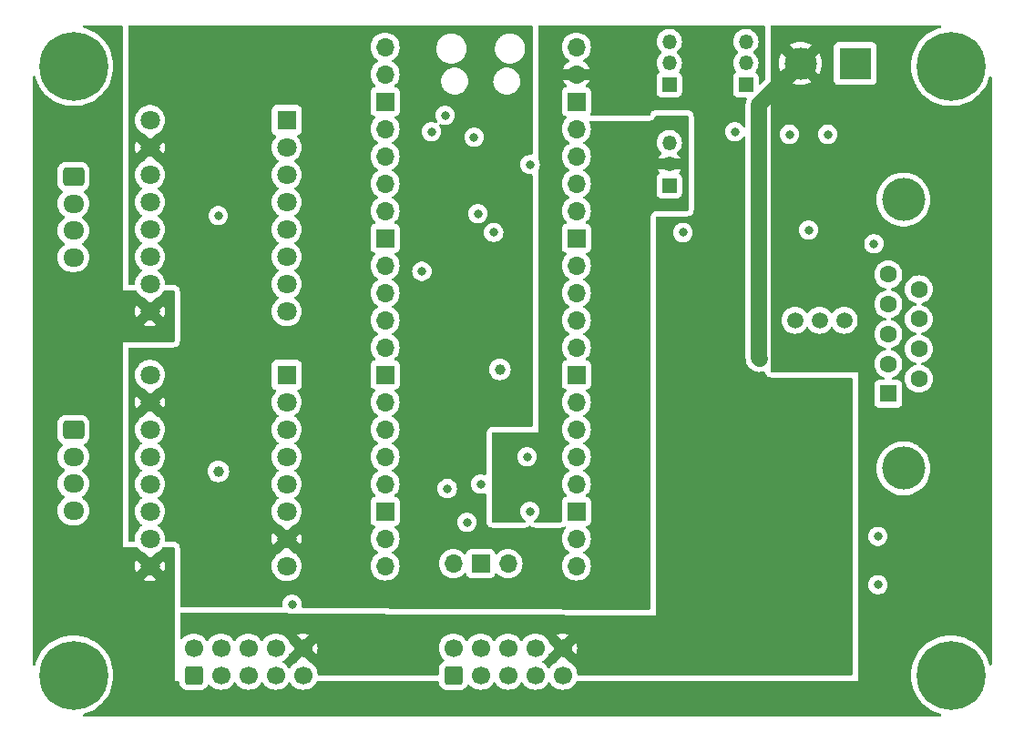
<source format=gbr>
%TF.GenerationSoftware,KiCad,Pcbnew,(7.0.0)*%
%TF.CreationDate,2023-04-01T01:02:28+13:00*%
%TF.ProjectId,pico_expansion_board,7069636f-5f65-4787-9061-6e73696f6e5f,rev?*%
%TF.SameCoordinates,Original*%
%TF.FileFunction,Copper,L3,Inr*%
%TF.FilePolarity,Positive*%
%FSLAX46Y46*%
G04 Gerber Fmt 4.6, Leading zero omitted, Abs format (unit mm)*
G04 Created by KiCad (PCBNEW (7.0.0)) date 2023-04-01 01:02:28*
%MOMM*%
%LPD*%
G01*
G04 APERTURE LIST*
G04 Aperture macros list*
%AMRoundRect*
0 Rectangle with rounded corners*
0 $1 Rounding radius*
0 $2 $3 $4 $5 $6 $7 $8 $9 X,Y pos of 4 corners*
0 Add a 4 corners polygon primitive as box body*
4,1,4,$2,$3,$4,$5,$6,$7,$8,$9,$2,$3,0*
0 Add four circle primitives for the rounded corners*
1,1,$1+$1,$2,$3*
1,1,$1+$1,$4,$5*
1,1,$1+$1,$6,$7*
1,1,$1+$1,$8,$9*
0 Add four rect primitives between the rounded corners*
20,1,$1+$1,$2,$3,$4,$5,0*
20,1,$1+$1,$4,$5,$6,$7,0*
20,1,$1+$1,$6,$7,$8,$9,0*
20,1,$1+$1,$8,$9,$2,$3,0*%
G04 Aperture macros list end*
%TA.AperFunction,ComponentPad*%
%ADD10C,6.400000*%
%TD*%
%TA.AperFunction,ComponentPad*%
%ADD11C,4.000000*%
%TD*%
%TA.AperFunction,ComponentPad*%
%ADD12R,1.600000X1.600000*%
%TD*%
%TA.AperFunction,ComponentPad*%
%ADD13C,1.600000*%
%TD*%
%TA.AperFunction,ComponentPad*%
%ADD14R,1.350000X1.350000*%
%TD*%
%TA.AperFunction,ComponentPad*%
%ADD15O,1.350000X1.350000*%
%TD*%
%TA.AperFunction,ComponentPad*%
%ADD16RoundRect,0.250000X0.600000X-0.600000X0.600000X0.600000X-0.600000X0.600000X-0.600000X-0.600000X0*%
%TD*%
%TA.AperFunction,ComponentPad*%
%ADD17C,1.700000*%
%TD*%
%TA.AperFunction,ComponentPad*%
%ADD18R,3.000000X3.000000*%
%TD*%
%TA.AperFunction,ComponentPad*%
%ADD19C,3.000000*%
%TD*%
%TA.AperFunction,ComponentPad*%
%ADD20RoundRect,0.250000X-0.725000X0.600000X-0.725000X-0.600000X0.725000X-0.600000X0.725000X0.600000X0*%
%TD*%
%TA.AperFunction,ComponentPad*%
%ADD21O,1.950000X1.700000*%
%TD*%
%TA.AperFunction,ComponentPad*%
%ADD22O,1.700000X1.700000*%
%TD*%
%TA.AperFunction,ComponentPad*%
%ADD23R,1.700000X1.700000*%
%TD*%
%TA.AperFunction,ComponentPad*%
%ADD24R,1.800000X1.800000*%
%TD*%
%TA.AperFunction,ComponentPad*%
%ADD25C,1.800000*%
%TD*%
%TA.AperFunction,ViaPad*%
%ADD26C,0.800000*%
%TD*%
%TA.AperFunction,ViaPad*%
%ADD27C,1.500000*%
%TD*%
%TA.AperFunction,ViaPad*%
%ADD28C,1.000000*%
%TD*%
%TA.AperFunction,Conductor*%
%ADD29C,1.500000*%
%TD*%
G04 APERTURE END LIST*
D10*
%TO.N,N/C*%
%TO.C,H4*%
X156718000Y-135890000D03*
%TD*%
D11*
%TO.N,GND*%
%TO.C,J6*%
X152331669Y-116650000D03*
X152331669Y-91650000D03*
D12*
%TO.N,unconnected-(J6-Pad1)*%
X150911668Y-109689999D03*
D13*
%TO.N,RS232_PIN2*%
X150911669Y-106920000D03*
%TO.N,RS232_PIN3*%
X150911669Y-104150000D03*
%TO.N,unconnected-(J6-Pad4)*%
X150911669Y-101380000D03*
%TO.N,unconnected-(J6-Pad5)*%
X150911669Y-98610000D03*
%TO.N,unconnected-(J6-Pad6)*%
X153751669Y-108305000D03*
%TO.N,unconnected-(J6-Pad7)*%
X153751669Y-105535000D03*
%TO.N,unconnected-(J6-Pad8)*%
X153751669Y-102765000D03*
%TO.N,unconnected-(J6-Pad9)*%
X153751669Y-99995000D03*
%TD*%
D10*
%TO.N,N/C*%
%TO.C,H2*%
X75184000Y-79248000D03*
%TD*%
D14*
%TO.N,RS232_PIN2*%
%TO.C,JP5*%
X130555999Y-80961999D03*
D15*
%TO.N,SCALE_TXD*%
X130555999Y-78961999D03*
%TO.N,RS232_PIN3*%
X130555999Y-76961999D03*
%TD*%
D10*
%TO.N,N/C*%
%TO.C,H3*%
X156718000Y-79248000D03*
%TD*%
D16*
%TO.N,unconnected-(J8-Pin_1-Pad1)*%
%TO.C,J8*%
X110490000Y-135890000D03*
D17*
%TO.N,BTN_ENC*%
X110490000Y-133350000D03*
%TO.N,LCD_CS*%
X113030000Y-135890000D03*
%TO.N,LCD_A0*%
X113030000Y-133350000D03*
%TO.N,LCD_RST*%
X115570000Y-135890000D03*
%TO.N,NEOPIXEL_5V*%
X115570000Y-133350000D03*
%TO.N,unconnected-(J8-Pin_7-Pad7)*%
X118110000Y-135890000D03*
%TO.N,unconnected-(J8-Pin_8-Pad8)*%
X118110000Y-133350000D03*
%TO.N,GND*%
X120650000Y-135890000D03*
%TO.N,+5V*%
X120650000Y-133350000D03*
%TD*%
D18*
%TO.N,GND*%
%TO.C,J1*%
X147827999Y-78993999D03*
D19*
%TO.N,VCC*%
X142748000Y-78994000D03*
%TD*%
D10*
%TO.N,N/C*%
%TO.C,H1*%
X75184000Y-135890000D03*
%TD*%
D20*
%TO.N,Net-(J2-B2)*%
%TO.C,J4*%
X75184000Y-89528000D03*
D21*
%TO.N,Net-(J2-B1)*%
X75183999Y-92027999D03*
%TO.N,Net-(J2-A1)*%
X75183999Y-94527999D03*
%TO.N,Net-(J2-A2)*%
X75183999Y-97027999D03*
%TD*%
D14*
%TO.N,RS232_PIN3*%
%TO.C,JP6*%
X137667999Y-80961999D03*
D15*
%TO.N,SCALE_RXD*%
X137667999Y-78961999D03*
%TO.N,RS232_PIN2*%
X137667999Y-76961999D03*
%TD*%
D20*
%TO.N,Net-(J3-B2)*%
%TO.C,J5*%
X75184000Y-113070000D03*
D21*
%TO.N,Net-(J3-B1)*%
X75183999Y-115569999D03*
%TO.N,Net-(J3-A1)*%
X75183999Y-118069999D03*
%TO.N,Net-(J3-A2)*%
X75183999Y-120569999D03*
%TD*%
D22*
%TO.N,SCALE_UART_TX*%
%TO.C,U2*%
X104139999Y-77469999D03*
%TO.N,SCALE_UART_RX*%
X104139999Y-80009999D03*
D23*
%TO.N,GND*%
X104139999Y-82549999D03*
D22*
%TO.N,M1_DIR*%
X104139999Y-85089999D03*
%TO.N,M1_STEP*%
X104139999Y-87629999D03*
%TO.N,UART1_TX*%
X104139999Y-90169999D03*
%TO.N,MOTOR_UART*%
X104139999Y-92709999D03*
D23*
%TO.N,GND*%
X104139999Y-95249999D03*
D22*
%TO.N,M1_EN*%
X104139999Y-97789999D03*
%TO.N,M2_DIR*%
X104139999Y-100329999D03*
%TO.N,M2_STEP*%
X104139999Y-102869999D03*
%TO.N,M2_EN*%
X104139999Y-105409999D03*
D23*
%TO.N,GND*%
X104139999Y-107949999D03*
D22*
%TO.N,EEPROM_SDA*%
X104139999Y-110489999D03*
%TO.N,EEPROM_SCL*%
X104139999Y-113029999D03*
%TO.N,BTN_RST*%
X104139999Y-115569999D03*
%TO.N,NEOPIXEL*%
X104139999Y-118109999D03*
D23*
%TO.N,GND*%
X104139999Y-120649999D03*
D22*
%TO.N,BTN_EN2*%
X104139999Y-123189999D03*
%TO.N,BTN_EN1*%
X104139999Y-125729999D03*
%TO.N,SPI0_MISO*%
X121919999Y-125729999D03*
%TO.N,LCD_CS*%
X121919999Y-123189999D03*
D23*
%TO.N,GND*%
X121919999Y-120649999D03*
D22*
%TO.N,LED_SCK*%
X121919999Y-118109999D03*
%TO.N,LCD_MOSI*%
X121919999Y-115569999D03*
%TO.N,LCD_A0*%
X121919999Y-113029999D03*
%TO.N,LCD_RST*%
X121919999Y-110489999D03*
D23*
%TO.N,GND*%
X121919999Y-107949999D03*
D22*
%TO.N,BTN_ENC*%
X121919999Y-105409999D03*
%TO.N,PICO_RESET_BTN*%
X121919999Y-102869999D03*
%TO.N,unconnected-(U2-GPIO26_ADC0-Pad31)*%
X121919999Y-100329999D03*
%TO.N,unconnected-(U2-GPIO27_ADC1-Pad32)*%
X121919999Y-97789999D03*
D23*
%TO.N,GND*%
X121919999Y-95249999D03*
D22*
%TO.N,unconnected-(U2-GPIO28_ADC2-Pad34)*%
X121919999Y-92709999D03*
%TO.N,unconnected-(U2-ADC_VREF-Pad35)*%
X121919999Y-90169999D03*
%TO.N,3.3V_PICO*%
X121919999Y-87629999D03*
%TO.N,unconnected-(U2-3V3_EN-Pad37)*%
X121919999Y-85089999D03*
D23*
%TO.N,GND*%
X121919999Y-82549999D03*
D22*
%TO.N,+5V*%
X121919999Y-80009999D03*
%TO.N,unconnected-(U2-VBUS-Pad40)*%
X121919999Y-77469999D03*
%TO.N,unconnected-(U2-SWCLK-Pad41)*%
X110489999Y-125499999D03*
D23*
%TO.N,unconnected-(U2-GND-Pad42)*%
X113029999Y-125499999D03*
D22*
%TO.N,unconnected-(U2-SWDIO-Pad43)*%
X115569999Y-125499999D03*
%TD*%
D16*
%TO.N,unconnected-(J9-Pin_1-Pad1)*%
%TO.C,J9*%
X86360000Y-135890000D03*
D17*
%TO.N,LED_SCK*%
X86360000Y-133350000D03*
%TO.N,BTN_EN1*%
X88900000Y-135890000D03*
%TO.N,unconnected-(J9-Pin_4-Pad4)*%
X88900000Y-133350000D03*
%TO.N,BTN_EN2*%
X91440000Y-135890000D03*
%TO.N,LCD_MOSI*%
X91440000Y-133350000D03*
%TO.N,unconnected-(J9-Pin_7-Pad7)*%
X93980000Y-135890000D03*
%TO.N,BTN_RST*%
X93980000Y-133350000D03*
%TO.N,GND*%
X96520000Y-135890000D03*
%TO.N,+5V*%
X96520000Y-133350000D03*
%TD*%
D14*
%TO.N,3.3V_REG*%
%TO.C,JP7*%
X130555999Y-90359999D03*
D15*
%TO.N,+3.3V*%
X130555999Y-88359999D03*
%TO.N,3.3V_PICO*%
X130555999Y-86359999D03*
%TD*%
D24*
%TO.N,M2_DIR*%
%TO.C,J3*%
X94995999Y-107949999D03*
D25*
%TO.N,M2_STEP*%
X94996000Y-110490000D03*
%TO.N,unconnected-(J3-CLK-Pad3)*%
X94996000Y-113030000D03*
%TO.N,unconnected-(J3-PDN-Pad4)*%
X94996000Y-115570000D03*
%TO.N,MOTOR_UART*%
X94996000Y-118110000D03*
%TO.N,GND*%
X94996000Y-120650000D03*
%TO.N,+3.3V*%
X94996000Y-123190000D03*
%TO.N,M2_EN*%
X94996000Y-125730000D03*
%TO.N,VCC*%
X82296000Y-125730000D03*
%TO.N,GND*%
X82296000Y-123190000D03*
%TO.N,Net-(J3-A2)*%
X82296000Y-120650000D03*
%TO.N,Net-(J3-A1)*%
X82296000Y-118110000D03*
%TO.N,Net-(J3-B1)*%
X82296000Y-115570000D03*
%TO.N,Net-(J3-B2)*%
X82296000Y-113030000D03*
%TO.N,+3.3V*%
X82296000Y-110490000D03*
%TO.N,GND*%
X82296000Y-107950000D03*
%TD*%
D24*
%TO.N,M1_DIR*%
%TO.C,J2*%
X94995999Y-84259999D03*
D25*
%TO.N,M1_STEP*%
X94996000Y-86800000D03*
%TO.N,unconnected-(J2-CLK-Pad3)*%
X94996000Y-89340000D03*
%TO.N,unconnected-(J2-PDN-Pad4)*%
X94996000Y-91880000D03*
%TO.N,MOTOR_UART*%
X94996000Y-94420000D03*
%TO.N,GND*%
X94996000Y-96960000D03*
X94996000Y-99500000D03*
%TO.N,M1_EN*%
X94996000Y-102040000D03*
%TO.N,VCC*%
X82296000Y-102040000D03*
%TO.N,GND*%
X82296000Y-99500000D03*
%TO.N,Net-(J2-A2)*%
X82296000Y-96960000D03*
%TO.N,Net-(J2-A1)*%
X82296000Y-94420000D03*
%TO.N,Net-(J2-B1)*%
X82296000Y-91880000D03*
%TO.N,Net-(J2-B2)*%
X82296000Y-89340000D03*
%TO.N,+3.3V*%
X82296000Y-86800000D03*
%TO.N,GND*%
X82296000Y-84260000D03*
%TD*%
D26*
%TO.N,GND*%
X145288000Y-85589000D03*
X117623500Y-88392000D03*
X109922000Y-118522000D03*
D27*
X144526000Y-102870000D03*
D26*
X112413500Y-85852000D03*
X88646000Y-93140000D03*
X143510000Y-94488000D03*
X113030000Y-118110000D03*
D28*
X114808000Y-107442000D03*
D26*
X131826000Y-94714000D03*
D27*
X146812000Y-102870000D03*
D26*
X149949000Y-127472000D03*
X107566000Y-98319500D03*
X111760000Y-121666000D03*
X141732000Y-85589000D03*
D27*
X142240000Y-102870000D03*
D26*
X136652000Y-85344000D03*
D28*
X88646000Y-116934000D03*
D26*
%TO.N,+5V*%
X131818500Y-99314000D03*
X136652000Y-91186000D03*
X115316000Y-118110000D03*
D27*
X133096000Y-102870000D03*
X130810000Y-102870000D03*
X135382000Y-102870000D03*
%TO.N,VCC*%
X138938000Y-106426000D03*
D26*
X145288000Y-92186000D03*
%TO.N,LED_SCK*%
X117602000Y-120650000D03*
%TO.N,LCD_MOSI*%
X95504000Y-129286000D03*
X117348000Y-115570000D03*
%TO.N,SCALE_UART_TX*%
X114231319Y-94706500D03*
X109728000Y-83820000D03*
%TO.N,SCALE_UART_RX*%
X108458000Y-85344000D03*
X112776000Y-92964000D03*
%TO.N,+3.3V*%
X109220000Y-103394000D03*
X112268000Y-110744000D03*
X115548500Y-87376000D03*
X109220000Y-109712000D03*
%TO.N,PICO_RESET_BTN*%
X149949000Y-122972000D03*
%TO.N,RS232_PIN2*%
X149570500Y-95758000D03*
%TD*%
D29*
%TO.N,VCC*%
X138907000Y-106395000D02*
X138938000Y-106426000D01*
X142748000Y-78994000D02*
X138907000Y-82835000D01*
X138907000Y-82835000D02*
X138907000Y-106395000D01*
%TD*%
%TA.AperFunction,Conductor*%
%TO.N,VCC*%
G36*
X79694000Y-75454613D02*
G01*
X79739387Y-75500000D01*
X79756000Y-75562000D01*
X79756000Y-100076000D01*
X80938335Y-100076000D01*
X80984997Y-100085115D01*
X81024800Y-100111119D01*
X81051891Y-100150190D01*
X81058015Y-100164153D01*
X81058020Y-100164164D01*
X81060076Y-100168849D01*
X81062874Y-100173132D01*
X81062877Y-100173137D01*
X81184219Y-100358865D01*
X81184222Y-100358869D01*
X81187021Y-100363153D01*
X81344216Y-100533913D01*
X81527374Y-100676470D01*
X81731497Y-100786936D01*
X81736341Y-100788599D01*
X81741044Y-100790662D01*
X81740379Y-100792177D01*
X81780024Y-100816917D01*
X82284457Y-101321350D01*
X82296000Y-101328014D01*
X82307542Y-101321350D01*
X82811974Y-100816917D01*
X82851623Y-100792181D01*
X82850957Y-100790661D01*
X82855654Y-100788600D01*
X82860503Y-100786936D01*
X83064626Y-100676470D01*
X83247784Y-100533913D01*
X83404979Y-100363153D01*
X83531924Y-100168849D01*
X83540109Y-100150190D01*
X83567200Y-100111119D01*
X83607003Y-100085115D01*
X83653665Y-100076000D01*
X84458000Y-100076000D01*
X84520000Y-100092613D01*
X84565387Y-100138000D01*
X84582000Y-100200000D01*
X84582000Y-104778000D01*
X84565387Y-104840000D01*
X84520000Y-104885387D01*
X84458000Y-104902000D01*
X79756000Y-104902000D01*
X79756000Y-123952000D01*
X81053829Y-123952000D01*
X81112846Y-123966945D01*
X81157636Y-124008176D01*
X81187021Y-124053153D01*
X81344216Y-124223913D01*
X81527374Y-124366470D01*
X81731497Y-124476936D01*
X81736341Y-124478599D01*
X81741044Y-124480662D01*
X81740379Y-124482177D01*
X81780024Y-124506917D01*
X82284457Y-125011350D01*
X82295999Y-125018014D01*
X82307542Y-125011350D01*
X82811974Y-124506917D01*
X82851623Y-124482181D01*
X82850957Y-124480661D01*
X82855654Y-124478600D01*
X82860503Y-124476936D01*
X83064626Y-124366470D01*
X83247784Y-124223913D01*
X83404979Y-124053153D01*
X83434363Y-124008176D01*
X83479154Y-123966945D01*
X83538171Y-123952000D01*
X84458000Y-123952000D01*
X84520000Y-123968613D01*
X84565387Y-124014000D01*
X84582000Y-124076000D01*
X84582000Y-129540000D01*
X84582000Y-136398000D01*
X84598326Y-136398000D01*
X84885501Y-136398000D01*
X84947501Y-136414613D01*
X84992888Y-136460000D01*
X85009500Y-136521999D01*
X85009501Y-136540008D01*
X85009820Y-136543140D01*
X85009821Y-136543141D01*
X85019312Y-136636061D01*
X85019313Y-136636069D01*
X85020001Y-136642797D01*
X85022129Y-136649219D01*
X85022130Y-136649223D01*
X85072164Y-136800215D01*
X85075186Y-136809334D01*
X85078977Y-136815480D01*
X85163497Y-136952511D01*
X85163500Y-136952515D01*
X85167288Y-136958656D01*
X85291344Y-137082712D01*
X85297485Y-137086500D01*
X85297488Y-137086502D01*
X85354558Y-137121702D01*
X85440666Y-137174814D01*
X85607203Y-137229999D01*
X85709991Y-137240500D01*
X87010008Y-137240499D01*
X87112797Y-137229999D01*
X87279334Y-137174814D01*
X87428656Y-137082712D01*
X87552712Y-136958656D01*
X87644814Y-136809334D01*
X87647835Y-136800215D01*
X87648865Y-136798662D01*
X87650138Y-136795933D01*
X87650547Y-136796124D01*
X87683781Y-136745989D01*
X87742232Y-136717425D01*
X87807100Y-136722385D01*
X87859842Y-136759027D01*
X87861505Y-136761401D01*
X88028599Y-136928495D01*
X88222170Y-137064035D01*
X88436337Y-137163903D01*
X88664592Y-137225063D01*
X88900000Y-137245659D01*
X89135408Y-137225063D01*
X89363663Y-137163903D01*
X89577830Y-137064035D01*
X89771401Y-136928495D01*
X89938495Y-136761401D01*
X90021543Y-136642797D01*
X90068425Y-136575842D01*
X90112743Y-136536976D01*
X90170000Y-136522965D01*
X90227257Y-136536976D01*
X90271575Y-136575842D01*
X90398395Y-136756961D01*
X90398401Y-136756968D01*
X90401505Y-136761401D01*
X90568599Y-136928495D01*
X90762170Y-137064035D01*
X90976337Y-137163903D01*
X91204592Y-137225063D01*
X91440000Y-137245659D01*
X91675408Y-137225063D01*
X91903663Y-137163903D01*
X92117830Y-137064035D01*
X92311401Y-136928495D01*
X92478495Y-136761401D01*
X92561543Y-136642797D01*
X92608425Y-136575842D01*
X92652743Y-136536976D01*
X92710000Y-136522965D01*
X92767257Y-136536976D01*
X92811575Y-136575842D01*
X92938395Y-136756961D01*
X92938401Y-136756968D01*
X92941505Y-136761401D01*
X93108599Y-136928495D01*
X93302170Y-137064035D01*
X93516337Y-137163903D01*
X93744592Y-137225063D01*
X93980000Y-137245659D01*
X94215408Y-137225063D01*
X94443663Y-137163903D01*
X94657830Y-137064035D01*
X94851401Y-136928495D01*
X95018495Y-136761401D01*
X95101543Y-136642797D01*
X95148425Y-136575842D01*
X95192743Y-136536976D01*
X95250000Y-136522965D01*
X95307257Y-136536976D01*
X95351575Y-136575842D01*
X95478395Y-136756961D01*
X95478401Y-136756968D01*
X95481505Y-136761401D01*
X95648599Y-136928495D01*
X95842170Y-137064035D01*
X96056337Y-137163903D01*
X96284592Y-137225063D01*
X96520000Y-137245659D01*
X96755408Y-137225063D01*
X96983663Y-137163903D01*
X97197830Y-137064035D01*
X97391401Y-136928495D01*
X97558495Y-136761401D01*
X97694035Y-136567830D01*
X97739842Y-136469595D01*
X97785600Y-136417419D01*
X97852225Y-136398000D01*
X109015501Y-136398000D01*
X109077501Y-136414613D01*
X109122888Y-136460000D01*
X109139500Y-136521999D01*
X109139501Y-136540008D01*
X109139820Y-136543140D01*
X109139821Y-136543141D01*
X109149312Y-136636061D01*
X109149313Y-136636069D01*
X109150001Y-136642797D01*
X109152129Y-136649219D01*
X109152130Y-136649223D01*
X109202164Y-136800215D01*
X109205186Y-136809334D01*
X109208977Y-136815480D01*
X109293497Y-136952511D01*
X109293500Y-136952515D01*
X109297288Y-136958656D01*
X109421344Y-137082712D01*
X109427485Y-137086500D01*
X109427488Y-137086502D01*
X109484558Y-137121702D01*
X109570666Y-137174814D01*
X109737203Y-137229999D01*
X109839991Y-137240500D01*
X111140008Y-137240499D01*
X111242797Y-137229999D01*
X111409334Y-137174814D01*
X111558656Y-137082712D01*
X111682712Y-136958656D01*
X111774814Y-136809334D01*
X111777835Y-136800215D01*
X111778865Y-136798662D01*
X111780138Y-136795933D01*
X111780547Y-136796124D01*
X111813781Y-136745989D01*
X111872232Y-136717425D01*
X111937100Y-136722385D01*
X111989842Y-136759027D01*
X111991505Y-136761401D01*
X112158599Y-136928495D01*
X112352170Y-137064035D01*
X112566337Y-137163903D01*
X112794592Y-137225063D01*
X113030000Y-137245659D01*
X113265408Y-137225063D01*
X113493663Y-137163903D01*
X113707830Y-137064035D01*
X113901401Y-136928495D01*
X114068495Y-136761401D01*
X114151543Y-136642797D01*
X114198425Y-136575842D01*
X114242743Y-136536976D01*
X114300000Y-136522965D01*
X114357257Y-136536976D01*
X114401575Y-136575842D01*
X114528395Y-136756961D01*
X114528401Y-136756968D01*
X114531505Y-136761401D01*
X114698599Y-136928495D01*
X114892170Y-137064035D01*
X115106337Y-137163903D01*
X115334592Y-137225063D01*
X115570000Y-137245659D01*
X115805408Y-137225063D01*
X116033663Y-137163903D01*
X116247830Y-137064035D01*
X116441401Y-136928495D01*
X116608495Y-136761401D01*
X116691543Y-136642797D01*
X116738425Y-136575842D01*
X116782743Y-136536976D01*
X116840000Y-136522965D01*
X116897257Y-136536976D01*
X116941575Y-136575842D01*
X117068395Y-136756961D01*
X117068401Y-136756968D01*
X117071505Y-136761401D01*
X117238599Y-136928495D01*
X117432170Y-137064035D01*
X117646337Y-137163903D01*
X117874592Y-137225063D01*
X118110000Y-137245659D01*
X118345408Y-137225063D01*
X118573663Y-137163903D01*
X118787830Y-137064035D01*
X118981401Y-136928495D01*
X119148495Y-136761401D01*
X119231543Y-136642797D01*
X119278425Y-136575842D01*
X119322743Y-136536976D01*
X119380000Y-136522965D01*
X119437257Y-136536976D01*
X119481575Y-136575842D01*
X119608395Y-136756961D01*
X119608401Y-136756968D01*
X119611505Y-136761401D01*
X119778599Y-136928495D01*
X119972170Y-137064035D01*
X120186337Y-137163903D01*
X120414592Y-137225063D01*
X120650000Y-137245659D01*
X120885408Y-137225063D01*
X121113663Y-137163903D01*
X121327830Y-137064035D01*
X121521401Y-136928495D01*
X121688495Y-136761401D01*
X121824035Y-136567830D01*
X121869842Y-136469595D01*
X121915600Y-136417419D01*
X121982225Y-136398000D01*
X148065674Y-136398000D01*
X148082000Y-136398000D01*
X148082000Y-127472000D01*
X149043540Y-127472000D01*
X149044219Y-127478460D01*
X149062646Y-127653795D01*
X149062647Y-127653803D01*
X149063326Y-127660256D01*
X149065331Y-127666428D01*
X149065333Y-127666435D01*
X149119813Y-127834105D01*
X149121821Y-127840284D01*
X149216467Y-128004216D01*
X149343129Y-128144888D01*
X149496270Y-128256151D01*
X149669197Y-128333144D01*
X149854354Y-128372500D01*
X150037143Y-128372500D01*
X150043646Y-128372500D01*
X150228803Y-128333144D01*
X150401730Y-128256151D01*
X150554871Y-128144888D01*
X150681533Y-128004216D01*
X150776179Y-127840284D01*
X150834674Y-127660256D01*
X150854460Y-127472000D01*
X150834674Y-127283744D01*
X150776179Y-127103716D01*
X150681533Y-126939784D01*
X150554871Y-126799112D01*
X150549613Y-126795292D01*
X150549611Y-126795290D01*
X150406988Y-126691669D01*
X150406987Y-126691668D01*
X150401730Y-126687849D01*
X150370704Y-126674035D01*
X150234745Y-126613501D01*
X150234740Y-126613499D01*
X150228803Y-126610856D01*
X150222444Y-126609504D01*
X150222440Y-126609503D01*
X150050008Y-126572852D01*
X150050005Y-126572851D01*
X150043646Y-126571500D01*
X149854354Y-126571500D01*
X149847995Y-126572851D01*
X149847991Y-126572852D01*
X149675559Y-126609503D01*
X149675552Y-126609505D01*
X149669197Y-126610856D01*
X149663262Y-126613498D01*
X149663254Y-126613501D01*
X149502207Y-126685205D01*
X149502202Y-126685207D01*
X149496270Y-126687849D01*
X149491016Y-126691665D01*
X149491011Y-126691669D01*
X149348388Y-126795290D01*
X149348381Y-126795295D01*
X149343129Y-126799112D01*
X149338784Y-126803937D01*
X149338779Y-126803942D01*
X149220813Y-126934956D01*
X149220808Y-126934962D01*
X149216467Y-126939784D01*
X149213222Y-126945404D01*
X149213218Y-126945410D01*
X149125069Y-127098089D01*
X149125066Y-127098094D01*
X149121821Y-127103716D01*
X149119815Y-127109888D01*
X149119813Y-127109894D01*
X149065333Y-127277564D01*
X149065331Y-127277573D01*
X149063326Y-127283744D01*
X149062648Y-127290194D01*
X149062646Y-127290204D01*
X149044962Y-127458464D01*
X149043540Y-127472000D01*
X148082000Y-127472000D01*
X148082000Y-122972000D01*
X149043540Y-122972000D01*
X149044219Y-122978460D01*
X149062646Y-123153795D01*
X149062647Y-123153803D01*
X149063326Y-123160256D01*
X149065331Y-123166428D01*
X149065333Y-123166435D01*
X149072990Y-123190000D01*
X149121821Y-123340284D01*
X149216467Y-123504216D01*
X149343129Y-123644888D01*
X149496270Y-123756151D01*
X149669197Y-123833144D01*
X149854354Y-123872500D01*
X150037143Y-123872500D01*
X150043646Y-123872500D01*
X150228803Y-123833144D01*
X150401730Y-123756151D01*
X150554871Y-123644888D01*
X150681533Y-123504216D01*
X150776179Y-123340284D01*
X150834674Y-123160256D01*
X150854460Y-122972000D01*
X150834674Y-122783744D01*
X150776179Y-122603716D01*
X150681533Y-122439784D01*
X150554871Y-122299112D01*
X150549613Y-122295292D01*
X150549611Y-122295290D01*
X150406988Y-122191669D01*
X150406987Y-122191668D01*
X150401730Y-122187849D01*
X150395792Y-122185205D01*
X150234745Y-122113501D01*
X150234740Y-122113499D01*
X150228803Y-122110856D01*
X150222444Y-122109504D01*
X150222440Y-122109503D01*
X150050008Y-122072852D01*
X150050005Y-122072851D01*
X150043646Y-122071500D01*
X149854354Y-122071500D01*
X149847995Y-122072851D01*
X149847991Y-122072852D01*
X149675559Y-122109503D01*
X149675552Y-122109505D01*
X149669197Y-122110856D01*
X149663262Y-122113498D01*
X149663254Y-122113501D01*
X149502207Y-122185205D01*
X149502202Y-122185207D01*
X149496270Y-122187849D01*
X149491016Y-122191665D01*
X149491011Y-122191669D01*
X149348388Y-122295290D01*
X149348381Y-122295295D01*
X149343129Y-122299112D01*
X149338784Y-122303937D01*
X149338779Y-122303942D01*
X149220813Y-122434956D01*
X149220808Y-122434962D01*
X149216467Y-122439784D01*
X149213222Y-122445404D01*
X149213218Y-122445410D01*
X149125069Y-122598089D01*
X149125066Y-122598094D01*
X149121821Y-122603716D01*
X149119815Y-122609888D01*
X149119813Y-122609894D01*
X149065333Y-122777564D01*
X149065331Y-122777573D01*
X149063326Y-122783744D01*
X149062648Y-122790194D01*
X149062646Y-122790204D01*
X149045370Y-122954592D01*
X149043540Y-122972000D01*
X148082000Y-122972000D01*
X148082000Y-116650000D01*
X149826225Y-116650000D01*
X149845981Y-116964015D01*
X149846708Y-116967827D01*
X149846710Y-116967841D01*
X149899934Y-117246847D01*
X149904938Y-117273079D01*
X150002166Y-117572315D01*
X150136132Y-117857007D01*
X150138214Y-117860288D01*
X150138217Y-117860293D01*
X150302631Y-118119369D01*
X150302635Y-118119375D01*
X150304722Y-118122663D01*
X150505279Y-118365094D01*
X150734639Y-118580478D01*
X150989185Y-118765416D01*
X150992592Y-118767289D01*
X151147005Y-118852179D01*
X151264903Y-118916994D01*
X151557444Y-119032819D01*
X151862196Y-119111066D01*
X152174351Y-119150500D01*
X152485092Y-119150500D01*
X152488987Y-119150500D01*
X152801142Y-119111066D01*
X153105894Y-119032819D01*
X153398435Y-118916994D01*
X153674153Y-118765416D01*
X153928699Y-118580478D01*
X154158059Y-118365094D01*
X154358616Y-118122663D01*
X154527206Y-117857007D01*
X154661172Y-117572315D01*
X154758400Y-117273079D01*
X154817357Y-116964015D01*
X154837113Y-116650000D01*
X154817357Y-116335985D01*
X154758400Y-116026921D01*
X154661172Y-115727685D01*
X154527206Y-115442993D01*
X154358616Y-115177337D01*
X154158059Y-114934906D01*
X153928699Y-114719522D01*
X153911253Y-114706847D01*
X153677302Y-114536872D01*
X153677303Y-114536872D01*
X153674153Y-114534584D01*
X153670750Y-114532713D01*
X153670745Y-114532710D01*
X153401852Y-114384884D01*
X153401845Y-114384880D01*
X153398435Y-114383006D01*
X153394809Y-114381570D01*
X153394804Y-114381568D01*
X153109516Y-114268615D01*
X153109515Y-114268614D01*
X153105894Y-114267181D01*
X153102124Y-114266213D01*
X153102121Y-114266212D01*
X152804925Y-114189905D01*
X152804920Y-114189904D01*
X152801142Y-114188934D01*
X152797271Y-114188445D01*
X152797266Y-114188444D01*
X152492853Y-114149988D01*
X152492846Y-114149987D01*
X152488987Y-114149500D01*
X152174351Y-114149500D01*
X152170492Y-114149987D01*
X152170484Y-114149988D01*
X151866071Y-114188444D01*
X151866063Y-114188445D01*
X151862196Y-114188934D01*
X151858420Y-114189903D01*
X151858412Y-114189905D01*
X151561216Y-114266212D01*
X151561208Y-114266214D01*
X151557444Y-114267181D01*
X151553827Y-114268612D01*
X151553821Y-114268615D01*
X151268533Y-114381568D01*
X151268522Y-114381572D01*
X151264903Y-114383006D01*
X151261498Y-114384877D01*
X151261485Y-114384884D01*
X150992592Y-114532710D01*
X150992580Y-114532717D01*
X150989185Y-114534584D01*
X150986041Y-114536867D01*
X150986035Y-114536872D01*
X150737795Y-114717228D01*
X150737784Y-114717236D01*
X150734639Y-114719522D01*
X150731804Y-114722183D01*
X150731797Y-114722190D01*
X150508116Y-114932241D01*
X150508109Y-114932248D01*
X150505279Y-114934906D01*
X150502804Y-114937897D01*
X150502800Y-114937902D01*
X150307205Y-115174334D01*
X150307195Y-115174346D01*
X150304722Y-115177337D01*
X150302640Y-115180616D01*
X150302631Y-115180630D01*
X150138217Y-115439706D01*
X150138210Y-115439717D01*
X150136132Y-115442993D01*
X150134479Y-115446504D01*
X150134476Y-115446511D01*
X150076367Y-115570000D01*
X150002166Y-115727685D01*
X150000964Y-115731382D01*
X150000962Y-115731389D01*
X149912000Y-116005186D01*
X149904938Y-116026921D01*
X149904209Y-116030741D01*
X149904207Y-116030750D01*
X149846710Y-116332158D01*
X149846707Y-116332174D01*
X149845981Y-116335985D01*
X149826225Y-116650000D01*
X148082000Y-116650000D01*
X148082000Y-107696000D01*
X148065674Y-107696000D01*
X140078000Y-107696000D01*
X140016000Y-107679387D01*
X139970613Y-107634000D01*
X139954000Y-107572000D01*
X139954000Y-106920000D01*
X149606201Y-106920000D01*
X149606673Y-106925395D01*
X149617760Y-107052127D01*
X149626034Y-107146692D01*
X149627431Y-107151907D01*
X149627433Y-107151916D01*
X149683527Y-107361263D01*
X149683530Y-107361271D01*
X149684930Y-107366496D01*
X149781101Y-107572734D01*
X149784208Y-107577171D01*
X149784209Y-107577173D01*
X149836789Y-107652266D01*
X149911622Y-107759139D01*
X150072530Y-107920047D01*
X150258935Y-108050568D01*
X150465173Y-108146739D01*
X150470408Y-108148141D01*
X150472703Y-108148977D01*
X150528007Y-108189155D01*
X150553616Y-108252536D01*
X150541747Y-108319856D01*
X150496007Y-108370657D01*
X150430296Y-108389500D01*
X150067108Y-108389500D01*
X150067089Y-108389500D01*
X150063797Y-108389501D01*
X150060519Y-108389853D01*
X150060507Y-108389854D01*
X150011900Y-108395079D01*
X150011894Y-108395080D01*
X150004186Y-108395909D01*
X149996921Y-108398618D01*
X149996915Y-108398620D01*
X149877649Y-108443104D01*
X149877647Y-108443104D01*
X149869338Y-108446204D01*
X149862241Y-108451516D01*
X149862237Y-108451519D01*
X149761219Y-108527141D01*
X149761215Y-108527144D01*
X149754123Y-108532454D01*
X149748813Y-108539546D01*
X149748810Y-108539550D01*
X149673188Y-108640568D01*
X149673185Y-108640572D01*
X149667873Y-108647669D01*
X149664773Y-108655978D01*
X149664773Y-108655980D01*
X149620289Y-108775247D01*
X149620288Y-108775250D01*
X149617578Y-108782517D01*
X149616748Y-108790227D01*
X149616748Y-108790232D01*
X149611524Y-108838819D01*
X149611523Y-108838831D01*
X149611169Y-108842127D01*
X149611169Y-108845448D01*
X149611169Y-108845449D01*
X149611169Y-110534560D01*
X149611169Y-110534578D01*
X149611170Y-110537872D01*
X149611522Y-110541150D01*
X149611523Y-110541161D01*
X149616748Y-110589768D01*
X149616749Y-110589773D01*
X149617578Y-110597483D01*
X149620288Y-110604749D01*
X149620289Y-110604753D01*
X149653886Y-110694831D01*
X149667873Y-110732331D01*
X149754123Y-110847546D01*
X149869338Y-110933796D01*
X150004186Y-110984091D01*
X150063796Y-110990500D01*
X151759541Y-110990499D01*
X151819152Y-110984091D01*
X151954000Y-110933796D01*
X152069215Y-110847546D01*
X152155465Y-110732331D01*
X152205760Y-110597483D01*
X152212169Y-110537873D01*
X152212168Y-108842128D01*
X152205760Y-108782517D01*
X152155465Y-108647669D01*
X152069215Y-108532454D01*
X151954000Y-108446204D01*
X151819152Y-108395909D01*
X151811439Y-108395079D01*
X151811436Y-108395079D01*
X151762849Y-108389855D01*
X151762838Y-108389854D01*
X151759542Y-108389500D01*
X151756220Y-108389500D01*
X151393043Y-108389500D01*
X151327333Y-108370658D01*
X151281592Y-108319857D01*
X151278972Y-108305000D01*
X152446201Y-108305000D01*
X152446673Y-108310395D01*
X152458283Y-108443104D01*
X152466034Y-108531692D01*
X152467431Y-108536907D01*
X152467433Y-108536916D01*
X152523527Y-108746263D01*
X152523530Y-108746271D01*
X152524930Y-108751496D01*
X152527218Y-108756403D01*
X152527219Y-108756405D01*
X152567192Y-108842127D01*
X152621101Y-108957734D01*
X152624208Y-108962171D01*
X152624209Y-108962173D01*
X152678082Y-109039112D01*
X152751622Y-109144139D01*
X152912530Y-109305047D01*
X153098935Y-109435568D01*
X153305173Y-109531739D01*
X153524977Y-109590635D01*
X153751669Y-109610468D01*
X153978361Y-109590635D01*
X154198165Y-109531739D01*
X154404403Y-109435568D01*
X154590808Y-109305047D01*
X154751716Y-109144139D01*
X154882237Y-108957734D01*
X154978408Y-108751496D01*
X155037304Y-108531692D01*
X155057137Y-108305000D01*
X155037304Y-108078308D01*
X154978408Y-107858504D01*
X154882237Y-107652266D01*
X154751716Y-107465861D01*
X154590808Y-107304953D01*
X154404403Y-107174432D01*
X154198165Y-107078261D01*
X154192940Y-107076861D01*
X154192932Y-107076858D01*
X154075436Y-107045376D01*
X154054531Y-107039774D01*
X153998944Y-107007681D01*
X153966850Y-106952094D01*
X153966850Y-106887906D01*
X153998944Y-106832319D01*
X154054531Y-106800225D01*
X154198165Y-106761739D01*
X154404403Y-106665568D01*
X154590808Y-106535047D01*
X154751716Y-106374139D01*
X154882237Y-106187734D01*
X154978408Y-105981496D01*
X155037304Y-105761692D01*
X155057137Y-105535000D01*
X155037304Y-105308308D01*
X154978408Y-105088504D01*
X154882237Y-104882266D01*
X154751716Y-104695861D01*
X154590808Y-104534953D01*
X154404403Y-104404432D01*
X154198165Y-104308261D01*
X154192940Y-104306861D01*
X154192932Y-104306858D01*
X154075436Y-104275376D01*
X154054531Y-104269774D01*
X153998944Y-104237681D01*
X153966850Y-104182094D01*
X153966850Y-104117906D01*
X153998944Y-104062319D01*
X154054531Y-104030225D01*
X154198165Y-103991739D01*
X154404403Y-103895568D01*
X154590808Y-103765047D01*
X154751716Y-103604139D01*
X154882237Y-103417734D01*
X154978408Y-103211496D01*
X155037304Y-102991692D01*
X155057137Y-102765000D01*
X155037304Y-102538308D01*
X154978408Y-102318504D01*
X154882237Y-102112266D01*
X154751716Y-101925861D01*
X154590808Y-101764953D01*
X154404403Y-101634432D01*
X154295609Y-101583700D01*
X154203074Y-101540550D01*
X154203072Y-101540549D01*
X154198165Y-101538261D01*
X154192940Y-101536861D01*
X154192932Y-101536858D01*
X154070431Y-101504035D01*
X154054531Y-101499774D01*
X153998944Y-101467681D01*
X153966850Y-101412094D01*
X153966850Y-101347906D01*
X153998944Y-101292319D01*
X154054531Y-101260225D01*
X154198165Y-101221739D01*
X154404403Y-101125568D01*
X154590808Y-100995047D01*
X154751716Y-100834139D01*
X154882237Y-100647734D01*
X154978408Y-100441496D01*
X155037304Y-100221692D01*
X155057137Y-99995000D01*
X155037304Y-99768308D01*
X154978408Y-99548504D01*
X154882237Y-99342266D01*
X154751716Y-99155861D01*
X154590808Y-98994953D01*
X154404403Y-98864432D01*
X154198165Y-98768261D01*
X154192940Y-98766861D01*
X154192932Y-98766858D01*
X153983585Y-98710764D01*
X153983576Y-98710762D01*
X153978361Y-98709365D01*
X153972973Y-98708893D01*
X153972970Y-98708893D01*
X153757064Y-98690004D01*
X153751669Y-98689532D01*
X153746274Y-98690004D01*
X153530367Y-98708893D01*
X153530362Y-98708893D01*
X153524977Y-98709365D01*
X153519763Y-98710762D01*
X153519752Y-98710764D01*
X153310405Y-98766858D01*
X153310393Y-98766862D01*
X153305173Y-98768261D01*
X153300268Y-98770547D01*
X153300263Y-98770550D01*
X153103845Y-98862142D01*
X153103841Y-98862144D01*
X153098935Y-98864432D01*
X153094502Y-98867535D01*
X153094495Y-98867540D01*
X152916965Y-98991847D01*
X152916960Y-98991850D01*
X152912530Y-98994953D01*
X152908706Y-98998776D01*
X152908700Y-98998782D01*
X152755451Y-99152031D01*
X152755445Y-99152037D01*
X152751622Y-99155861D01*
X152748519Y-99160291D01*
X152748516Y-99160296D01*
X152624209Y-99337826D01*
X152624204Y-99337833D01*
X152621101Y-99342266D01*
X152618813Y-99347172D01*
X152618811Y-99347176D01*
X152527219Y-99543594D01*
X152527216Y-99543599D01*
X152524930Y-99548504D01*
X152523531Y-99553724D01*
X152523527Y-99553736D01*
X152467433Y-99763083D01*
X152467431Y-99763094D01*
X152466034Y-99768308D01*
X152465562Y-99773693D01*
X152465562Y-99773698D01*
X152456680Y-99875225D01*
X152446201Y-99995000D01*
X152446673Y-100000395D01*
X152465404Y-100214500D01*
X152466034Y-100221692D01*
X152467431Y-100226907D01*
X152467433Y-100226916D01*
X152523527Y-100436263D01*
X152523530Y-100436271D01*
X152524930Y-100441496D01*
X152621101Y-100647734D01*
X152624208Y-100652171D01*
X152624209Y-100652173D01*
X152676789Y-100727266D01*
X152751622Y-100834139D01*
X152912530Y-100995047D01*
X153098935Y-101125568D01*
X153305173Y-101221739D01*
X153448806Y-101260225D01*
X153504393Y-101292319D01*
X153536487Y-101347906D01*
X153536487Y-101412094D01*
X153504393Y-101467681D01*
X153448806Y-101499774D01*
X153432907Y-101504035D01*
X153310402Y-101536859D01*
X153310392Y-101536862D01*
X153305173Y-101538261D01*
X153300268Y-101540547D01*
X153300263Y-101540550D01*
X153103845Y-101632142D01*
X153103841Y-101632144D01*
X153098935Y-101634432D01*
X153094502Y-101637535D01*
X153094495Y-101637540D01*
X152916965Y-101761847D01*
X152916960Y-101761850D01*
X152912530Y-101764953D01*
X152908706Y-101768776D01*
X152908700Y-101768782D01*
X152755451Y-101922031D01*
X152755445Y-101922037D01*
X152751622Y-101925861D01*
X152748519Y-101930291D01*
X152748516Y-101930296D01*
X152624209Y-102107826D01*
X152624204Y-102107833D01*
X152621101Y-102112266D01*
X152618813Y-102117172D01*
X152618811Y-102117176D01*
X152527219Y-102313594D01*
X152527216Y-102313599D01*
X152524930Y-102318504D01*
X152523531Y-102323724D01*
X152523527Y-102323736D01*
X152467433Y-102533083D01*
X152467431Y-102533094D01*
X152466034Y-102538308D01*
X152465562Y-102543693D01*
X152465562Y-102543698D01*
X152450041Y-102721112D01*
X152446201Y-102765000D01*
X152446673Y-102770395D01*
X152454668Y-102861784D01*
X152466034Y-102991692D01*
X152467431Y-102996907D01*
X152467433Y-102996916D01*
X152523527Y-103206263D01*
X152523530Y-103206271D01*
X152524930Y-103211496D01*
X152621101Y-103417734D01*
X152624208Y-103422171D01*
X152624209Y-103422173D01*
X152676789Y-103497266D01*
X152751622Y-103604139D01*
X152912530Y-103765047D01*
X153098935Y-103895568D01*
X153305173Y-103991739D01*
X153448806Y-104030225D01*
X153504393Y-104062319D01*
X153536487Y-104117906D01*
X153536487Y-104182094D01*
X153504393Y-104237681D01*
X153448806Y-104269774D01*
X153429332Y-104274992D01*
X153310402Y-104306859D01*
X153310392Y-104306862D01*
X153305173Y-104308261D01*
X153300268Y-104310547D01*
X153300263Y-104310550D01*
X153103845Y-104402142D01*
X153103841Y-104402144D01*
X153098935Y-104404432D01*
X153094502Y-104407535D01*
X153094495Y-104407540D01*
X152916965Y-104531847D01*
X152916960Y-104531850D01*
X152912530Y-104534953D01*
X152908706Y-104538776D01*
X152908700Y-104538782D01*
X152755451Y-104692031D01*
X152755445Y-104692037D01*
X152751622Y-104695861D01*
X152748519Y-104700291D01*
X152748516Y-104700296D01*
X152624209Y-104877826D01*
X152624204Y-104877833D01*
X152621101Y-104882266D01*
X152618813Y-104887172D01*
X152618811Y-104887176D01*
X152527219Y-105083594D01*
X152527216Y-105083599D01*
X152524930Y-105088504D01*
X152523531Y-105093724D01*
X152523527Y-105093736D01*
X152467433Y-105303083D01*
X152467431Y-105303094D01*
X152466034Y-105308308D01*
X152446201Y-105535000D01*
X152466034Y-105761692D01*
X152467431Y-105766907D01*
X152467433Y-105766916D01*
X152523527Y-105976263D01*
X152523530Y-105976271D01*
X152524930Y-105981496D01*
X152621101Y-106187734D01*
X152624208Y-106192171D01*
X152624209Y-106192173D01*
X152676789Y-106267266D01*
X152751622Y-106374139D01*
X152912530Y-106535047D01*
X153098935Y-106665568D01*
X153305173Y-106761739D01*
X153448806Y-106800225D01*
X153504393Y-106832319D01*
X153536487Y-106887906D01*
X153536487Y-106952094D01*
X153504393Y-107007681D01*
X153448806Y-107039774D01*
X153429332Y-107044992D01*
X153310402Y-107076859D01*
X153310392Y-107076862D01*
X153305173Y-107078261D01*
X153300268Y-107080547D01*
X153300263Y-107080550D01*
X153103845Y-107172142D01*
X153103841Y-107172144D01*
X153098935Y-107174432D01*
X153094502Y-107177535D01*
X153094495Y-107177540D01*
X152916965Y-107301847D01*
X152916960Y-107301850D01*
X152912530Y-107304953D01*
X152908706Y-107308776D01*
X152908700Y-107308782D01*
X152755451Y-107462031D01*
X152755445Y-107462037D01*
X152751622Y-107465861D01*
X152748519Y-107470291D01*
X152748516Y-107470296D01*
X152624209Y-107647826D01*
X152624204Y-107647833D01*
X152621101Y-107652266D01*
X152618813Y-107657172D01*
X152618811Y-107657176D01*
X152527219Y-107853594D01*
X152527216Y-107853599D01*
X152524930Y-107858504D01*
X152523531Y-107863724D01*
X152523527Y-107863736D01*
X152467433Y-108073083D01*
X152467431Y-108073094D01*
X152466034Y-108078308D01*
X152465562Y-108083693D01*
X152465562Y-108083698D01*
X152457023Y-108181305D01*
X152446201Y-108305000D01*
X151278972Y-108305000D01*
X151269722Y-108252537D01*
X151295331Y-108189157D01*
X151350634Y-108148977D01*
X151352924Y-108148143D01*
X151358165Y-108146739D01*
X151564403Y-108050568D01*
X151750808Y-107920047D01*
X151911716Y-107759139D01*
X152042237Y-107572734D01*
X152138408Y-107366496D01*
X152197304Y-107146692D01*
X152217137Y-106920000D01*
X152197304Y-106693308D01*
X152138408Y-106473504D01*
X152042237Y-106267266D01*
X151911716Y-106080861D01*
X151750808Y-105919953D01*
X151564403Y-105789432D01*
X151358165Y-105693261D01*
X151352940Y-105691861D01*
X151352932Y-105691858D01*
X151235436Y-105660376D01*
X151214531Y-105654774D01*
X151158944Y-105622681D01*
X151126850Y-105567094D01*
X151126850Y-105502906D01*
X151158944Y-105447319D01*
X151214531Y-105415225D01*
X151358165Y-105376739D01*
X151564403Y-105280568D01*
X151750808Y-105150047D01*
X151911716Y-104989139D01*
X152042237Y-104802734D01*
X152138408Y-104596496D01*
X152197304Y-104376692D01*
X152217137Y-104150000D01*
X152197304Y-103923308D01*
X152189038Y-103892459D01*
X152139810Y-103708736D01*
X152139809Y-103708734D01*
X152138408Y-103703504D01*
X152042237Y-103497266D01*
X151911716Y-103310861D01*
X151750808Y-103149953D01*
X151564403Y-103019432D01*
X151358165Y-102923261D01*
X151352940Y-102921861D01*
X151352932Y-102921858D01*
X151235436Y-102890376D01*
X151214531Y-102884774D01*
X151158944Y-102852681D01*
X151126850Y-102797094D01*
X151126850Y-102732906D01*
X151158944Y-102677319D01*
X151214531Y-102645225D01*
X151358165Y-102606739D01*
X151564403Y-102510568D01*
X151750808Y-102380047D01*
X151911716Y-102219139D01*
X152042237Y-102032734D01*
X152138408Y-101826496D01*
X152197304Y-101606692D01*
X152217137Y-101380000D01*
X152197304Y-101153308D01*
X152189038Y-101122459D01*
X152139810Y-100938736D01*
X152139809Y-100938734D01*
X152138408Y-100933504D01*
X152042237Y-100727266D01*
X151911716Y-100540861D01*
X151750808Y-100379953D01*
X151564403Y-100249432D01*
X151489492Y-100214500D01*
X151363074Y-100155550D01*
X151363072Y-100155549D01*
X151358165Y-100153261D01*
X151352940Y-100151861D01*
X151352932Y-100151858D01*
X151235436Y-100120376D01*
X151214531Y-100114774D01*
X151158944Y-100082681D01*
X151126850Y-100027094D01*
X151126850Y-99962906D01*
X151158944Y-99907319D01*
X151214531Y-99875225D01*
X151358165Y-99836739D01*
X151564403Y-99740568D01*
X151750808Y-99610047D01*
X151911716Y-99449139D01*
X152042237Y-99262734D01*
X152138408Y-99056496D01*
X152197304Y-98836692D01*
X152217137Y-98610000D01*
X152197304Y-98383308D01*
X152162566Y-98253663D01*
X152139810Y-98168736D01*
X152139809Y-98168734D01*
X152138408Y-98163504D01*
X152042237Y-97957266D01*
X151911716Y-97770861D01*
X151750808Y-97609953D01*
X151671744Y-97554592D01*
X151568842Y-97482540D01*
X151568840Y-97482539D01*
X151564403Y-97479432D01*
X151358165Y-97383261D01*
X151352940Y-97381861D01*
X151352932Y-97381858D01*
X151143585Y-97325764D01*
X151143576Y-97325762D01*
X151138361Y-97324365D01*
X151132973Y-97323893D01*
X151132970Y-97323893D01*
X150917064Y-97305004D01*
X150911669Y-97304532D01*
X150906274Y-97305004D01*
X150690367Y-97323893D01*
X150690362Y-97323893D01*
X150684977Y-97324365D01*
X150679763Y-97325762D01*
X150679752Y-97325764D01*
X150470405Y-97381858D01*
X150470393Y-97381862D01*
X150465173Y-97383261D01*
X150460268Y-97385547D01*
X150460263Y-97385550D01*
X150263845Y-97477142D01*
X150263841Y-97477144D01*
X150258935Y-97479432D01*
X150254502Y-97482535D01*
X150254495Y-97482540D01*
X150076965Y-97606847D01*
X150076960Y-97606850D01*
X150072530Y-97609953D01*
X150068706Y-97613776D01*
X150068700Y-97613782D01*
X149915451Y-97767031D01*
X149915445Y-97767037D01*
X149911622Y-97770861D01*
X149908519Y-97775291D01*
X149908516Y-97775296D01*
X149784209Y-97952826D01*
X149784204Y-97952833D01*
X149781101Y-97957266D01*
X149778813Y-97962172D01*
X149778811Y-97962176D01*
X149687219Y-98158594D01*
X149687216Y-98158599D01*
X149684930Y-98163504D01*
X149683531Y-98168724D01*
X149683527Y-98168736D01*
X149627433Y-98378083D01*
X149627431Y-98378094D01*
X149626034Y-98383308D01*
X149625562Y-98388693D01*
X149625562Y-98388698D01*
X149618639Y-98467830D01*
X149606201Y-98610000D01*
X149626034Y-98836692D01*
X149627431Y-98841907D01*
X149627433Y-98841916D01*
X149683527Y-99051263D01*
X149683530Y-99051271D01*
X149684930Y-99056496D01*
X149781101Y-99262734D01*
X149784208Y-99267171D01*
X149784209Y-99267173D01*
X149836789Y-99342266D01*
X149911622Y-99449139D01*
X150072530Y-99610047D01*
X150258935Y-99740568D01*
X150465173Y-99836739D01*
X150608806Y-99875225D01*
X150664393Y-99907319D01*
X150696487Y-99962906D01*
X150696487Y-100027094D01*
X150664393Y-100082681D01*
X150608806Y-100114774D01*
X150589332Y-100119992D01*
X150470402Y-100151859D01*
X150470392Y-100151862D01*
X150465173Y-100153261D01*
X150460268Y-100155547D01*
X150460263Y-100155550D01*
X150263845Y-100247142D01*
X150263841Y-100247144D01*
X150258935Y-100249432D01*
X150254502Y-100252535D01*
X150254495Y-100252540D01*
X150076965Y-100376847D01*
X150076960Y-100376850D01*
X150072530Y-100379953D01*
X150068706Y-100383776D01*
X150068700Y-100383782D01*
X149915451Y-100537031D01*
X149915445Y-100537037D01*
X149911622Y-100540861D01*
X149908519Y-100545291D01*
X149908516Y-100545296D01*
X149784209Y-100722826D01*
X149784204Y-100722833D01*
X149781101Y-100727266D01*
X149778813Y-100732172D01*
X149778811Y-100732176D01*
X149687219Y-100928594D01*
X149687216Y-100928599D01*
X149684930Y-100933504D01*
X149683531Y-100938724D01*
X149683527Y-100938736D01*
X149627433Y-101148083D01*
X149627431Y-101148094D01*
X149626034Y-101153308D01*
X149625562Y-101158693D01*
X149625562Y-101158698D01*
X149621826Y-101201401D01*
X149606201Y-101380000D01*
X149606673Y-101385395D01*
X149625448Y-101600000D01*
X149626034Y-101606692D01*
X149627431Y-101611907D01*
X149627433Y-101611916D01*
X149683527Y-101821263D01*
X149683530Y-101821271D01*
X149684930Y-101826496D01*
X149781101Y-102032734D01*
X149784208Y-102037171D01*
X149784209Y-102037173D01*
X149836789Y-102112266D01*
X149911622Y-102219139D01*
X150072530Y-102380047D01*
X150258935Y-102510568D01*
X150465173Y-102606739D01*
X150608806Y-102645225D01*
X150664393Y-102677319D01*
X150696487Y-102732906D01*
X150696487Y-102797094D01*
X150664393Y-102852681D01*
X150608806Y-102884774D01*
X150589332Y-102889992D01*
X150470402Y-102921859D01*
X150470392Y-102921862D01*
X150465173Y-102923261D01*
X150460268Y-102925547D01*
X150460263Y-102925550D01*
X150263845Y-103017142D01*
X150263841Y-103017144D01*
X150258935Y-103019432D01*
X150254502Y-103022535D01*
X150254495Y-103022540D01*
X150076965Y-103146847D01*
X150076960Y-103146850D01*
X150072530Y-103149953D01*
X150068706Y-103153776D01*
X150068700Y-103153782D01*
X149915451Y-103307031D01*
X149915445Y-103307037D01*
X149911622Y-103310861D01*
X149908519Y-103315291D01*
X149908516Y-103315296D01*
X149784209Y-103492826D01*
X149784204Y-103492833D01*
X149781101Y-103497266D01*
X149778813Y-103502172D01*
X149778811Y-103502176D01*
X149687219Y-103698594D01*
X149687216Y-103698599D01*
X149684930Y-103703504D01*
X149683531Y-103708724D01*
X149683527Y-103708736D01*
X149627433Y-103918083D01*
X149627431Y-103918094D01*
X149626034Y-103923308D01*
X149625562Y-103928693D01*
X149625562Y-103928698D01*
X149613872Y-104062319D01*
X149606201Y-104150000D01*
X149626034Y-104376692D01*
X149627431Y-104381907D01*
X149627433Y-104381916D01*
X149683527Y-104591263D01*
X149683530Y-104591271D01*
X149684930Y-104596496D01*
X149781101Y-104802734D01*
X149784208Y-104807171D01*
X149784209Y-104807173D01*
X149836789Y-104882266D01*
X149911622Y-104989139D01*
X150072530Y-105150047D01*
X150258935Y-105280568D01*
X150465173Y-105376739D01*
X150608806Y-105415225D01*
X150664393Y-105447319D01*
X150696487Y-105502906D01*
X150696487Y-105567094D01*
X150664393Y-105622681D01*
X150608806Y-105654774D01*
X150589332Y-105659992D01*
X150470402Y-105691859D01*
X150470392Y-105691862D01*
X150465173Y-105693261D01*
X150460268Y-105695547D01*
X150460263Y-105695550D01*
X150263845Y-105787142D01*
X150263841Y-105787144D01*
X150258935Y-105789432D01*
X150254502Y-105792535D01*
X150254495Y-105792540D01*
X150076965Y-105916847D01*
X150076960Y-105916850D01*
X150072530Y-105919953D01*
X150068706Y-105923776D01*
X150068700Y-105923782D01*
X149915451Y-106077031D01*
X149915445Y-106077037D01*
X149911622Y-106080861D01*
X149908519Y-106085291D01*
X149908516Y-106085296D01*
X149784209Y-106262826D01*
X149784204Y-106262833D01*
X149781101Y-106267266D01*
X149778813Y-106272172D01*
X149778811Y-106272176D01*
X149687219Y-106468594D01*
X149687216Y-106468599D01*
X149684930Y-106473504D01*
X149683531Y-106478724D01*
X149683527Y-106478736D01*
X149627433Y-106688083D01*
X149627431Y-106688094D01*
X149626034Y-106693308D01*
X149625562Y-106698693D01*
X149625562Y-106698698D01*
X149614894Y-106820635D01*
X149606201Y-106920000D01*
X139954000Y-106920000D01*
X139954000Y-102870000D01*
X140984723Y-102870000D01*
X140985195Y-102875395D01*
X141003320Y-103082578D01*
X141003321Y-103082585D01*
X141003793Y-103087977D01*
X141005192Y-103093199D01*
X141005194Y-103093209D01*
X141059024Y-103294102D01*
X141060425Y-103299330D01*
X141062709Y-103304229D01*
X141062712Y-103304236D01*
X141150611Y-103492736D01*
X141150614Y-103492742D01*
X141152898Y-103497639D01*
X141155997Y-103502066D01*
X141155999Y-103502068D01*
X141275296Y-103672442D01*
X141275299Y-103672446D01*
X141278402Y-103676877D01*
X141433123Y-103831598D01*
X141437555Y-103834701D01*
X141437557Y-103834703D01*
X141542943Y-103908495D01*
X141612361Y-103957102D01*
X141617261Y-103959387D01*
X141617263Y-103959388D01*
X141769173Y-104030225D01*
X141810670Y-104049575D01*
X141968522Y-104091871D01*
X142016790Y-104104805D01*
X142016791Y-104104805D01*
X142022023Y-104106207D01*
X142240000Y-104125277D01*
X142457977Y-104106207D01*
X142669330Y-104049575D01*
X142867639Y-103957102D01*
X143046877Y-103831598D01*
X143201598Y-103676877D01*
X143255636Y-103599703D01*
X143281425Y-103562873D01*
X143325743Y-103524007D01*
X143383000Y-103509996D01*
X143440257Y-103524007D01*
X143484575Y-103562873D01*
X143561292Y-103672437D01*
X143561298Y-103672444D01*
X143564402Y-103676877D01*
X143719123Y-103831598D01*
X143723555Y-103834701D01*
X143723557Y-103834703D01*
X143828943Y-103908495D01*
X143898361Y-103957102D01*
X143903261Y-103959387D01*
X143903263Y-103959388D01*
X144055173Y-104030225D01*
X144096670Y-104049575D01*
X144254522Y-104091871D01*
X144302790Y-104104805D01*
X144302791Y-104104805D01*
X144308023Y-104106207D01*
X144526000Y-104125277D01*
X144743977Y-104106207D01*
X144955330Y-104049575D01*
X145153639Y-103957102D01*
X145332877Y-103831598D01*
X145487598Y-103676877D01*
X145541636Y-103599703D01*
X145567425Y-103562873D01*
X145611743Y-103524007D01*
X145669000Y-103509996D01*
X145726257Y-103524007D01*
X145770575Y-103562873D01*
X145847292Y-103672437D01*
X145847298Y-103672444D01*
X145850402Y-103676877D01*
X146005123Y-103831598D01*
X146009555Y-103834701D01*
X146009557Y-103834703D01*
X146114943Y-103908495D01*
X146184361Y-103957102D01*
X146189261Y-103959387D01*
X146189263Y-103959388D01*
X146341173Y-104030225D01*
X146382670Y-104049575D01*
X146540522Y-104091871D01*
X146588790Y-104104805D01*
X146588791Y-104104805D01*
X146594023Y-104106207D01*
X146812000Y-104125277D01*
X147029977Y-104106207D01*
X147241330Y-104049575D01*
X147439639Y-103957102D01*
X147618877Y-103831598D01*
X147773598Y-103676877D01*
X147899102Y-103497639D01*
X147991575Y-103299330D01*
X148048207Y-103087977D01*
X148067277Y-102870000D01*
X148048207Y-102652023D01*
X148046385Y-102645225D01*
X148009471Y-102507459D01*
X147991575Y-102440670D01*
X147899102Y-102242362D01*
X147773598Y-102063123D01*
X147618877Y-101908402D01*
X147614446Y-101905299D01*
X147614442Y-101905296D01*
X147444068Y-101785999D01*
X147444066Y-101785997D01*
X147439639Y-101782898D01*
X147434742Y-101780614D01*
X147434736Y-101780611D01*
X147246236Y-101692712D01*
X147246229Y-101692709D01*
X147241330Y-101690425D01*
X147236103Y-101689024D01*
X147236102Y-101689024D01*
X147035209Y-101635194D01*
X147035199Y-101635192D01*
X147029977Y-101633793D01*
X147024585Y-101633321D01*
X147024578Y-101633320D01*
X146817395Y-101615195D01*
X146812000Y-101614723D01*
X146806605Y-101615195D01*
X146599421Y-101633320D01*
X146599412Y-101633321D01*
X146594023Y-101633793D01*
X146588802Y-101635191D01*
X146588790Y-101635194D01*
X146387897Y-101689024D01*
X146387892Y-101689025D01*
X146382670Y-101690425D01*
X146377774Y-101692707D01*
X146377763Y-101692712D01*
X146189272Y-101780608D01*
X146189268Y-101780610D01*
X146184362Y-101782898D01*
X146179929Y-101786001D01*
X146179922Y-101786006D01*
X146009558Y-101905296D01*
X146009553Y-101905299D01*
X146005123Y-101908402D01*
X146001299Y-101912225D01*
X146001293Y-101912231D01*
X145854231Y-102059293D01*
X145854225Y-102059299D01*
X145850402Y-102063123D01*
X145847299Y-102067553D01*
X145847296Y-102067558D01*
X145770575Y-102177128D01*
X145726257Y-102215994D01*
X145669000Y-102230005D01*
X145611743Y-102215994D01*
X145567425Y-102177128D01*
X145490703Y-102067558D01*
X145487598Y-102063123D01*
X145332877Y-101908402D01*
X145328446Y-101905299D01*
X145328442Y-101905296D01*
X145158068Y-101785999D01*
X145158066Y-101785997D01*
X145153639Y-101782898D01*
X145148742Y-101780614D01*
X145148736Y-101780611D01*
X144960236Y-101692712D01*
X144960229Y-101692709D01*
X144955330Y-101690425D01*
X144950103Y-101689024D01*
X144950102Y-101689024D01*
X144749209Y-101635194D01*
X144749199Y-101635192D01*
X144743977Y-101633793D01*
X144738585Y-101633321D01*
X144738578Y-101633320D01*
X144531395Y-101615195D01*
X144526000Y-101614723D01*
X144520605Y-101615195D01*
X144313421Y-101633320D01*
X144313412Y-101633321D01*
X144308023Y-101633793D01*
X144302802Y-101635191D01*
X144302790Y-101635194D01*
X144101897Y-101689024D01*
X144101892Y-101689025D01*
X144096670Y-101690425D01*
X144091774Y-101692707D01*
X144091763Y-101692712D01*
X143903272Y-101780608D01*
X143903268Y-101780610D01*
X143898362Y-101782898D01*
X143893929Y-101786001D01*
X143893922Y-101786006D01*
X143723558Y-101905296D01*
X143723553Y-101905299D01*
X143719123Y-101908402D01*
X143715299Y-101912225D01*
X143715293Y-101912231D01*
X143568231Y-102059293D01*
X143568225Y-102059299D01*
X143564402Y-102063123D01*
X143561299Y-102067553D01*
X143561296Y-102067558D01*
X143484575Y-102177128D01*
X143440257Y-102215994D01*
X143383000Y-102230005D01*
X143325743Y-102215994D01*
X143281425Y-102177128D01*
X143204703Y-102067558D01*
X143201598Y-102063123D01*
X143046877Y-101908402D01*
X143042446Y-101905299D01*
X143042442Y-101905296D01*
X142872068Y-101785999D01*
X142872066Y-101785997D01*
X142867639Y-101782898D01*
X142862742Y-101780614D01*
X142862736Y-101780611D01*
X142674236Y-101692712D01*
X142674229Y-101692709D01*
X142669330Y-101690425D01*
X142664103Y-101689024D01*
X142664102Y-101689024D01*
X142463209Y-101635194D01*
X142463199Y-101635192D01*
X142457977Y-101633793D01*
X142452585Y-101633321D01*
X142452578Y-101633320D01*
X142245395Y-101615195D01*
X142240000Y-101614723D01*
X142234605Y-101615195D01*
X142027421Y-101633320D01*
X142027412Y-101633321D01*
X142022023Y-101633793D01*
X142016802Y-101635191D01*
X142016790Y-101635194D01*
X141815897Y-101689024D01*
X141815892Y-101689025D01*
X141810670Y-101690425D01*
X141805774Y-101692707D01*
X141805763Y-101692712D01*
X141617272Y-101780608D01*
X141617268Y-101780610D01*
X141612362Y-101782898D01*
X141607929Y-101786001D01*
X141607922Y-101786006D01*
X141437558Y-101905296D01*
X141437553Y-101905299D01*
X141433123Y-101908402D01*
X141429299Y-101912225D01*
X141429293Y-101912231D01*
X141282231Y-102059293D01*
X141282225Y-102059299D01*
X141278402Y-102063123D01*
X141275299Y-102067553D01*
X141275296Y-102067558D01*
X141156006Y-102237922D01*
X141156001Y-102237929D01*
X141152898Y-102242362D01*
X141150610Y-102247268D01*
X141150608Y-102247272D01*
X141062712Y-102435763D01*
X141062707Y-102435774D01*
X141060425Y-102440670D01*
X141059025Y-102445892D01*
X141059024Y-102445897D01*
X141005194Y-102646790D01*
X141005191Y-102646802D01*
X141003793Y-102652023D01*
X141003321Y-102657412D01*
X141003320Y-102657421D01*
X140994381Y-102759605D01*
X140984723Y-102870000D01*
X139954000Y-102870000D01*
X139954000Y-95758000D01*
X148665040Y-95758000D01*
X148665719Y-95764460D01*
X148684146Y-95939795D01*
X148684147Y-95939803D01*
X148684826Y-95946256D01*
X148686831Y-95952428D01*
X148686833Y-95952435D01*
X148733756Y-96096847D01*
X148743321Y-96126284D01*
X148837967Y-96290216D01*
X148842311Y-96295041D01*
X148842313Y-96295043D01*
X148887953Y-96345731D01*
X148964629Y-96430888D01*
X149117770Y-96542151D01*
X149290697Y-96619144D01*
X149475854Y-96658500D01*
X149658643Y-96658500D01*
X149665146Y-96658500D01*
X149850303Y-96619144D01*
X150023230Y-96542151D01*
X150176371Y-96430888D01*
X150303033Y-96290216D01*
X150397679Y-96126284D01*
X150456174Y-95946256D01*
X150475960Y-95758000D01*
X150456174Y-95569744D01*
X150397679Y-95389716D01*
X150303033Y-95225784D01*
X150285065Y-95205829D01*
X150180720Y-95089942D01*
X150180719Y-95089941D01*
X150176371Y-95085112D01*
X150171113Y-95081292D01*
X150171111Y-95081290D01*
X150028488Y-94977669D01*
X150028487Y-94977668D01*
X150023230Y-94973849D01*
X150017292Y-94971205D01*
X149856245Y-94899501D01*
X149856240Y-94899499D01*
X149850303Y-94896856D01*
X149843944Y-94895504D01*
X149843940Y-94895503D01*
X149671508Y-94858852D01*
X149671505Y-94858851D01*
X149665146Y-94857500D01*
X149475854Y-94857500D01*
X149469495Y-94858851D01*
X149469491Y-94858852D01*
X149297059Y-94895503D01*
X149297052Y-94895505D01*
X149290697Y-94896856D01*
X149284762Y-94899498D01*
X149284754Y-94899501D01*
X149123707Y-94971205D01*
X149123702Y-94971207D01*
X149117770Y-94973849D01*
X149112516Y-94977665D01*
X149112511Y-94977669D01*
X148969888Y-95081290D01*
X148969881Y-95081295D01*
X148964629Y-95085112D01*
X148960284Y-95089937D01*
X148960279Y-95089942D01*
X148842313Y-95220956D01*
X148842308Y-95220962D01*
X148837967Y-95225784D01*
X148834722Y-95231404D01*
X148834718Y-95231410D01*
X148746569Y-95384089D01*
X148746566Y-95384094D01*
X148743321Y-95389716D01*
X148741315Y-95395888D01*
X148741313Y-95395894D01*
X148686833Y-95563564D01*
X148686831Y-95563573D01*
X148684826Y-95569744D01*
X148684148Y-95576194D01*
X148684146Y-95576204D01*
X148672187Y-95690000D01*
X148665040Y-95758000D01*
X139954000Y-95758000D01*
X139954000Y-94488000D01*
X142604540Y-94488000D01*
X142605219Y-94494460D01*
X142623646Y-94669795D01*
X142623647Y-94669803D01*
X142624326Y-94676256D01*
X142626331Y-94682428D01*
X142626333Y-94682435D01*
X142680813Y-94850105D01*
X142682821Y-94856284D01*
X142686068Y-94861908D01*
X142686069Y-94861910D01*
X142757960Y-94986430D01*
X142777467Y-95020216D01*
X142781811Y-95025041D01*
X142781813Y-95025043D01*
X142840249Y-95089942D01*
X142904129Y-95160888D01*
X143057270Y-95272151D01*
X143230197Y-95349144D01*
X143415354Y-95388500D01*
X143598143Y-95388500D01*
X143604646Y-95388500D01*
X143789803Y-95349144D01*
X143962730Y-95272151D01*
X144115871Y-95160888D01*
X144242533Y-95020216D01*
X144337179Y-94856284D01*
X144395674Y-94676256D01*
X144415460Y-94488000D01*
X144395674Y-94299744D01*
X144337179Y-94119716D01*
X144242533Y-93955784D01*
X144214050Y-93924151D01*
X144120220Y-93819942D01*
X144120219Y-93819941D01*
X144115871Y-93815112D01*
X144110613Y-93811292D01*
X144110611Y-93811290D01*
X143967988Y-93707669D01*
X143967987Y-93707668D01*
X143962730Y-93703849D01*
X143956792Y-93701205D01*
X143795745Y-93629501D01*
X143795740Y-93629499D01*
X143789803Y-93626856D01*
X143783444Y-93625504D01*
X143783440Y-93625503D01*
X143611008Y-93588852D01*
X143611005Y-93588851D01*
X143604646Y-93587500D01*
X143415354Y-93587500D01*
X143408995Y-93588851D01*
X143408991Y-93588852D01*
X143236559Y-93625503D01*
X143236552Y-93625505D01*
X143230197Y-93626856D01*
X143224262Y-93629498D01*
X143224254Y-93629501D01*
X143063207Y-93701205D01*
X143063202Y-93701207D01*
X143057270Y-93703849D01*
X143052016Y-93707665D01*
X143052011Y-93707669D01*
X142909388Y-93811290D01*
X142909381Y-93811295D01*
X142904129Y-93815112D01*
X142899784Y-93819937D01*
X142899779Y-93819942D01*
X142781813Y-93950956D01*
X142781808Y-93950962D01*
X142777467Y-93955784D01*
X142774222Y-93961404D01*
X142774218Y-93961410D01*
X142686069Y-94114089D01*
X142686066Y-94114094D01*
X142682821Y-94119716D01*
X142680815Y-94125888D01*
X142680813Y-94125894D01*
X142626333Y-94293564D01*
X142626331Y-94293573D01*
X142624326Y-94299744D01*
X142623648Y-94306194D01*
X142623646Y-94306204D01*
X142618820Y-94352127D01*
X142604540Y-94488000D01*
X139954000Y-94488000D01*
X139954000Y-91650000D01*
X149826225Y-91650000D01*
X149845981Y-91964015D01*
X149846708Y-91967827D01*
X149846710Y-91967841D01*
X149903093Y-92263408D01*
X149904938Y-92273079D01*
X149906142Y-92276786D01*
X149906143Y-92276788D01*
X149977555Y-92496572D01*
X150002166Y-92572315D01*
X150062682Y-92700918D01*
X150097892Y-92775744D01*
X150136132Y-92857007D01*
X150138214Y-92860288D01*
X150138217Y-92860293D01*
X150302631Y-93119369D01*
X150302635Y-93119375D01*
X150304722Y-93122663D01*
X150307201Y-93125660D01*
X150307205Y-93125665D01*
X150370384Y-93202035D01*
X150505279Y-93365094D01*
X150734639Y-93580478D01*
X150989185Y-93765416D01*
X150992592Y-93767289D01*
X151244739Y-93905909D01*
X151264903Y-93916994D01*
X151557444Y-94032819D01*
X151862196Y-94111066D01*
X152174351Y-94150500D01*
X152485092Y-94150500D01*
X152488987Y-94150500D01*
X152801142Y-94111066D01*
X153105894Y-94032819D01*
X153398435Y-93916994D01*
X153674153Y-93765416D01*
X153928699Y-93580478D01*
X154158059Y-93365094D01*
X154358616Y-93122663D01*
X154527206Y-92857007D01*
X154661172Y-92572315D01*
X154758400Y-92273079D01*
X154817357Y-91964015D01*
X154837113Y-91650000D01*
X154817357Y-91335985D01*
X154758400Y-91026921D01*
X154661172Y-90727685D01*
X154527206Y-90442993D01*
X154419999Y-90274061D01*
X154360706Y-90180630D01*
X154360704Y-90180627D01*
X154358616Y-90177337D01*
X154352546Y-90170000D01*
X154219230Y-90008849D01*
X154158059Y-89934906D01*
X153928699Y-89719522D01*
X153910551Y-89706337D01*
X153677302Y-89536872D01*
X153677303Y-89536872D01*
X153674153Y-89534584D01*
X153670750Y-89532713D01*
X153670745Y-89532710D01*
X153401852Y-89384884D01*
X153401845Y-89384880D01*
X153398435Y-89383006D01*
X153394809Y-89381570D01*
X153394804Y-89381568D01*
X153109516Y-89268615D01*
X153109515Y-89268614D01*
X153105894Y-89267181D01*
X153102124Y-89266213D01*
X153102121Y-89266212D01*
X152804925Y-89189905D01*
X152804920Y-89189904D01*
X152801142Y-89188934D01*
X152797271Y-89188445D01*
X152797266Y-89188444D01*
X152492853Y-89149988D01*
X152492846Y-89149987D01*
X152488987Y-89149500D01*
X152174351Y-89149500D01*
X152170492Y-89149987D01*
X152170484Y-89149988D01*
X151866071Y-89188444D01*
X151866063Y-89188445D01*
X151862196Y-89188934D01*
X151858420Y-89189903D01*
X151858412Y-89189905D01*
X151561216Y-89266212D01*
X151561208Y-89266214D01*
X151557444Y-89267181D01*
X151553827Y-89268612D01*
X151553821Y-89268615D01*
X151268533Y-89381568D01*
X151268522Y-89381572D01*
X151264903Y-89383006D01*
X151261498Y-89384877D01*
X151261485Y-89384884D01*
X150992592Y-89532710D01*
X150992580Y-89532717D01*
X150989185Y-89534584D01*
X150986041Y-89536867D01*
X150986035Y-89536872D01*
X150737795Y-89717228D01*
X150737784Y-89717236D01*
X150734639Y-89719522D01*
X150731804Y-89722183D01*
X150731797Y-89722190D01*
X150508116Y-89932241D01*
X150508109Y-89932248D01*
X150505279Y-89934906D01*
X150502804Y-89937897D01*
X150502800Y-89937902D01*
X150307205Y-90174334D01*
X150307195Y-90174346D01*
X150304722Y-90177337D01*
X150302640Y-90180616D01*
X150302631Y-90180630D01*
X150138217Y-90439706D01*
X150138210Y-90439717D01*
X150136132Y-90442993D01*
X150134479Y-90446504D01*
X150134476Y-90446511D01*
X150061421Y-90601761D01*
X150002166Y-90727685D01*
X150000964Y-90731382D01*
X150000962Y-90731389D01*
X149908211Y-91016847D01*
X149904938Y-91026921D01*
X149904209Y-91030741D01*
X149904207Y-91030750D01*
X149846710Y-91332158D01*
X149846707Y-91332174D01*
X149845981Y-91335985D01*
X149845736Y-91339876D01*
X149845736Y-91339878D01*
X149845088Y-91350171D01*
X149826225Y-91650000D01*
X139954000Y-91650000D01*
X139954000Y-85589000D01*
X140826540Y-85589000D01*
X140827219Y-85595460D01*
X140845646Y-85770795D01*
X140845647Y-85770803D01*
X140846326Y-85777256D01*
X140848331Y-85783428D01*
X140848333Y-85783435D01*
X140902813Y-85951105D01*
X140904821Y-85957284D01*
X140999467Y-86121216D01*
X141003811Y-86126041D01*
X141003813Y-86126043D01*
X141075036Y-86205144D01*
X141126129Y-86261888D01*
X141279270Y-86373151D01*
X141452197Y-86450144D01*
X141637354Y-86489500D01*
X141820143Y-86489500D01*
X141826646Y-86489500D01*
X142011803Y-86450144D01*
X142184730Y-86373151D01*
X142337871Y-86261888D01*
X142464533Y-86121216D01*
X142559179Y-85957284D01*
X142617674Y-85777256D01*
X142637460Y-85589000D01*
X144382540Y-85589000D01*
X144383219Y-85595460D01*
X144401646Y-85770795D01*
X144401647Y-85770803D01*
X144402326Y-85777256D01*
X144404331Y-85783428D01*
X144404333Y-85783435D01*
X144458813Y-85951105D01*
X144460821Y-85957284D01*
X144555467Y-86121216D01*
X144559811Y-86126041D01*
X144559813Y-86126043D01*
X144631036Y-86205144D01*
X144682129Y-86261888D01*
X144835270Y-86373151D01*
X145008197Y-86450144D01*
X145193354Y-86489500D01*
X145376143Y-86489500D01*
X145382646Y-86489500D01*
X145567803Y-86450144D01*
X145740730Y-86373151D01*
X145893871Y-86261888D01*
X146020533Y-86121216D01*
X146115179Y-85957284D01*
X146173674Y-85777256D01*
X146193460Y-85589000D01*
X146173674Y-85400744D01*
X146115179Y-85220716D01*
X146020533Y-85056784D01*
X145905339Y-84928849D01*
X145898220Y-84920942D01*
X145898219Y-84920941D01*
X145893871Y-84916112D01*
X145888613Y-84912292D01*
X145888611Y-84912290D01*
X145745988Y-84808669D01*
X145745987Y-84808668D01*
X145740730Y-84804849D01*
X145734792Y-84802205D01*
X145573745Y-84730501D01*
X145573740Y-84730499D01*
X145567803Y-84727856D01*
X145561444Y-84726504D01*
X145561440Y-84726503D01*
X145389008Y-84689852D01*
X145389005Y-84689851D01*
X145382646Y-84688500D01*
X145193354Y-84688500D01*
X145186995Y-84689851D01*
X145186991Y-84689852D01*
X145014559Y-84726503D01*
X145014552Y-84726505D01*
X145008197Y-84727856D01*
X145002262Y-84730498D01*
X145002254Y-84730501D01*
X144841207Y-84802205D01*
X144841202Y-84802207D01*
X144835270Y-84804849D01*
X144830016Y-84808665D01*
X144830011Y-84808669D01*
X144687388Y-84912290D01*
X144687381Y-84912295D01*
X144682129Y-84916112D01*
X144677784Y-84920937D01*
X144677779Y-84920942D01*
X144559813Y-85051956D01*
X144559808Y-85051962D01*
X144555467Y-85056784D01*
X144552222Y-85062404D01*
X144552218Y-85062410D01*
X144464069Y-85215089D01*
X144464066Y-85215094D01*
X144460821Y-85220716D01*
X144458815Y-85226888D01*
X144458813Y-85226894D01*
X144404333Y-85394564D01*
X144404331Y-85394573D01*
X144402326Y-85400744D01*
X144401648Y-85407194D01*
X144401646Y-85407204D01*
X144390050Y-85517546D01*
X144382540Y-85589000D01*
X142637460Y-85589000D01*
X142617674Y-85400744D01*
X142559179Y-85220716D01*
X142464533Y-85056784D01*
X142349339Y-84928849D01*
X142342220Y-84920942D01*
X142342219Y-84920941D01*
X142337871Y-84916112D01*
X142332613Y-84912292D01*
X142332611Y-84912290D01*
X142189988Y-84808669D01*
X142189987Y-84808668D01*
X142184730Y-84804849D01*
X142178792Y-84802205D01*
X142017745Y-84730501D01*
X142017740Y-84730499D01*
X142011803Y-84727856D01*
X142005444Y-84726504D01*
X142005440Y-84726503D01*
X141833008Y-84689852D01*
X141833005Y-84689851D01*
X141826646Y-84688500D01*
X141637354Y-84688500D01*
X141630995Y-84689851D01*
X141630991Y-84689852D01*
X141458559Y-84726503D01*
X141458552Y-84726505D01*
X141452197Y-84727856D01*
X141446262Y-84730498D01*
X141446254Y-84730501D01*
X141285207Y-84802205D01*
X141285202Y-84802207D01*
X141279270Y-84804849D01*
X141274016Y-84808665D01*
X141274011Y-84808669D01*
X141131388Y-84912290D01*
X141131381Y-84912295D01*
X141126129Y-84916112D01*
X141121784Y-84920937D01*
X141121779Y-84920942D01*
X141003813Y-85051956D01*
X141003808Y-85051962D01*
X140999467Y-85056784D01*
X140996222Y-85062404D01*
X140996218Y-85062410D01*
X140908069Y-85215089D01*
X140908066Y-85215094D01*
X140904821Y-85220716D01*
X140902815Y-85226888D01*
X140902813Y-85226894D01*
X140848333Y-85394564D01*
X140848331Y-85394573D01*
X140846326Y-85400744D01*
X140845648Y-85407194D01*
X140845646Y-85407204D01*
X140834050Y-85517546D01*
X140826540Y-85589000D01*
X139954000Y-85589000D01*
X139954000Y-80717041D01*
X141735736Y-80717041D01*
X141744134Y-80724585D01*
X141911158Y-80815787D01*
X141919196Y-80819458D01*
X142178952Y-80916342D01*
X142187421Y-80918828D01*
X142458309Y-80977757D01*
X142467065Y-80979016D01*
X142743582Y-80998793D01*
X142752418Y-80998793D01*
X143028934Y-80979016D01*
X143037690Y-80977757D01*
X143308578Y-80918828D01*
X143317047Y-80916342D01*
X143576803Y-80819458D01*
X143584841Y-80815787D01*
X143751864Y-80724585D01*
X143760262Y-80717041D01*
X143754329Y-80707436D01*
X143585471Y-80538578D01*
X145827500Y-80538578D01*
X145827501Y-80541872D01*
X145827853Y-80545150D01*
X145827854Y-80545161D01*
X145833079Y-80593768D01*
X145833080Y-80593773D01*
X145833909Y-80601483D01*
X145836619Y-80608749D01*
X145836620Y-80608753D01*
X145844545Y-80630000D01*
X145884204Y-80736331D01*
X145970454Y-80851546D01*
X146085669Y-80937796D01*
X146220517Y-80988091D01*
X146280127Y-80994500D01*
X149375872Y-80994499D01*
X149435483Y-80988091D01*
X149570331Y-80937796D01*
X149685546Y-80851546D01*
X149771796Y-80736331D01*
X149822091Y-80601483D01*
X149828500Y-80541873D01*
X149828499Y-77446128D01*
X149822091Y-77386517D01*
X149771796Y-77251669D01*
X149685546Y-77136454D01*
X149598988Y-77071657D01*
X149577431Y-77055519D01*
X149577430Y-77055518D01*
X149570331Y-77050204D01*
X149499965Y-77023959D01*
X149442752Y-77002620D01*
X149442750Y-77002619D01*
X149435483Y-76999909D01*
X149427770Y-76999079D01*
X149427767Y-76999079D01*
X149379180Y-76993855D01*
X149379169Y-76993854D01*
X149375873Y-76993500D01*
X149372550Y-76993500D01*
X146283439Y-76993500D01*
X146283420Y-76993500D01*
X146280128Y-76993501D01*
X146276850Y-76993853D01*
X146276838Y-76993854D01*
X146228231Y-76999079D01*
X146228225Y-76999080D01*
X146220517Y-76999909D01*
X146213252Y-77002618D01*
X146213246Y-77002620D01*
X146093980Y-77047104D01*
X146093978Y-77047104D01*
X146085669Y-77050204D01*
X146078572Y-77055516D01*
X146078568Y-77055519D01*
X145977550Y-77131141D01*
X145977546Y-77131144D01*
X145970454Y-77136454D01*
X145965144Y-77143546D01*
X145965141Y-77143550D01*
X145889519Y-77244568D01*
X145889516Y-77244572D01*
X145884204Y-77251669D01*
X145881104Y-77259978D01*
X145881104Y-77259980D01*
X145836620Y-77379247D01*
X145836619Y-77379250D01*
X145833909Y-77386517D01*
X145833079Y-77394227D01*
X145833079Y-77394232D01*
X145827855Y-77442819D01*
X145827854Y-77442831D01*
X145827500Y-77446127D01*
X145827500Y-77449448D01*
X145827500Y-77449449D01*
X145827500Y-80538560D01*
X145827500Y-80538578D01*
X143585471Y-80538578D01*
X142759542Y-79712649D01*
X142748000Y-79705985D01*
X142736457Y-79712649D01*
X141741669Y-80707436D01*
X141735736Y-80717041D01*
X139954000Y-80717041D01*
X139954000Y-78998418D01*
X140743207Y-78998418D01*
X140762983Y-79274934D01*
X140764242Y-79283690D01*
X140823171Y-79554578D01*
X140825657Y-79563047D01*
X140922541Y-79822803D01*
X140926212Y-79830841D01*
X141017413Y-79997864D01*
X141024957Y-80006262D01*
X141034562Y-80000329D01*
X142029350Y-79005542D01*
X142036014Y-78994000D01*
X143459985Y-78994000D01*
X143466649Y-79005542D01*
X144461436Y-80000329D01*
X144471041Y-80006262D01*
X144478585Y-79997864D01*
X144569787Y-79830841D01*
X144573458Y-79822803D01*
X144670342Y-79563047D01*
X144672828Y-79554578D01*
X144731757Y-79283690D01*
X144733016Y-79274934D01*
X144752793Y-78998418D01*
X144752793Y-78989582D01*
X144733016Y-78713065D01*
X144731757Y-78704309D01*
X144672828Y-78433421D01*
X144670342Y-78424952D01*
X144573458Y-78165196D01*
X144569787Y-78157158D01*
X144478585Y-77990134D01*
X144471041Y-77981736D01*
X144461436Y-77987669D01*
X143466649Y-78982457D01*
X143459985Y-78994000D01*
X142036014Y-78994000D01*
X142029350Y-78982457D01*
X141034562Y-77987669D01*
X141024957Y-77981736D01*
X141017413Y-77990134D01*
X140926214Y-78157155D01*
X140922541Y-78165197D01*
X140825657Y-78424952D01*
X140823171Y-78433421D01*
X140764242Y-78704309D01*
X140762983Y-78713065D01*
X140743207Y-78989582D01*
X140743207Y-78998418D01*
X139954000Y-78998418D01*
X139954000Y-77270957D01*
X141735736Y-77270957D01*
X141741669Y-77280562D01*
X142736457Y-78275350D01*
X142748000Y-78282014D01*
X142759542Y-78275350D01*
X143754329Y-77280562D01*
X143760262Y-77270957D01*
X143751864Y-77263413D01*
X143584841Y-77172212D01*
X143576803Y-77168541D01*
X143317047Y-77071657D01*
X143308578Y-77069171D01*
X143037690Y-77010242D01*
X143028934Y-77008983D01*
X142752418Y-76989207D01*
X142743582Y-76989207D01*
X142467065Y-77008983D01*
X142458309Y-77010242D01*
X142187421Y-77069171D01*
X142178952Y-77071657D01*
X141919197Y-77168541D01*
X141911155Y-77172214D01*
X141744134Y-77263413D01*
X141735736Y-77270957D01*
X139954000Y-77270957D01*
X139954000Y-75562000D01*
X139970613Y-75500000D01*
X140016000Y-75454613D01*
X140078000Y-75438000D01*
X155697608Y-75438000D01*
X155754865Y-75452011D01*
X155799183Y-75490877D01*
X155820547Y-75545815D01*
X155814130Y-75604411D01*
X155781381Y-75653422D01*
X155729701Y-75681775D01*
X155576042Y-75722947D01*
X155576031Y-75722950D01*
X155572913Y-75723786D01*
X155569902Y-75724941D01*
X155569889Y-75724946D01*
X155213837Y-75861622D01*
X155213828Y-75861625D01*
X155210806Y-75862786D01*
X155207929Y-75864251D01*
X155207913Y-75864259D01*
X154868104Y-76037400D01*
X154868090Y-76037408D01*
X154865211Y-76038875D01*
X154862491Y-76040641D01*
X154862483Y-76040646D01*
X154542644Y-76248352D01*
X154542638Y-76248355D01*
X154539916Y-76250124D01*
X154537396Y-76252164D01*
X154537390Y-76252169D01*
X154241002Y-76492179D01*
X154240991Y-76492188D01*
X154238484Y-76494219D01*
X154236199Y-76496503D01*
X154236189Y-76496513D01*
X153966513Y-76766189D01*
X153966503Y-76766199D01*
X153964219Y-76768484D01*
X153962188Y-76770991D01*
X153962179Y-76771002D01*
X153722169Y-77067390D01*
X153722164Y-77067396D01*
X153720124Y-77069916D01*
X153718355Y-77072638D01*
X153718352Y-77072644D01*
X153510646Y-77392483D01*
X153510641Y-77392491D01*
X153508875Y-77395211D01*
X153507408Y-77398090D01*
X153507400Y-77398104D01*
X153334259Y-77737913D01*
X153334251Y-77737929D01*
X153332786Y-77740806D01*
X153331625Y-77743828D01*
X153331622Y-77743837D01*
X153194946Y-78099889D01*
X153194941Y-78099902D01*
X153193786Y-78102913D01*
X153192950Y-78106031D01*
X153192947Y-78106042D01*
X153094237Y-78474433D01*
X153094234Y-78474446D01*
X153093398Y-78477567D01*
X153092892Y-78480758D01*
X153092889Y-78480775D01*
X153033229Y-78857456D01*
X153033227Y-78857470D01*
X153032722Y-78860662D01*
X153032552Y-78863894D01*
X153032552Y-78863900D01*
X153026913Y-78971505D01*
X153012422Y-79248000D01*
X153012592Y-79251244D01*
X153028057Y-79546337D01*
X153032722Y-79635338D01*
X153033227Y-79638531D01*
X153033229Y-79638543D01*
X153092889Y-80015224D01*
X153092891Y-80015237D01*
X153093398Y-80018433D01*
X153094235Y-80021557D01*
X153094237Y-80021566D01*
X153192947Y-80389957D01*
X153193786Y-80393087D01*
X153194943Y-80396102D01*
X153194946Y-80396110D01*
X153331622Y-80752162D01*
X153332786Y-80755194D01*
X153334255Y-80758077D01*
X153334259Y-80758086D01*
X153502956Y-81089173D01*
X153508875Y-81100789D01*
X153720124Y-81426084D01*
X153722169Y-81428609D01*
X153929686Y-81684872D01*
X153964219Y-81727516D01*
X154238484Y-82001781D01*
X154539916Y-82245876D01*
X154865211Y-82457125D01*
X155210806Y-82633214D01*
X155572913Y-82772214D01*
X155947567Y-82872602D01*
X156330662Y-82933278D01*
X156718000Y-82953578D01*
X157105338Y-82933278D01*
X157488433Y-82872602D01*
X157863087Y-82772214D01*
X158225194Y-82633214D01*
X158570789Y-82457125D01*
X158896084Y-82245876D01*
X159197516Y-82001781D01*
X159471781Y-81727516D01*
X159715876Y-81426084D01*
X159927125Y-81100789D01*
X160103214Y-80755194D01*
X160242214Y-80393087D01*
X160284225Y-80236298D01*
X160312578Y-80184619D01*
X160361589Y-80151870D01*
X160420185Y-80145453D01*
X160475123Y-80166817D01*
X160513989Y-80211135D01*
X160528000Y-80268392D01*
X160528000Y-134869608D01*
X160513989Y-134926865D01*
X160475123Y-134971183D01*
X160420185Y-134992547D01*
X160361589Y-134986130D01*
X160312578Y-134953381D01*
X160284225Y-134901701D01*
X160270775Y-134851505D01*
X160242214Y-134744913D01*
X160103214Y-134382806D01*
X159927125Y-134037211D01*
X159715876Y-133711916D01*
X159471781Y-133410484D01*
X159197516Y-133136219D01*
X158896084Y-132892124D01*
X158570789Y-132680875D01*
X158567901Y-132679403D01*
X158567895Y-132679400D01*
X158228086Y-132506259D01*
X158228077Y-132506255D01*
X158225194Y-132504786D01*
X158156975Y-132478599D01*
X157866110Y-132366946D01*
X157866102Y-132366943D01*
X157863087Y-132365786D01*
X157859962Y-132364948D01*
X157859957Y-132364947D01*
X157491566Y-132266237D01*
X157491557Y-132266235D01*
X157488433Y-132265398D01*
X157485237Y-132264891D01*
X157485224Y-132264889D01*
X157108543Y-132205229D01*
X157108531Y-132205227D01*
X157105338Y-132204722D01*
X157102103Y-132204552D01*
X157102099Y-132204552D01*
X156721244Y-132184592D01*
X156718000Y-132184422D01*
X156714756Y-132184592D01*
X156333900Y-132204552D01*
X156333894Y-132204552D01*
X156330662Y-132204722D01*
X156327470Y-132205227D01*
X156327456Y-132205229D01*
X155950775Y-132264889D01*
X155950758Y-132264892D01*
X155947567Y-132265398D01*
X155944446Y-132266234D01*
X155944433Y-132266237D01*
X155576042Y-132364947D01*
X155576031Y-132364950D01*
X155572913Y-132365786D01*
X155569902Y-132366941D01*
X155569889Y-132366946D01*
X155213837Y-132503622D01*
X155213828Y-132503625D01*
X155210806Y-132504786D01*
X155207929Y-132506251D01*
X155207913Y-132506259D01*
X154868104Y-132679400D01*
X154868090Y-132679408D01*
X154865211Y-132680875D01*
X154862491Y-132682641D01*
X154862483Y-132682646D01*
X154542644Y-132890352D01*
X154542638Y-132890355D01*
X154539916Y-132892124D01*
X154537396Y-132894164D01*
X154537390Y-132894169D01*
X154241002Y-133134179D01*
X154240991Y-133134188D01*
X154238484Y-133136219D01*
X154236199Y-133138503D01*
X154236189Y-133138513D01*
X153966513Y-133408189D01*
X153966503Y-133408199D01*
X153964219Y-133410484D01*
X153962188Y-133412991D01*
X153962179Y-133413002D01*
X153722169Y-133709390D01*
X153722164Y-133709396D01*
X153720124Y-133711916D01*
X153718355Y-133714638D01*
X153718352Y-133714644D01*
X153510646Y-134034483D01*
X153510641Y-134034491D01*
X153508875Y-134037211D01*
X153507408Y-134040090D01*
X153507400Y-134040104D01*
X153334259Y-134379913D01*
X153334251Y-134379929D01*
X153332786Y-134382806D01*
X153331625Y-134385828D01*
X153331622Y-134385837D01*
X153194946Y-134741889D01*
X153194941Y-134741902D01*
X153193786Y-134744913D01*
X153192950Y-134748031D01*
X153192947Y-134748042D01*
X153094237Y-135116433D01*
X153094234Y-135116446D01*
X153093398Y-135119567D01*
X153092892Y-135122758D01*
X153092889Y-135122775D01*
X153033229Y-135499456D01*
X153033227Y-135499470D01*
X153032722Y-135502662D01*
X153012422Y-135890000D01*
X153032722Y-136277338D01*
X153033227Y-136280531D01*
X153033229Y-136280543D01*
X153092889Y-136657224D01*
X153092891Y-136657237D01*
X153093398Y-136660433D01*
X153094235Y-136663557D01*
X153094237Y-136663566D01*
X153171660Y-136952511D01*
X153193786Y-137035087D01*
X153194943Y-137038102D01*
X153194946Y-137038110D01*
X153274436Y-137245187D01*
X153332786Y-137397194D01*
X153334255Y-137400077D01*
X153334259Y-137400086D01*
X153507400Y-137739895D01*
X153508875Y-137742789D01*
X153720124Y-138068084D01*
X153964219Y-138369516D01*
X154238484Y-138643781D01*
X154539916Y-138887876D01*
X154865211Y-139099125D01*
X155210806Y-139275214D01*
X155572913Y-139414214D01*
X155729701Y-139456225D01*
X155781381Y-139484578D01*
X155814130Y-139533589D01*
X155820547Y-139592185D01*
X155799183Y-139647123D01*
X155754865Y-139685989D01*
X155697608Y-139700000D01*
X76204392Y-139700000D01*
X76147135Y-139685989D01*
X76102817Y-139647123D01*
X76081453Y-139592185D01*
X76087870Y-139533589D01*
X76120619Y-139484578D01*
X76172299Y-139456225D01*
X76329087Y-139414214D01*
X76691194Y-139275214D01*
X77036789Y-139099125D01*
X77362084Y-138887876D01*
X77663516Y-138643781D01*
X77937781Y-138369516D01*
X78181876Y-138068084D01*
X78393125Y-137742789D01*
X78569214Y-137397194D01*
X78708214Y-137035087D01*
X78808602Y-136660433D01*
X78869278Y-136277338D01*
X78889578Y-135890000D01*
X78869278Y-135502662D01*
X78808602Y-135119567D01*
X78708214Y-134744913D01*
X78569214Y-134382806D01*
X78393125Y-134037211D01*
X78181876Y-133711916D01*
X77937781Y-133410484D01*
X77663516Y-133136219D01*
X77362084Y-132892124D01*
X77036789Y-132680875D01*
X77033901Y-132679403D01*
X77033895Y-132679400D01*
X76694086Y-132506259D01*
X76694077Y-132506255D01*
X76691194Y-132504786D01*
X76622975Y-132478599D01*
X76332110Y-132366946D01*
X76332102Y-132366943D01*
X76329087Y-132365786D01*
X76325962Y-132364948D01*
X76325957Y-132364947D01*
X75957566Y-132266237D01*
X75957557Y-132266235D01*
X75954433Y-132265398D01*
X75951237Y-132264891D01*
X75951224Y-132264889D01*
X75574543Y-132205229D01*
X75574531Y-132205227D01*
X75571338Y-132204722D01*
X75568103Y-132204552D01*
X75568099Y-132204552D01*
X75187244Y-132184592D01*
X75184000Y-132184422D01*
X75180756Y-132184592D01*
X74799900Y-132204552D01*
X74799894Y-132204552D01*
X74796662Y-132204722D01*
X74793470Y-132205227D01*
X74793456Y-132205229D01*
X74416775Y-132264889D01*
X74416758Y-132264892D01*
X74413567Y-132265398D01*
X74410446Y-132266234D01*
X74410433Y-132266237D01*
X74042042Y-132364947D01*
X74042031Y-132364950D01*
X74038913Y-132365786D01*
X74035902Y-132366941D01*
X74035889Y-132366946D01*
X73679837Y-132503622D01*
X73679828Y-132503625D01*
X73676806Y-132504786D01*
X73673929Y-132506251D01*
X73673913Y-132506259D01*
X73334104Y-132679400D01*
X73334090Y-132679408D01*
X73331211Y-132680875D01*
X73328491Y-132682641D01*
X73328483Y-132682646D01*
X73008644Y-132890352D01*
X73008638Y-132890355D01*
X73005916Y-132892124D01*
X73003396Y-132894164D01*
X73003390Y-132894169D01*
X72707002Y-133134179D01*
X72706991Y-133134188D01*
X72704484Y-133136219D01*
X72702199Y-133138503D01*
X72702189Y-133138513D01*
X72432513Y-133408189D01*
X72432503Y-133408199D01*
X72430219Y-133410484D01*
X72428188Y-133412991D01*
X72428179Y-133413002D01*
X72188169Y-133709390D01*
X72188164Y-133709396D01*
X72186124Y-133711916D01*
X72184355Y-133714638D01*
X72184352Y-133714644D01*
X71976646Y-134034483D01*
X71976641Y-134034491D01*
X71974875Y-134037211D01*
X71973408Y-134040090D01*
X71973400Y-134040104D01*
X71800259Y-134379913D01*
X71800251Y-134379929D01*
X71798786Y-134382806D01*
X71797625Y-134385828D01*
X71797622Y-134385837D01*
X71660946Y-134741889D01*
X71660941Y-134741902D01*
X71659786Y-134744913D01*
X71658950Y-134748031D01*
X71658947Y-134748042D01*
X71617775Y-134901701D01*
X71589422Y-134953381D01*
X71540411Y-134986130D01*
X71481815Y-134992547D01*
X71426877Y-134971183D01*
X71388011Y-134926865D01*
X71374000Y-134869608D01*
X71374000Y-127010557D01*
X81726229Y-127010557D01*
X81732969Y-127016571D01*
X81736552Y-127018143D01*
X81946290Y-127090146D01*
X81956199Y-127092655D01*
X82174929Y-127129155D01*
X82185127Y-127130000D01*
X82406873Y-127130000D01*
X82417070Y-127129155D01*
X82635800Y-127092655D01*
X82645709Y-127090146D01*
X82855448Y-127018142D01*
X82859031Y-127016571D01*
X82865769Y-127010557D01*
X82859838Y-127000945D01*
X82307542Y-126448649D01*
X82296000Y-126441985D01*
X82284456Y-126448650D01*
X81732161Y-127000944D01*
X81726229Y-127010557D01*
X71374000Y-127010557D01*
X71374000Y-125735117D01*
X80891626Y-125735117D01*
X80909937Y-125956102D01*
X80911621Y-125966196D01*
X80966060Y-126181169D01*
X80969378Y-126190833D01*
X81011680Y-126287274D01*
X81018660Y-126296340D01*
X81028459Y-126290432D01*
X81577350Y-125741542D01*
X81584013Y-125730000D01*
X83007985Y-125730000D01*
X83014649Y-125741542D01*
X83563539Y-126290432D01*
X83573338Y-126296340D01*
X83580317Y-126287276D01*
X83622621Y-126190833D01*
X83625940Y-126181166D01*
X83680378Y-125966196D01*
X83682062Y-125956102D01*
X83700374Y-125735117D01*
X83700374Y-125724883D01*
X83682062Y-125503897D01*
X83680378Y-125493803D01*
X83625940Y-125278833D01*
X83622621Y-125269166D01*
X83580317Y-125172721D01*
X83573338Y-125163658D01*
X83563539Y-125169566D01*
X83014650Y-125718456D01*
X83007985Y-125730000D01*
X81584013Y-125730000D01*
X81584014Y-125729999D01*
X81577350Y-125718457D01*
X81028459Y-125169566D01*
X81018660Y-125163658D01*
X81011680Y-125172724D01*
X80969378Y-125269166D01*
X80966060Y-125278830D01*
X80911621Y-125493803D01*
X80909937Y-125503897D01*
X80891626Y-125724883D01*
X80891626Y-125735117D01*
X71374000Y-125735117D01*
X71374000Y-120570000D01*
X73703341Y-120570000D01*
X73723937Y-120805408D01*
X73725336Y-120810630D01*
X73725337Y-120810634D01*
X73783694Y-121028430D01*
X73783697Y-121028438D01*
X73785097Y-121033663D01*
X73884965Y-121247829D01*
X73888072Y-121252266D01*
X73888073Y-121252268D01*
X73973350Y-121374057D01*
X74020505Y-121441401D01*
X74187599Y-121608495D01*
X74381171Y-121744035D01*
X74595337Y-121843903D01*
X74823592Y-121905063D01*
X75000034Y-121920500D01*
X75365258Y-121920500D01*
X75367966Y-121920500D01*
X75544408Y-121905063D01*
X75772663Y-121843903D01*
X75986829Y-121744035D01*
X76180401Y-121608495D01*
X76347495Y-121441401D01*
X76483035Y-121247830D01*
X76582903Y-121033663D01*
X76644063Y-120805408D01*
X76664659Y-120570000D01*
X76644063Y-120334592D01*
X76582903Y-120106337D01*
X76483035Y-119892171D01*
X76347495Y-119698599D01*
X76180401Y-119531505D01*
X76071842Y-119455491D01*
X76023403Y-119421574D01*
X75984537Y-119377255D01*
X75970527Y-119319998D01*
X75984538Y-119262742D01*
X76023401Y-119218426D01*
X76180401Y-119108495D01*
X76347495Y-118941401D01*
X76483035Y-118747830D01*
X76582903Y-118533663D01*
X76644063Y-118305408D01*
X76664659Y-118070000D01*
X76644063Y-117834592D01*
X76582903Y-117606337D01*
X76483035Y-117392171D01*
X76347495Y-117198599D01*
X76180401Y-117031505D01*
X76023403Y-116921574D01*
X75984538Y-116877257D01*
X75970527Y-116820000D01*
X75984538Y-116762743D01*
X76023404Y-116718425D01*
X76180401Y-116608495D01*
X76347495Y-116441401D01*
X76483035Y-116247830D01*
X76582903Y-116033663D01*
X76644063Y-115805408D01*
X76664659Y-115570000D01*
X76644063Y-115334592D01*
X76582903Y-115106337D01*
X76483035Y-114892171D01*
X76347495Y-114698599D01*
X76199733Y-114550837D01*
X76169153Y-114500441D01*
X76165300Y-114441618D01*
X76189046Y-114387662D01*
X76228879Y-114355698D01*
X76228334Y-114354814D01*
X76317204Y-114299999D01*
X76377656Y-114262712D01*
X76501712Y-114138656D01*
X76593814Y-113989334D01*
X76648999Y-113822797D01*
X76659500Y-113720009D01*
X76659499Y-112419992D01*
X76648999Y-112317203D01*
X76593814Y-112150666D01*
X76501712Y-112001344D01*
X76377656Y-111877288D01*
X76371515Y-111873500D01*
X76371511Y-111873497D01*
X76234480Y-111788977D01*
X76228334Y-111785186D01*
X76061797Y-111730001D01*
X76055064Y-111729313D01*
X76055059Y-111729312D01*
X75962140Y-111719819D01*
X75962123Y-111719818D01*
X75959009Y-111719500D01*
X75955860Y-111719500D01*
X74412140Y-111719500D01*
X74412120Y-111719500D01*
X74408992Y-111719501D01*
X74405860Y-111719820D01*
X74405858Y-111719821D01*
X74312938Y-111729312D01*
X74312928Y-111729313D01*
X74306203Y-111730001D01*
X74299781Y-111732128D01*
X74299776Y-111732130D01*
X74146521Y-111782914D01*
X74146517Y-111782915D01*
X74139666Y-111785186D01*
X74133522Y-111788975D01*
X74133519Y-111788977D01*
X73996488Y-111873497D01*
X73996480Y-111873503D01*
X73990344Y-111877288D01*
X73985242Y-111882389D01*
X73985238Y-111882393D01*
X73871393Y-111996238D01*
X73871389Y-111996242D01*
X73866288Y-112001344D01*
X73862503Y-112007480D01*
X73862497Y-112007488D01*
X73777977Y-112144519D01*
X73774186Y-112150666D01*
X73719001Y-112317203D01*
X73718313Y-112323933D01*
X73718312Y-112323940D01*
X73708819Y-112416859D01*
X73708818Y-112416877D01*
X73708500Y-112419991D01*
X73708500Y-112423138D01*
X73708500Y-112423139D01*
X73708500Y-113716859D01*
X73708500Y-113716878D01*
X73708501Y-113720008D01*
X73708820Y-113723140D01*
X73708821Y-113723141D01*
X73718312Y-113816061D01*
X73718313Y-113816069D01*
X73719001Y-113822797D01*
X73721129Y-113829219D01*
X73721130Y-113829223D01*
X73745048Y-113901401D01*
X73774186Y-113989334D01*
X73777977Y-113995480D01*
X73862497Y-114132511D01*
X73862500Y-114132515D01*
X73866288Y-114138656D01*
X73990344Y-114262712D01*
X73996485Y-114266500D01*
X73996488Y-114266502D01*
X74139666Y-114354814D01*
X74139120Y-114355697D01*
X74178957Y-114387667D01*
X74202700Y-114441621D01*
X74198845Y-114500443D01*
X74168266Y-114550837D01*
X74020505Y-114698599D01*
X74017406Y-114703023D01*
X74017399Y-114703033D01*
X73888066Y-114887740D01*
X73888061Y-114887747D01*
X73884965Y-114892170D01*
X73882683Y-114897061D01*
X73882678Y-114897072D01*
X73787386Y-115101427D01*
X73787383Y-115101432D01*
X73785097Y-115106337D01*
X73783698Y-115111557D01*
X73783694Y-115111569D01*
X73725337Y-115329365D01*
X73725335Y-115329371D01*
X73723937Y-115334592D01*
X73723465Y-115339977D01*
X73723465Y-115339982D01*
X73714453Y-115442993D01*
X73703341Y-115570000D01*
X73723937Y-115805408D01*
X73725336Y-115810630D01*
X73725337Y-115810634D01*
X73783694Y-116028430D01*
X73783697Y-116028438D01*
X73785097Y-116033663D01*
X73884965Y-116247829D01*
X73888072Y-116252266D01*
X73888073Y-116252268D01*
X73946692Y-116335985D01*
X74020505Y-116441401D01*
X74187599Y-116608495D01*
X74344596Y-116718425D01*
X74383461Y-116762743D01*
X74397472Y-116820000D01*
X74383461Y-116877257D01*
X74344596Y-116921574D01*
X74187599Y-117031505D01*
X74183775Y-117035328D01*
X74183769Y-117035334D01*
X74024336Y-117194767D01*
X74024330Y-117194773D01*
X74020505Y-117198599D01*
X74017406Y-117203023D01*
X74017399Y-117203033D01*
X73888066Y-117387740D01*
X73888061Y-117387747D01*
X73884965Y-117392170D01*
X73882683Y-117397061D01*
X73882678Y-117397072D01*
X73787386Y-117601427D01*
X73787383Y-117601432D01*
X73785097Y-117606337D01*
X73783698Y-117611557D01*
X73783694Y-117611569D01*
X73725337Y-117829365D01*
X73725335Y-117829371D01*
X73723937Y-117834592D01*
X73723465Y-117839977D01*
X73723465Y-117839982D01*
X73720437Y-117874592D01*
X73703341Y-118070000D01*
X73703813Y-118075395D01*
X73707948Y-118122663D01*
X73723937Y-118305408D01*
X73725336Y-118310630D01*
X73725337Y-118310634D01*
X73783694Y-118528430D01*
X73783697Y-118528438D01*
X73785097Y-118533663D01*
X73884965Y-118747829D01*
X74020505Y-118941401D01*
X74187599Y-119108495D01*
X74247589Y-119150500D01*
X74344595Y-119218424D01*
X74383461Y-119262742D01*
X74397472Y-119319998D01*
X74383462Y-119377255D01*
X74344596Y-119421573D01*
X74192036Y-119528397D01*
X74192029Y-119528403D01*
X74187599Y-119531505D01*
X74183775Y-119535328D01*
X74183769Y-119535334D01*
X74024336Y-119694767D01*
X74024330Y-119694773D01*
X74020505Y-119698599D01*
X74017406Y-119703023D01*
X74017399Y-119703033D01*
X73888066Y-119887740D01*
X73888061Y-119887747D01*
X73884965Y-119892170D01*
X73882683Y-119897061D01*
X73882678Y-119897072D01*
X73787386Y-120101427D01*
X73787383Y-120101432D01*
X73785097Y-120106337D01*
X73783698Y-120111557D01*
X73783694Y-120111569D01*
X73725337Y-120329365D01*
X73725335Y-120329371D01*
X73723937Y-120334592D01*
X73723465Y-120339977D01*
X73723465Y-120339982D01*
X73703813Y-120564605D01*
X73703341Y-120570000D01*
X71374000Y-120570000D01*
X71374000Y-103320557D01*
X81726229Y-103320557D01*
X81732969Y-103326571D01*
X81736552Y-103328143D01*
X81946290Y-103400146D01*
X81956199Y-103402655D01*
X82174929Y-103439155D01*
X82185127Y-103440000D01*
X82406873Y-103440000D01*
X82417070Y-103439155D01*
X82635800Y-103402655D01*
X82645709Y-103400146D01*
X82855448Y-103328142D01*
X82859031Y-103326571D01*
X82865769Y-103320557D01*
X82859838Y-103310945D01*
X82307542Y-102758649D01*
X82296000Y-102751985D01*
X82284456Y-102758650D01*
X81732161Y-103310944D01*
X81726229Y-103320557D01*
X71374000Y-103320557D01*
X71374000Y-102045117D01*
X80891626Y-102045117D01*
X80909937Y-102266099D01*
X80911621Y-102276196D01*
X80966060Y-102491169D01*
X80969378Y-102500833D01*
X81011680Y-102597274D01*
X81018660Y-102606340D01*
X81028459Y-102600432D01*
X81577350Y-102051542D01*
X81584014Y-102040000D01*
X83007985Y-102040000D01*
X83014649Y-102051542D01*
X83563539Y-102600432D01*
X83573338Y-102606340D01*
X83580317Y-102597276D01*
X83622621Y-102500833D01*
X83625940Y-102491166D01*
X83680378Y-102276196D01*
X83682063Y-102266099D01*
X83700374Y-102045117D01*
X83700374Y-102034883D01*
X83682062Y-101813897D01*
X83680378Y-101803803D01*
X83625940Y-101588833D01*
X83622621Y-101579166D01*
X83580317Y-101482721D01*
X83573338Y-101473658D01*
X83563539Y-101479566D01*
X83014650Y-102028456D01*
X83007985Y-102040000D01*
X81584014Y-102040000D01*
X81577350Y-102028457D01*
X81028459Y-101479566D01*
X81018660Y-101473658D01*
X81011680Y-101482724D01*
X80969378Y-101579166D01*
X80966060Y-101588830D01*
X80911621Y-101803803D01*
X80909937Y-101813897D01*
X80891626Y-102034883D01*
X80891626Y-102045117D01*
X71374000Y-102045117D01*
X71374000Y-97028000D01*
X73703341Y-97028000D01*
X73703813Y-97033395D01*
X73717628Y-97191305D01*
X73723937Y-97263408D01*
X73725336Y-97268630D01*
X73725337Y-97268634D01*
X73783694Y-97486430D01*
X73783697Y-97486438D01*
X73785097Y-97491663D01*
X73884965Y-97705829D01*
X74020505Y-97899401D01*
X74187599Y-98066495D01*
X74381171Y-98202035D01*
X74595337Y-98301903D01*
X74823592Y-98363063D01*
X75000034Y-98378500D01*
X75365258Y-98378500D01*
X75367966Y-98378500D01*
X75544408Y-98363063D01*
X75772663Y-98301903D01*
X75986829Y-98202035D01*
X76180401Y-98066495D01*
X76347495Y-97899401D01*
X76483035Y-97705830D01*
X76582903Y-97491663D01*
X76644063Y-97263408D01*
X76664659Y-97028000D01*
X76644063Y-96792592D01*
X76592592Y-96600499D01*
X76584305Y-96569569D01*
X76584304Y-96569567D01*
X76582903Y-96564337D01*
X76483035Y-96350171D01*
X76347495Y-96156599D01*
X76180401Y-95989505D01*
X76023403Y-95879574D01*
X75984538Y-95835257D01*
X75970527Y-95778000D01*
X75984538Y-95720743D01*
X76023404Y-95676425D01*
X76111842Y-95614500D01*
X76180401Y-95566495D01*
X76347495Y-95399401D01*
X76483035Y-95205830D01*
X76582903Y-94991663D01*
X76644063Y-94763408D01*
X76664659Y-94528000D01*
X76644063Y-94292592D01*
X76582903Y-94064337D01*
X76483035Y-93850171D01*
X76347495Y-93656599D01*
X76180401Y-93489505D01*
X76023403Y-93379574D01*
X75984538Y-93335257D01*
X75970527Y-93278000D01*
X75984538Y-93220743D01*
X76023404Y-93176425D01*
X76064319Y-93147776D01*
X76180401Y-93066495D01*
X76347495Y-92899401D01*
X76483035Y-92705830D01*
X76582903Y-92491663D01*
X76644063Y-92263408D01*
X76664659Y-92028000D01*
X76644063Y-91792592D01*
X76582903Y-91564337D01*
X76483035Y-91350171D01*
X76347495Y-91156599D01*
X76199734Y-91008838D01*
X76169153Y-90958441D01*
X76165300Y-90899618D01*
X76189046Y-90845662D01*
X76228879Y-90813698D01*
X76228334Y-90812814D01*
X76228334Y-90812813D01*
X76377656Y-90720712D01*
X76501712Y-90596656D01*
X76593814Y-90447334D01*
X76648999Y-90280797D01*
X76659500Y-90178009D01*
X76659499Y-88877992D01*
X76648999Y-88775203D01*
X76593814Y-88608666D01*
X76501712Y-88459344D01*
X76377656Y-88335288D01*
X76371515Y-88331500D01*
X76371511Y-88331497D01*
X76234480Y-88246977D01*
X76228334Y-88243186D01*
X76210100Y-88237144D01*
X76068225Y-88190131D01*
X76068224Y-88190130D01*
X76061797Y-88188001D01*
X76055064Y-88187313D01*
X76055059Y-88187312D01*
X75962140Y-88177819D01*
X75962123Y-88177818D01*
X75959009Y-88177500D01*
X75955860Y-88177500D01*
X74412140Y-88177500D01*
X74412120Y-88177500D01*
X74408992Y-88177501D01*
X74405860Y-88177820D01*
X74405858Y-88177821D01*
X74312938Y-88187312D01*
X74312928Y-88187313D01*
X74306203Y-88188001D01*
X74299781Y-88190128D01*
X74299776Y-88190130D01*
X74146521Y-88240914D01*
X74146517Y-88240915D01*
X74139666Y-88243186D01*
X74133522Y-88246975D01*
X74133519Y-88246977D01*
X73996488Y-88331497D01*
X73996480Y-88331503D01*
X73990344Y-88335288D01*
X73985242Y-88340389D01*
X73985238Y-88340393D01*
X73871393Y-88454238D01*
X73871389Y-88454242D01*
X73866288Y-88459344D01*
X73862503Y-88465480D01*
X73862497Y-88465488D01*
X73791709Y-88580256D01*
X73774186Y-88608666D01*
X73771915Y-88615517D01*
X73771914Y-88615521D01*
X73721131Y-88768774D01*
X73719001Y-88775203D01*
X73718313Y-88781933D01*
X73718312Y-88781940D01*
X73708819Y-88874859D01*
X73708818Y-88874877D01*
X73708500Y-88877991D01*
X73708500Y-88881138D01*
X73708500Y-88881139D01*
X73708500Y-90174859D01*
X73708500Y-90174878D01*
X73708501Y-90178008D01*
X73708820Y-90181140D01*
X73708821Y-90181141D01*
X73718312Y-90274061D01*
X73718313Y-90274069D01*
X73719001Y-90280797D01*
X73721129Y-90287219D01*
X73721130Y-90287223D01*
X73759114Y-90401849D01*
X73774186Y-90447334D01*
X73777977Y-90453480D01*
X73862497Y-90590511D01*
X73862500Y-90590515D01*
X73866288Y-90596656D01*
X73990344Y-90720712D01*
X73996485Y-90724500D01*
X73996488Y-90724502D01*
X74139666Y-90812814D01*
X74139120Y-90813697D01*
X74178957Y-90845667D01*
X74202700Y-90899621D01*
X74198845Y-90958443D01*
X74168265Y-91008838D01*
X74020505Y-91156599D01*
X74017406Y-91161023D01*
X74017399Y-91161033D01*
X73888066Y-91345740D01*
X73888061Y-91345747D01*
X73884965Y-91350170D01*
X73882683Y-91355061D01*
X73882678Y-91355072D01*
X73787386Y-91559427D01*
X73787383Y-91559432D01*
X73785097Y-91564337D01*
X73783698Y-91569557D01*
X73783694Y-91569569D01*
X73725337Y-91787365D01*
X73725335Y-91787371D01*
X73723937Y-91792592D01*
X73723465Y-91797977D01*
X73723465Y-91797982D01*
X73709280Y-91960121D01*
X73703341Y-92028000D01*
X73723937Y-92263408D01*
X73725336Y-92268630D01*
X73725337Y-92268634D01*
X73783694Y-92486430D01*
X73783697Y-92486438D01*
X73785097Y-92491663D01*
X73787385Y-92496570D01*
X73787386Y-92496572D01*
X73853292Y-92637908D01*
X73884965Y-92705829D01*
X74020505Y-92899401D01*
X74187599Y-93066495D01*
X74303681Y-93147776D01*
X74344596Y-93176425D01*
X74383461Y-93220743D01*
X74397472Y-93278000D01*
X74383461Y-93335257D01*
X74344596Y-93379574D01*
X74187599Y-93489505D01*
X74183775Y-93493328D01*
X74183769Y-93493334D01*
X74024336Y-93652767D01*
X74024330Y-93652773D01*
X74020505Y-93656599D01*
X74017406Y-93661023D01*
X74017399Y-93661033D01*
X73888066Y-93845740D01*
X73888061Y-93845747D01*
X73884965Y-93850170D01*
X73882683Y-93855061D01*
X73882678Y-93855072D01*
X73787386Y-94059427D01*
X73787383Y-94059432D01*
X73785097Y-94064337D01*
X73783698Y-94069557D01*
X73783694Y-94069569D01*
X73725337Y-94287365D01*
X73725335Y-94287371D01*
X73723937Y-94292592D01*
X73703341Y-94528000D01*
X73703813Y-94533395D01*
X73716852Y-94682435D01*
X73723937Y-94763408D01*
X73725336Y-94768630D01*
X73725337Y-94768634D01*
X73783694Y-94986430D01*
X73783697Y-94986438D01*
X73785097Y-94991663D01*
X73787385Y-94996570D01*
X73787386Y-94996572D01*
X73800662Y-95025043D01*
X73884965Y-95205829D01*
X73888072Y-95210266D01*
X73888073Y-95210268D01*
X73913244Y-95246216D01*
X74020505Y-95399401D01*
X74187599Y-95566495D01*
X74256158Y-95614500D01*
X74344596Y-95676425D01*
X74383461Y-95720743D01*
X74397472Y-95778000D01*
X74383461Y-95835257D01*
X74344596Y-95879575D01*
X74258593Y-95939795D01*
X74187599Y-95989505D01*
X74183775Y-95993328D01*
X74183769Y-95993334D01*
X74024336Y-96152767D01*
X74024330Y-96152773D01*
X74020505Y-96156599D01*
X74017406Y-96161023D01*
X74017399Y-96161033D01*
X73888066Y-96345740D01*
X73888061Y-96345747D01*
X73884965Y-96350170D01*
X73882683Y-96355061D01*
X73882678Y-96355072D01*
X73787386Y-96559427D01*
X73787383Y-96559432D01*
X73785097Y-96564337D01*
X73783698Y-96569557D01*
X73783694Y-96569569D01*
X73725337Y-96787365D01*
X73725335Y-96787371D01*
X73723937Y-96792592D01*
X73723465Y-96797977D01*
X73723465Y-96797982D01*
X73709290Y-96960000D01*
X73703341Y-97028000D01*
X71374000Y-97028000D01*
X71374000Y-80268392D01*
X71388011Y-80211135D01*
X71426877Y-80166817D01*
X71481815Y-80145453D01*
X71540411Y-80151870D01*
X71589422Y-80184619D01*
X71617775Y-80236299D01*
X71657147Y-80383240D01*
X71659786Y-80393087D01*
X71660943Y-80396102D01*
X71660946Y-80396110D01*
X71797622Y-80752162D01*
X71798786Y-80755194D01*
X71800255Y-80758077D01*
X71800259Y-80758086D01*
X71968956Y-81089173D01*
X71974875Y-81100789D01*
X72186124Y-81426084D01*
X72188169Y-81428609D01*
X72395686Y-81684872D01*
X72430219Y-81727516D01*
X72704484Y-82001781D01*
X73005916Y-82245876D01*
X73331211Y-82457125D01*
X73676806Y-82633214D01*
X74038913Y-82772214D01*
X74413567Y-82872602D01*
X74796662Y-82933278D01*
X75184000Y-82953578D01*
X75571338Y-82933278D01*
X75954433Y-82872602D01*
X76329087Y-82772214D01*
X76691194Y-82633214D01*
X77036789Y-82457125D01*
X77362084Y-82245876D01*
X77663516Y-82001781D01*
X77937781Y-81727516D01*
X78181876Y-81426084D01*
X78393125Y-81100789D01*
X78569214Y-80755194D01*
X78708214Y-80393087D01*
X78808602Y-80018433D01*
X78869278Y-79635338D01*
X78889578Y-79248000D01*
X78869278Y-78860662D01*
X78808602Y-78477567D01*
X78708214Y-78102913D01*
X78569214Y-77740806D01*
X78393125Y-77395211D01*
X78181876Y-77069916D01*
X77937781Y-76768484D01*
X77663516Y-76494219D01*
X77362084Y-76250124D01*
X77036789Y-76038875D01*
X77033901Y-76037403D01*
X77033895Y-76037400D01*
X76694086Y-75864259D01*
X76694077Y-75864255D01*
X76691194Y-75862786D01*
X76688162Y-75861622D01*
X76332110Y-75724946D01*
X76332102Y-75724943D01*
X76329087Y-75723786D01*
X76325962Y-75722948D01*
X76325957Y-75722947D01*
X76172299Y-75681775D01*
X76120619Y-75653422D01*
X76087870Y-75604411D01*
X76081453Y-75545815D01*
X76102817Y-75490877D01*
X76147135Y-75452011D01*
X76204392Y-75438000D01*
X79632000Y-75438000D01*
X79694000Y-75454613D01*
G37*
%TD.AperFunction*%
%TD*%
%TA.AperFunction,Conductor*%
%TO.N,+5V*%
G36*
X120827669Y-83843796D02*
G01*
X120937405Y-83884725D01*
X120959082Y-83892810D01*
X121009462Y-83927789D01*
X121036915Y-83982633D01*
X121034726Y-84043926D01*
X121003431Y-84096673D01*
X120881505Y-84218599D01*
X120878402Y-84223029D01*
X120878399Y-84223034D01*
X120749073Y-84407731D01*
X120749068Y-84407738D01*
X120745965Y-84412171D01*
X120743677Y-84417077D01*
X120743675Y-84417081D01*
X120648386Y-84621427D01*
X120648383Y-84621432D01*
X120646097Y-84626337D01*
X120644698Y-84631557D01*
X120644694Y-84631569D01*
X120586337Y-84849365D01*
X120586335Y-84849371D01*
X120584937Y-84854592D01*
X120564341Y-85090000D01*
X120584937Y-85325408D01*
X120586336Y-85330630D01*
X120586337Y-85330634D01*
X120644694Y-85548430D01*
X120644697Y-85548438D01*
X120646097Y-85553663D01*
X120648385Y-85558570D01*
X120648386Y-85558572D01*
X120743678Y-85762927D01*
X120743681Y-85762933D01*
X120745965Y-85767830D01*
X120749064Y-85772257D01*
X120749066Y-85772259D01*
X120878399Y-85956966D01*
X120878402Y-85956970D01*
X120881505Y-85961401D01*
X121048599Y-86128495D01*
X121053032Y-86131599D01*
X121053038Y-86131604D01*
X121234158Y-86258425D01*
X121273024Y-86302743D01*
X121287035Y-86360000D01*
X121273024Y-86417257D01*
X121234159Y-86461575D01*
X121158066Y-86514856D01*
X121048599Y-86591505D01*
X121044775Y-86595328D01*
X121044769Y-86595334D01*
X120885334Y-86754769D01*
X120885328Y-86754775D01*
X120881505Y-86758599D01*
X120878402Y-86763029D01*
X120878399Y-86763034D01*
X120749073Y-86947731D01*
X120749068Y-86947738D01*
X120745965Y-86952171D01*
X120743677Y-86957077D01*
X120743675Y-86957081D01*
X120648386Y-87161427D01*
X120648383Y-87161432D01*
X120646097Y-87166337D01*
X120644698Y-87171557D01*
X120644694Y-87171569D01*
X120586337Y-87389365D01*
X120586335Y-87389371D01*
X120584937Y-87394592D01*
X120564341Y-87630000D01*
X120584937Y-87865408D01*
X120586336Y-87870630D01*
X120586337Y-87870634D01*
X120644694Y-88088430D01*
X120644697Y-88088438D01*
X120646097Y-88093663D01*
X120648385Y-88098570D01*
X120648386Y-88098572D01*
X120743678Y-88302927D01*
X120743681Y-88302933D01*
X120745965Y-88307830D01*
X120749064Y-88312257D01*
X120749066Y-88312259D01*
X120878399Y-88496966D01*
X120878402Y-88496970D01*
X120881505Y-88501401D01*
X121048599Y-88668495D01*
X121053032Y-88671599D01*
X121053038Y-88671604D01*
X121234158Y-88798425D01*
X121273024Y-88842743D01*
X121287035Y-88900000D01*
X121273024Y-88957257D01*
X121234158Y-89001575D01*
X121048599Y-89131505D01*
X121044775Y-89135328D01*
X121044769Y-89135334D01*
X120885334Y-89294769D01*
X120885328Y-89294775D01*
X120881505Y-89298599D01*
X120878402Y-89303029D01*
X120878399Y-89303034D01*
X120749073Y-89487731D01*
X120749068Y-89487738D01*
X120745965Y-89492171D01*
X120743677Y-89497077D01*
X120743675Y-89497081D01*
X120648386Y-89701427D01*
X120648383Y-89701432D01*
X120646097Y-89706337D01*
X120644698Y-89711557D01*
X120644694Y-89711569D01*
X120586337Y-89929365D01*
X120586335Y-89929371D01*
X120584937Y-89934592D01*
X120564341Y-90170000D01*
X120584937Y-90405408D01*
X120586336Y-90410630D01*
X120586337Y-90410634D01*
X120644694Y-90628430D01*
X120644697Y-90628438D01*
X120646097Y-90633663D01*
X120648385Y-90638570D01*
X120648386Y-90638572D01*
X120743678Y-90842927D01*
X120743681Y-90842933D01*
X120745965Y-90847830D01*
X120749064Y-90852257D01*
X120749066Y-90852259D01*
X120878399Y-91036966D01*
X120878402Y-91036970D01*
X120881505Y-91041401D01*
X121048599Y-91208495D01*
X121053032Y-91211599D01*
X121053038Y-91211604D01*
X121234158Y-91338425D01*
X121273024Y-91382743D01*
X121287035Y-91440000D01*
X121273024Y-91497257D01*
X121234158Y-91541575D01*
X121048599Y-91671505D01*
X121044775Y-91675328D01*
X121044769Y-91675334D01*
X120885334Y-91834769D01*
X120885328Y-91834775D01*
X120881505Y-91838599D01*
X120878402Y-91843029D01*
X120878399Y-91843034D01*
X120749073Y-92027731D01*
X120749068Y-92027738D01*
X120745965Y-92032171D01*
X120743677Y-92037077D01*
X120743675Y-92037081D01*
X120648386Y-92241427D01*
X120648383Y-92241432D01*
X120646097Y-92246337D01*
X120644698Y-92251557D01*
X120644694Y-92251569D01*
X120586337Y-92469365D01*
X120586335Y-92469371D01*
X120584937Y-92474592D01*
X120564341Y-92710000D01*
X120584937Y-92945408D01*
X120586336Y-92950630D01*
X120586337Y-92950634D01*
X120644694Y-93168430D01*
X120644697Y-93168438D01*
X120646097Y-93173663D01*
X120648385Y-93178570D01*
X120648386Y-93178572D01*
X120743678Y-93382927D01*
X120743681Y-93382933D01*
X120745965Y-93387830D01*
X120749064Y-93392257D01*
X120749066Y-93392259D01*
X120878399Y-93576966D01*
X120878402Y-93576970D01*
X120881505Y-93581401D01*
X120885335Y-93585231D01*
X120885336Y-93585232D01*
X121003430Y-93703326D01*
X121034726Y-93756072D01*
X121036915Y-93817365D01*
X121009462Y-93872210D01*
X120959083Y-93907189D01*
X120843702Y-93950223D01*
X120827669Y-93956204D01*
X120820572Y-93961516D01*
X120820568Y-93961519D01*
X120719550Y-94037141D01*
X120719546Y-94037144D01*
X120712454Y-94042454D01*
X120707144Y-94049546D01*
X120707141Y-94049550D01*
X120631519Y-94150568D01*
X120631516Y-94150572D01*
X120626204Y-94157669D01*
X120623104Y-94165978D01*
X120623104Y-94165980D01*
X120578620Y-94285247D01*
X120578619Y-94285250D01*
X120575909Y-94292517D01*
X120575079Y-94300227D01*
X120575079Y-94300232D01*
X120569855Y-94348819D01*
X120569854Y-94348831D01*
X120569500Y-94352127D01*
X120569500Y-94355448D01*
X120569500Y-94355449D01*
X120569500Y-96144560D01*
X120569500Y-96144578D01*
X120569501Y-96147872D01*
X120569853Y-96151150D01*
X120569854Y-96151161D01*
X120575079Y-96199768D01*
X120575080Y-96199773D01*
X120575909Y-96207483D01*
X120578619Y-96214749D01*
X120578620Y-96214753D01*
X120612217Y-96304831D01*
X120626204Y-96342331D01*
X120712454Y-96457546D01*
X120827669Y-96543796D01*
X120937405Y-96584725D01*
X120959082Y-96592810D01*
X121009462Y-96627789D01*
X121036915Y-96682633D01*
X121034726Y-96743926D01*
X121003431Y-96796672D01*
X120881505Y-96918599D01*
X120878402Y-96923029D01*
X120878399Y-96923034D01*
X120749073Y-97107731D01*
X120749068Y-97107738D01*
X120745965Y-97112171D01*
X120743677Y-97117077D01*
X120743675Y-97117081D01*
X120648386Y-97321427D01*
X120648383Y-97321432D01*
X120646097Y-97326337D01*
X120644698Y-97331557D01*
X120644694Y-97331569D01*
X120586337Y-97549365D01*
X120586335Y-97549371D01*
X120584937Y-97554592D01*
X120564341Y-97790000D01*
X120584937Y-98025408D01*
X120586336Y-98030630D01*
X120586337Y-98030634D01*
X120644694Y-98248430D01*
X120644697Y-98248438D01*
X120646097Y-98253663D01*
X120648385Y-98258570D01*
X120648386Y-98258572D01*
X120743678Y-98462927D01*
X120743681Y-98462933D01*
X120745965Y-98467830D01*
X120749064Y-98472257D01*
X120749066Y-98472259D01*
X120878399Y-98656966D01*
X120878402Y-98656970D01*
X120881505Y-98661401D01*
X121048599Y-98828495D01*
X121053032Y-98831599D01*
X121053038Y-98831604D01*
X121234158Y-98958425D01*
X121273024Y-99002743D01*
X121287035Y-99060000D01*
X121273024Y-99117257D01*
X121234158Y-99161575D01*
X121048599Y-99291505D01*
X121044775Y-99295328D01*
X121044769Y-99295334D01*
X120885334Y-99454769D01*
X120885328Y-99454775D01*
X120881505Y-99458599D01*
X120878402Y-99463029D01*
X120878399Y-99463034D01*
X120749073Y-99647731D01*
X120749068Y-99647738D01*
X120745965Y-99652171D01*
X120743677Y-99657077D01*
X120743675Y-99657081D01*
X120648386Y-99861427D01*
X120648383Y-99861432D01*
X120646097Y-99866337D01*
X120644698Y-99871557D01*
X120644694Y-99871569D01*
X120586337Y-100089365D01*
X120586335Y-100089371D01*
X120584937Y-100094592D01*
X120564341Y-100330000D01*
X120584937Y-100565408D01*
X120586336Y-100570630D01*
X120586337Y-100570634D01*
X120644694Y-100788430D01*
X120644697Y-100788438D01*
X120646097Y-100793663D01*
X120648385Y-100798570D01*
X120648386Y-100798572D01*
X120743678Y-101002927D01*
X120743681Y-101002933D01*
X120745965Y-101007830D01*
X120749064Y-101012257D01*
X120749066Y-101012259D01*
X120878399Y-101196966D01*
X120878402Y-101196970D01*
X120881505Y-101201401D01*
X121048599Y-101368495D01*
X121053032Y-101371599D01*
X121053038Y-101371604D01*
X121234158Y-101498425D01*
X121273024Y-101542743D01*
X121287035Y-101600000D01*
X121273024Y-101657257D01*
X121234158Y-101701575D01*
X121048599Y-101831505D01*
X121044775Y-101835328D01*
X121044769Y-101835334D01*
X120885334Y-101994769D01*
X120885328Y-101994775D01*
X120881505Y-101998599D01*
X120878402Y-102003029D01*
X120878399Y-102003034D01*
X120749073Y-102187731D01*
X120749068Y-102187738D01*
X120745965Y-102192171D01*
X120743677Y-102197077D01*
X120743675Y-102197081D01*
X120648386Y-102401427D01*
X120648383Y-102401432D01*
X120646097Y-102406337D01*
X120644698Y-102411557D01*
X120644694Y-102411569D01*
X120586337Y-102629365D01*
X120586335Y-102629371D01*
X120584937Y-102634592D01*
X120564341Y-102870000D01*
X120584937Y-103105408D01*
X120586336Y-103110630D01*
X120586337Y-103110634D01*
X120644694Y-103328430D01*
X120644697Y-103328438D01*
X120646097Y-103333663D01*
X120648385Y-103338570D01*
X120648386Y-103338572D01*
X120743678Y-103542927D01*
X120743681Y-103542933D01*
X120745965Y-103547830D01*
X120749064Y-103552257D01*
X120749066Y-103552259D01*
X120878399Y-103736966D01*
X120878402Y-103736970D01*
X120881505Y-103741401D01*
X121048599Y-103908495D01*
X121053032Y-103911599D01*
X121053038Y-103911604D01*
X121234158Y-104038425D01*
X121273024Y-104082743D01*
X121287035Y-104140000D01*
X121273024Y-104197257D01*
X121234158Y-104241575D01*
X121048599Y-104371505D01*
X121044775Y-104375328D01*
X121044769Y-104375334D01*
X120885334Y-104534769D01*
X120885328Y-104534775D01*
X120881505Y-104538599D01*
X120878402Y-104543029D01*
X120878399Y-104543034D01*
X120749073Y-104727731D01*
X120749068Y-104727738D01*
X120745965Y-104732171D01*
X120743677Y-104737077D01*
X120743675Y-104737081D01*
X120648386Y-104941427D01*
X120648383Y-104941432D01*
X120646097Y-104946337D01*
X120644698Y-104951557D01*
X120644694Y-104951569D01*
X120586337Y-105169365D01*
X120586335Y-105169371D01*
X120584937Y-105174592D01*
X120564341Y-105410000D01*
X120584937Y-105645408D01*
X120586336Y-105650630D01*
X120586337Y-105650634D01*
X120644694Y-105868430D01*
X120644697Y-105868438D01*
X120646097Y-105873663D01*
X120648385Y-105878570D01*
X120648386Y-105878572D01*
X120743678Y-106082927D01*
X120743681Y-106082933D01*
X120745965Y-106087830D01*
X120749064Y-106092257D01*
X120749066Y-106092259D01*
X120878399Y-106276966D01*
X120878402Y-106276970D01*
X120881505Y-106281401D01*
X120885336Y-106285232D01*
X121003430Y-106403326D01*
X121034726Y-106456072D01*
X121036915Y-106517365D01*
X121009462Y-106572210D01*
X120959083Y-106607189D01*
X120843702Y-106650223D01*
X120827669Y-106656204D01*
X120820572Y-106661516D01*
X120820568Y-106661519D01*
X120719550Y-106737141D01*
X120719546Y-106737144D01*
X120712454Y-106742454D01*
X120707144Y-106749546D01*
X120707141Y-106749550D01*
X120631519Y-106850568D01*
X120631516Y-106850572D01*
X120626204Y-106857669D01*
X120623104Y-106865978D01*
X120623104Y-106865980D01*
X120578620Y-106985247D01*
X120578619Y-106985250D01*
X120575909Y-106992517D01*
X120575079Y-107000227D01*
X120575079Y-107000232D01*
X120569855Y-107048819D01*
X120569854Y-107048831D01*
X120569500Y-107052127D01*
X120569500Y-107055448D01*
X120569500Y-107055449D01*
X120569500Y-108844560D01*
X120569500Y-108844578D01*
X120569501Y-108847872D01*
X120569853Y-108851150D01*
X120569854Y-108851161D01*
X120575079Y-108899768D01*
X120575080Y-108899773D01*
X120575909Y-108907483D01*
X120578619Y-108914749D01*
X120578620Y-108914753D01*
X120612217Y-109004831D01*
X120626204Y-109042331D01*
X120712454Y-109157546D01*
X120827669Y-109243796D01*
X120937405Y-109284725D01*
X120959082Y-109292810D01*
X121009462Y-109327789D01*
X121036915Y-109382633D01*
X121034726Y-109443926D01*
X121003431Y-109496672D01*
X120881505Y-109618599D01*
X120878402Y-109623029D01*
X120878399Y-109623034D01*
X120749073Y-109807731D01*
X120749068Y-109807738D01*
X120745965Y-109812171D01*
X120743677Y-109817077D01*
X120743675Y-109817081D01*
X120648386Y-110021427D01*
X120648383Y-110021432D01*
X120646097Y-110026337D01*
X120644698Y-110031557D01*
X120644694Y-110031569D01*
X120586337Y-110249365D01*
X120586335Y-110249371D01*
X120584937Y-110254592D01*
X120564341Y-110490000D01*
X120584937Y-110725408D01*
X120586336Y-110730630D01*
X120586337Y-110730634D01*
X120644694Y-110948430D01*
X120644697Y-110948438D01*
X120646097Y-110953663D01*
X120648385Y-110958570D01*
X120648386Y-110958572D01*
X120743678Y-111162927D01*
X120743681Y-111162933D01*
X120745965Y-111167830D01*
X120749064Y-111172257D01*
X120749066Y-111172259D01*
X120878399Y-111356966D01*
X120878402Y-111356970D01*
X120881505Y-111361401D01*
X121048599Y-111528495D01*
X121053032Y-111531599D01*
X121053038Y-111531604D01*
X121234158Y-111658425D01*
X121273024Y-111702743D01*
X121287035Y-111760000D01*
X121273024Y-111817257D01*
X121234158Y-111861575D01*
X121048599Y-111991505D01*
X121044775Y-111995328D01*
X121044769Y-111995334D01*
X120885334Y-112154769D01*
X120885328Y-112154775D01*
X120881505Y-112158599D01*
X120878402Y-112163029D01*
X120878399Y-112163034D01*
X120749073Y-112347731D01*
X120749068Y-112347738D01*
X120745965Y-112352171D01*
X120743677Y-112357077D01*
X120743675Y-112357081D01*
X120648386Y-112561427D01*
X120648383Y-112561432D01*
X120646097Y-112566337D01*
X120644698Y-112571557D01*
X120644694Y-112571569D01*
X120586337Y-112789365D01*
X120586335Y-112789371D01*
X120584937Y-112794592D01*
X120564341Y-113030000D01*
X120584937Y-113265408D01*
X120586336Y-113270630D01*
X120586337Y-113270634D01*
X120644694Y-113488430D01*
X120644697Y-113488438D01*
X120646097Y-113493663D01*
X120648385Y-113498570D01*
X120648386Y-113498572D01*
X120743678Y-113702927D01*
X120743681Y-113702933D01*
X120745965Y-113707830D01*
X120749064Y-113712257D01*
X120749066Y-113712259D01*
X120878399Y-113896966D01*
X120878402Y-113896970D01*
X120881505Y-113901401D01*
X121048599Y-114068495D01*
X121053032Y-114071599D01*
X121053038Y-114071604D01*
X121234158Y-114198425D01*
X121273024Y-114242743D01*
X121287035Y-114300000D01*
X121273024Y-114357257D01*
X121234158Y-114401575D01*
X121048599Y-114531505D01*
X121044775Y-114535328D01*
X121044769Y-114535334D01*
X120885334Y-114694769D01*
X120885328Y-114694775D01*
X120881505Y-114698599D01*
X120878402Y-114703029D01*
X120878399Y-114703034D01*
X120749073Y-114887731D01*
X120749068Y-114887738D01*
X120745965Y-114892171D01*
X120743677Y-114897077D01*
X120743675Y-114897081D01*
X120648386Y-115101427D01*
X120648383Y-115101432D01*
X120646097Y-115106337D01*
X120644698Y-115111557D01*
X120644694Y-115111569D01*
X120586337Y-115329365D01*
X120586335Y-115329371D01*
X120584937Y-115334592D01*
X120584465Y-115339977D01*
X120584465Y-115339982D01*
X120580246Y-115388204D01*
X120564341Y-115570000D01*
X120564813Y-115575395D01*
X120580811Y-115758256D01*
X120584937Y-115805408D01*
X120586336Y-115810630D01*
X120586337Y-115810634D01*
X120644694Y-116028430D01*
X120644697Y-116028438D01*
X120646097Y-116033663D01*
X120648385Y-116038570D01*
X120648386Y-116038572D01*
X120743678Y-116242927D01*
X120743681Y-116242933D01*
X120745965Y-116247830D01*
X120749064Y-116252257D01*
X120749066Y-116252259D01*
X120878399Y-116436966D01*
X120878402Y-116436970D01*
X120881505Y-116441401D01*
X121048599Y-116608495D01*
X121053032Y-116611599D01*
X121053038Y-116611604D01*
X121234158Y-116738425D01*
X121273024Y-116782743D01*
X121287035Y-116840000D01*
X121273024Y-116897257D01*
X121234158Y-116941575D01*
X121048599Y-117071505D01*
X121044775Y-117075328D01*
X121044769Y-117075334D01*
X120885334Y-117234769D01*
X120885328Y-117234775D01*
X120881505Y-117238599D01*
X120878402Y-117243029D01*
X120878399Y-117243034D01*
X120749073Y-117427731D01*
X120749068Y-117427738D01*
X120745965Y-117432171D01*
X120743677Y-117437077D01*
X120743675Y-117437081D01*
X120648386Y-117641427D01*
X120648383Y-117641432D01*
X120646097Y-117646337D01*
X120644698Y-117651557D01*
X120644694Y-117651569D01*
X120586337Y-117869365D01*
X120586335Y-117869371D01*
X120584937Y-117874592D01*
X120564341Y-118110000D01*
X120584937Y-118345408D01*
X120586336Y-118350630D01*
X120586337Y-118350634D01*
X120644694Y-118568430D01*
X120644697Y-118568438D01*
X120646097Y-118573663D01*
X120648385Y-118578570D01*
X120648386Y-118578572D01*
X120743678Y-118782927D01*
X120743681Y-118782933D01*
X120745965Y-118787830D01*
X120749064Y-118792257D01*
X120749066Y-118792259D01*
X120878399Y-118976966D01*
X120878402Y-118976970D01*
X120881505Y-118981401D01*
X120885336Y-118985232D01*
X121003430Y-119103326D01*
X121034726Y-119156072D01*
X121036915Y-119217365D01*
X121009462Y-119272210D01*
X120959083Y-119307189D01*
X120843702Y-119350223D01*
X120827669Y-119356204D01*
X120820572Y-119361516D01*
X120820568Y-119361519D01*
X120719550Y-119437141D01*
X120719546Y-119437144D01*
X120712454Y-119442454D01*
X120707144Y-119449546D01*
X120707141Y-119449550D01*
X120631519Y-119550568D01*
X120631516Y-119550572D01*
X120626204Y-119557669D01*
X120623104Y-119565978D01*
X120623104Y-119565980D01*
X120578620Y-119685247D01*
X120578619Y-119685250D01*
X120575909Y-119692517D01*
X120575079Y-119700227D01*
X120575079Y-119700232D01*
X120569855Y-119748819D01*
X120569854Y-119748831D01*
X120569500Y-119752127D01*
X120569500Y-119755448D01*
X120569500Y-119755449D01*
X120569501Y-121542000D01*
X120552888Y-121604000D01*
X120507501Y-121649387D01*
X120445501Y-121666000D01*
X118114571Y-121666000D01*
X118052571Y-121649387D01*
X118007184Y-121604000D01*
X117990571Y-121542000D01*
X118007184Y-121480000D01*
X118051671Y-121435512D01*
X118054730Y-121434151D01*
X118207871Y-121322888D01*
X118334533Y-121182216D01*
X118429179Y-121018284D01*
X118487674Y-120838256D01*
X118507460Y-120650000D01*
X118487674Y-120461744D01*
X118429179Y-120281716D01*
X118334533Y-120117784D01*
X118207871Y-119977112D01*
X118202613Y-119973292D01*
X118202611Y-119973290D01*
X118059988Y-119869669D01*
X118059987Y-119869668D01*
X118054730Y-119865849D01*
X118048792Y-119863205D01*
X117887745Y-119791501D01*
X117887740Y-119791499D01*
X117881803Y-119788856D01*
X117875444Y-119787504D01*
X117875440Y-119787503D01*
X117703008Y-119750852D01*
X117703005Y-119750851D01*
X117696646Y-119749500D01*
X117507354Y-119749500D01*
X117500995Y-119750851D01*
X117500991Y-119750852D01*
X117328559Y-119787503D01*
X117328552Y-119787505D01*
X117322197Y-119788856D01*
X117316262Y-119791498D01*
X117316254Y-119791501D01*
X117155207Y-119863205D01*
X117155202Y-119863207D01*
X117149270Y-119865849D01*
X117144016Y-119869665D01*
X117144011Y-119869669D01*
X117001388Y-119973290D01*
X117001381Y-119973295D01*
X116996129Y-119977112D01*
X116991784Y-119981937D01*
X116991779Y-119981942D01*
X116873813Y-120112956D01*
X116873808Y-120112962D01*
X116869467Y-120117784D01*
X116866222Y-120123404D01*
X116866218Y-120123410D01*
X116778069Y-120276089D01*
X116778066Y-120276094D01*
X116774821Y-120281716D01*
X116772815Y-120287888D01*
X116772813Y-120287894D01*
X116718333Y-120455564D01*
X116718331Y-120455573D01*
X116716326Y-120461744D01*
X116715648Y-120468194D01*
X116715646Y-120468204D01*
X116697962Y-120636464D01*
X116696540Y-120650000D01*
X116697219Y-120656460D01*
X116715646Y-120831795D01*
X116715647Y-120831803D01*
X116716326Y-120838256D01*
X116718331Y-120844428D01*
X116718333Y-120844435D01*
X116772813Y-121012105D01*
X116774821Y-121018284D01*
X116869467Y-121182216D01*
X116996129Y-121322888D01*
X117149270Y-121434151D01*
X117152328Y-121435512D01*
X117196816Y-121480000D01*
X117213429Y-121542000D01*
X117196816Y-121604000D01*
X117151429Y-121649387D01*
X117089429Y-121666000D01*
X114170000Y-121666000D01*
X114108000Y-121649387D01*
X114062613Y-121604000D01*
X114046000Y-121542000D01*
X114046000Y-115570000D01*
X116442540Y-115570000D01*
X116443219Y-115576460D01*
X116461646Y-115751795D01*
X116461647Y-115751803D01*
X116462326Y-115758256D01*
X116464331Y-115764428D01*
X116464333Y-115764435D01*
X116518813Y-115932105D01*
X116520821Y-115938284D01*
X116524068Y-115943908D01*
X116524069Y-115943910D01*
X116572866Y-116028430D01*
X116615467Y-116102216D01*
X116742129Y-116242888D01*
X116895270Y-116354151D01*
X117068197Y-116431144D01*
X117253354Y-116470500D01*
X117436143Y-116470500D01*
X117442646Y-116470500D01*
X117627803Y-116431144D01*
X117800730Y-116354151D01*
X117953871Y-116242888D01*
X118080533Y-116102216D01*
X118175179Y-115938284D01*
X118233674Y-115758256D01*
X118253460Y-115570000D01*
X118233674Y-115381744D01*
X118175179Y-115201716D01*
X118080533Y-115037784D01*
X117953871Y-114897112D01*
X117948613Y-114893292D01*
X117948611Y-114893290D01*
X117805988Y-114789669D01*
X117805987Y-114789668D01*
X117800730Y-114785849D01*
X117794792Y-114783205D01*
X117633745Y-114711501D01*
X117633740Y-114711499D01*
X117627803Y-114708856D01*
X117621444Y-114707504D01*
X117621440Y-114707503D01*
X117449008Y-114670852D01*
X117449005Y-114670851D01*
X117442646Y-114669500D01*
X117253354Y-114669500D01*
X117246995Y-114670851D01*
X117246991Y-114670852D01*
X117074559Y-114707503D01*
X117074552Y-114707505D01*
X117068197Y-114708856D01*
X117062262Y-114711498D01*
X117062254Y-114711501D01*
X116901207Y-114783205D01*
X116901202Y-114783207D01*
X116895270Y-114785849D01*
X116890016Y-114789665D01*
X116890011Y-114789669D01*
X116747388Y-114893290D01*
X116747381Y-114893295D01*
X116742129Y-114897112D01*
X116737784Y-114901937D01*
X116737779Y-114901942D01*
X116619813Y-115032956D01*
X116619808Y-115032962D01*
X116615467Y-115037784D01*
X116612222Y-115043404D01*
X116612218Y-115043410D01*
X116524069Y-115196089D01*
X116524066Y-115196094D01*
X116520821Y-115201716D01*
X116518815Y-115207888D01*
X116518813Y-115207894D01*
X116464333Y-115375564D01*
X116464331Y-115375573D01*
X116462326Y-115381744D01*
X116461648Y-115388194D01*
X116461646Y-115388204D01*
X116443962Y-115556464D01*
X116442540Y-115570000D01*
X114046000Y-115570000D01*
X114046000Y-113408000D01*
X114062613Y-113346000D01*
X114108000Y-113300613D01*
X114170000Y-113284000D01*
X118347674Y-113284000D01*
X118364000Y-113284000D01*
X118364000Y-88943642D01*
X118380613Y-88881642D01*
X118428658Y-88798425D01*
X118450679Y-88760284D01*
X118509174Y-88580256D01*
X118528960Y-88392000D01*
X118509174Y-88203744D01*
X118450679Y-88023716D01*
X118380612Y-87902357D01*
X118364000Y-87840358D01*
X118364000Y-83820000D01*
X120795882Y-83820000D01*
X120827669Y-83843796D01*
G37*
%TD.AperFunction*%
%TD*%
%TA.AperFunction,Conductor*%
%TO.N,+5V*%
G36*
X139386500Y-75454613D02*
G01*
X139431887Y-75500000D01*
X139448500Y-75562000D01*
X139448500Y-80473664D01*
X139439061Y-80521117D01*
X139412181Y-80561345D01*
X139055180Y-80918345D01*
X139005817Y-80948595D01*
X138948101Y-80953137D01*
X138894614Y-80930982D01*
X138857014Y-80886959D01*
X138843499Y-80830664D01*
X138843499Y-80242439D01*
X138843499Y-80239128D01*
X138837091Y-80179517D01*
X138786796Y-80044669D01*
X138700546Y-79929454D01*
X138693443Y-79924137D01*
X138667788Y-79904931D01*
X138614894Y-79865335D01*
X138575149Y-79814722D01*
X138566125Y-79751003D01*
X138590251Y-79691343D01*
X138671712Y-79583472D01*
X138768817Y-79388459D01*
X138828435Y-79178923D01*
X138848536Y-78962000D01*
X138828435Y-78745077D01*
X138768817Y-78535541D01*
X138671712Y-78340528D01*
X138540427Y-78166678D01*
X138416425Y-78053635D01*
X138380698Y-77995934D01*
X138380698Y-77928066D01*
X138416425Y-77870364D01*
X138540427Y-77757322D01*
X138671712Y-77583472D01*
X138768817Y-77388459D01*
X138828435Y-77178923D01*
X138848536Y-76962000D01*
X138828435Y-76745077D01*
X138768817Y-76535541D01*
X138671712Y-76340528D01*
X138540427Y-76166678D01*
X138379432Y-76019912D01*
X138374562Y-76016897D01*
X138374560Y-76016895D01*
X138199086Y-75908247D01*
X138199085Y-75908246D01*
X138194210Y-75905228D01*
X138188863Y-75903156D01*
X138188860Y-75903155D01*
X137996417Y-75828602D01*
X137996418Y-75828602D01*
X137991069Y-75826530D01*
X137985443Y-75825478D01*
X137985435Y-75825476D01*
X137782555Y-75787552D01*
X137782552Y-75787551D01*
X137776926Y-75786500D01*
X137559074Y-75786500D01*
X137553448Y-75787551D01*
X137553444Y-75787552D01*
X137350564Y-75825476D01*
X137350553Y-75825478D01*
X137344931Y-75826530D01*
X137339584Y-75828601D01*
X137339582Y-75828602D01*
X137147139Y-75903155D01*
X137147132Y-75903158D01*
X137141790Y-75905228D01*
X137136918Y-75908244D01*
X137136913Y-75908247D01*
X136961439Y-76016895D01*
X136961431Y-76016900D01*
X136956568Y-76019912D01*
X136952337Y-76023768D01*
X136952333Y-76023772D01*
X136799813Y-76162812D01*
X136799809Y-76162816D01*
X136795573Y-76166678D01*
X136792119Y-76171251D01*
X136792116Y-76171255D01*
X136675850Y-76325217D01*
X136664288Y-76340528D01*
X136661738Y-76345648D01*
X136661733Y-76345657D01*
X136569737Y-76530410D01*
X136569733Y-76530418D01*
X136567183Y-76535541D01*
X136565614Y-76541053D01*
X136565614Y-76541055D01*
X136509907Y-76736847D01*
X136507565Y-76745077D01*
X136507036Y-76750782D01*
X136507036Y-76750784D01*
X136503201Y-76792171D01*
X136487464Y-76962000D01*
X136507565Y-77178923D01*
X136567183Y-77388459D01*
X136569735Y-77393585D01*
X136569737Y-77393589D01*
X136661733Y-77578342D01*
X136661735Y-77578346D01*
X136664288Y-77583472D01*
X136795573Y-77757322D01*
X136799809Y-77761183D01*
X136799813Y-77761188D01*
X136919573Y-77870363D01*
X136955301Y-77928066D01*
X136955301Y-77995934D01*
X136919573Y-78053637D01*
X136799813Y-78162811D01*
X136799803Y-78162821D01*
X136795573Y-78166678D01*
X136792119Y-78171251D01*
X136792116Y-78171255D01*
X136718417Y-78268849D01*
X136664288Y-78340528D01*
X136661738Y-78345648D01*
X136661733Y-78345657D01*
X136569737Y-78530410D01*
X136569733Y-78530418D01*
X136567183Y-78535541D01*
X136565614Y-78541053D01*
X136565614Y-78541055D01*
X136510708Y-78734032D01*
X136507565Y-78745077D01*
X136507036Y-78750782D01*
X136507036Y-78750784D01*
X136499953Y-78827225D01*
X136487464Y-78962000D01*
X136507565Y-79178923D01*
X136567183Y-79388459D01*
X136569735Y-79393585D01*
X136569737Y-79393589D01*
X136661733Y-79578342D01*
X136661735Y-79578346D01*
X136664288Y-79583472D01*
X136667738Y-79588041D01*
X136667744Y-79588050D01*
X136745747Y-79691343D01*
X136769874Y-79751003D01*
X136760850Y-79814721D01*
X136721104Y-79865335D01*
X136642554Y-79924137D01*
X136642546Y-79924144D01*
X136635454Y-79929454D01*
X136630144Y-79936546D01*
X136630141Y-79936550D01*
X136554519Y-80037568D01*
X136554516Y-80037572D01*
X136549204Y-80044669D01*
X136546104Y-80052978D01*
X136546104Y-80052980D01*
X136501620Y-80172247D01*
X136501619Y-80172250D01*
X136498909Y-80179517D01*
X136498079Y-80187227D01*
X136498079Y-80187232D01*
X136492855Y-80235819D01*
X136492854Y-80235831D01*
X136492500Y-80239127D01*
X136492500Y-80242448D01*
X136492500Y-80242449D01*
X136492500Y-81681560D01*
X136492500Y-81681578D01*
X136492501Y-81684872D01*
X136492853Y-81688150D01*
X136492854Y-81688161D01*
X136498079Y-81736768D01*
X136498080Y-81736773D01*
X136498909Y-81744483D01*
X136501619Y-81751749D01*
X136501620Y-81751753D01*
X136513560Y-81783764D01*
X136549204Y-81879331D01*
X136635454Y-81994546D01*
X136750669Y-82080796D01*
X136885517Y-82131091D01*
X136945127Y-82137500D01*
X137652846Y-82137499D01*
X137712215Y-82152635D01*
X137757091Y-82194349D01*
X137776516Y-82252457D01*
X137765845Y-82312233D01*
X137763847Y-82315755D01*
X137762009Y-82321005D01*
X137762009Y-82321007D01*
X137731762Y-82407444D01*
X137730815Y-82410055D01*
X137696693Y-82500976D01*
X137695699Y-82506447D01*
X137694217Y-82511821D01*
X137694187Y-82511812D01*
X137692672Y-82517555D01*
X137692701Y-82517563D01*
X137691339Y-82522963D01*
X137689502Y-82528217D01*
X137688632Y-82533707D01*
X137688630Y-82533717D01*
X137674304Y-82624166D01*
X137673845Y-82626870D01*
X137656500Y-82722453D01*
X137656500Y-82728024D01*
X137656001Y-82733570D01*
X137655969Y-82733567D01*
X137655503Y-82739485D01*
X137655536Y-82739488D01*
X137655161Y-82745038D01*
X137654290Y-82750540D01*
X137654414Y-82756097D01*
X137654414Y-82756108D01*
X137656469Y-82847641D01*
X137656500Y-82850423D01*
X137656500Y-84820071D01*
X137639887Y-84882071D01*
X137594500Y-84927458D01*
X137532500Y-84944071D01*
X137470500Y-84927458D01*
X137425113Y-84882071D01*
X137387781Y-84817410D01*
X137384533Y-84811784D01*
X137257871Y-84671112D01*
X137252613Y-84667292D01*
X137252611Y-84667290D01*
X137109988Y-84563669D01*
X137109987Y-84563668D01*
X137104730Y-84559849D01*
X137098792Y-84557205D01*
X136937745Y-84485501D01*
X136937740Y-84485499D01*
X136931803Y-84482856D01*
X136925444Y-84481504D01*
X136925440Y-84481503D01*
X136753008Y-84444852D01*
X136753005Y-84444851D01*
X136746646Y-84443500D01*
X136557354Y-84443500D01*
X136550995Y-84444851D01*
X136550991Y-84444852D01*
X136378559Y-84481503D01*
X136378552Y-84481505D01*
X136372197Y-84482856D01*
X136366262Y-84485498D01*
X136366254Y-84485501D01*
X136205207Y-84557205D01*
X136205202Y-84557207D01*
X136199270Y-84559849D01*
X136194016Y-84563665D01*
X136194011Y-84563669D01*
X136051388Y-84667290D01*
X136051381Y-84667295D01*
X136046129Y-84671112D01*
X136041784Y-84675937D01*
X136041779Y-84675942D01*
X135923813Y-84806956D01*
X135923808Y-84806962D01*
X135919467Y-84811784D01*
X135916222Y-84817404D01*
X135916218Y-84817410D01*
X135828069Y-84970089D01*
X135828066Y-84970094D01*
X135824821Y-84975716D01*
X135822815Y-84981888D01*
X135822813Y-84981894D01*
X135768333Y-85149564D01*
X135768331Y-85149573D01*
X135766326Y-85155744D01*
X135765648Y-85162194D01*
X135765646Y-85162204D01*
X135754582Y-85267483D01*
X135746540Y-85344000D01*
X135747219Y-85350460D01*
X135765646Y-85525795D01*
X135765647Y-85525803D01*
X135766326Y-85532256D01*
X135768331Y-85538428D01*
X135768333Y-85538435D01*
X135807995Y-85660499D01*
X135824821Y-85712284D01*
X135828068Y-85717908D01*
X135828069Y-85717910D01*
X135914682Y-85867929D01*
X135919467Y-85876216D01*
X135923811Y-85881041D01*
X135923813Y-85881043D01*
X135996168Y-85961401D01*
X136046129Y-86016888D01*
X136199270Y-86128151D01*
X136372197Y-86205144D01*
X136557354Y-86244500D01*
X136740143Y-86244500D01*
X136746646Y-86244500D01*
X136931803Y-86205144D01*
X137104730Y-86128151D01*
X137257871Y-86016888D01*
X137384533Y-85876216D01*
X137425113Y-85805928D01*
X137470500Y-85760542D01*
X137532500Y-85743929D01*
X137594500Y-85760542D01*
X137639887Y-85805929D01*
X137656500Y-85867929D01*
X137656500Y-106317815D01*
X137655720Y-106331697D01*
X137651762Y-106366827D01*
X137652136Y-106372377D01*
X137652136Y-106372387D01*
X137656219Y-106432933D01*
X137656500Y-106441274D01*
X137656500Y-106451155D01*
X137656747Y-106453900D01*
X137656748Y-106453921D01*
X137660153Y-106491749D01*
X137660371Y-106494521D01*
X137666529Y-106585852D01*
X137666904Y-106591412D01*
X137668265Y-106596813D01*
X137669136Y-106602313D01*
X137669105Y-106602317D01*
X137670099Y-106608165D01*
X137670129Y-106608160D01*
X137671123Y-106613642D01*
X137671623Y-106619188D01*
X137673103Y-106624553D01*
X137673105Y-106624560D01*
X137697465Y-106712824D01*
X137698175Y-106715514D01*
X137720541Y-106804276D01*
X137720542Y-106804281D01*
X137721904Y-106809683D01*
X137724207Y-106814755D01*
X137726047Y-106820011D01*
X137726017Y-106820021D01*
X137728041Y-106825601D01*
X137728069Y-106825591D01*
X137730027Y-106830808D01*
X137731507Y-106836170D01*
X137733920Y-106841182D01*
X137733921Y-106841183D01*
X137773657Y-106923699D01*
X137774835Y-106926217D01*
X137809316Y-107002127D01*
X137814993Y-107014626D01*
X137818164Y-107019203D01*
X137820912Y-107024046D01*
X137820884Y-107024061D01*
X137823871Y-107029189D01*
X137823898Y-107029174D01*
X137826754Y-107033955D01*
X137829171Y-107038973D01*
X137832442Y-107043476D01*
X137832445Y-107043480D01*
X137886259Y-107117549D01*
X137887859Y-107119804D01*
X137943180Y-107199654D01*
X137947122Y-107203596D01*
X137950687Y-107207866D01*
X137950662Y-107207886D01*
X137954520Y-107212403D01*
X137954545Y-107212383D01*
X137958201Y-107216568D01*
X137961478Y-107221078D01*
X138031676Y-107288194D01*
X138033664Y-107290139D01*
X138131123Y-107387598D01*
X138135556Y-107390702D01*
X138135562Y-107390707D01*
X138172997Y-107416919D01*
X138181340Y-107423304D01*
X138222982Y-107458069D01*
X138257315Y-107477550D01*
X138264183Y-107481447D01*
X138274109Y-107487719D01*
X138305927Y-107509998D01*
X138305932Y-107510001D01*
X138310361Y-107513102D01*
X138359815Y-107536163D01*
X138368578Y-107540683D01*
X138418755Y-107569154D01*
X138460247Y-107583673D01*
X138471676Y-107588324D01*
X138508670Y-107605575D01*
X138564678Y-107620582D01*
X138573534Y-107623314D01*
X138591568Y-107629624D01*
X138631218Y-107643498D01*
X138671229Y-107649834D01*
X138683904Y-107652528D01*
X138720023Y-107662207D01*
X138781204Y-107667558D01*
X138789779Y-107668611D01*
X138853541Y-107678711D01*
X138890620Y-107677878D01*
X138904184Y-107678318D01*
X138938000Y-107681277D01*
X139002619Y-107675623D01*
X139010588Y-107675185D01*
X139078578Y-107673660D01*
X139111537Y-107666910D01*
X139125575Y-107664866D01*
X139155977Y-107662207D01*
X139221953Y-107644528D01*
X139229145Y-107642830D01*
X139299096Y-107628508D01*
X139304260Y-107626436D01*
X139309600Y-107624833D01*
X139310128Y-107626594D01*
X139370394Y-107620546D01*
X139432082Y-107651384D01*
X139467753Y-107710408D01*
X139481282Y-107760898D01*
X139481288Y-107760916D01*
X139482338Y-107764834D01*
X139483891Y-107768584D01*
X139483893Y-107768589D01*
X139529726Y-107879240D01*
X139532837Y-107886750D01*
X139537783Y-107893196D01*
X139537785Y-107893199D01*
X139606731Y-107983049D01*
X139613171Y-107991442D01*
X139658558Y-108036829D01*
X139763250Y-108117163D01*
X139885166Y-108167662D01*
X139947166Y-108184275D01*
X140078000Y-108201500D01*
X147452500Y-108201500D01*
X147514500Y-108218113D01*
X147559887Y-108263500D01*
X147576500Y-108325500D01*
X147576500Y-135768500D01*
X147559887Y-135830500D01*
X147514500Y-135875887D01*
X147452500Y-135892500D01*
X122119502Y-135892500D01*
X122060651Y-135877645D01*
X122015901Y-135836639D01*
X121995974Y-135779307D01*
X121985063Y-135654592D01*
X121923903Y-135426337D01*
X121824035Y-135212171D01*
X121688495Y-135018599D01*
X121521401Y-134851505D01*
X121516970Y-134848402D01*
X121516966Y-134848399D01*
X121332259Y-134719066D01*
X121332257Y-134719064D01*
X121327830Y-134715965D01*
X121322933Y-134713681D01*
X121322927Y-134713678D01*
X121250396Y-134679857D01*
X121200454Y-134637483D01*
X121190694Y-134609234D01*
X121173048Y-134580155D01*
X120661542Y-134068649D01*
X120650000Y-134061985D01*
X120638456Y-134068650D01*
X120126950Y-134580155D01*
X120109302Y-134609237D01*
X120099542Y-134637486D01*
X120049603Y-134679856D01*
X119977087Y-134713671D01*
X119977075Y-134713678D01*
X119972171Y-134715965D01*
X119967738Y-134719068D01*
X119967731Y-134719073D01*
X119783034Y-134848399D01*
X119783029Y-134848402D01*
X119778599Y-134851505D01*
X119774775Y-134855328D01*
X119774769Y-134855334D01*
X119615334Y-135014769D01*
X119615328Y-135014775D01*
X119611505Y-135018599D01*
X119608402Y-135023029D01*
X119608399Y-135023034D01*
X119481575Y-135204159D01*
X119437257Y-135243025D01*
X119380000Y-135257036D01*
X119322743Y-135243025D01*
X119278425Y-135204159D01*
X119168394Y-135047018D01*
X119148495Y-135018599D01*
X118981401Y-134851505D01*
X118976970Y-134848402D01*
X118976966Y-134848399D01*
X118795841Y-134721574D01*
X118756976Y-134677256D01*
X118742965Y-134619999D01*
X118756976Y-134562742D01*
X118795839Y-134518426D01*
X118981401Y-134388495D01*
X119148495Y-134221401D01*
X119284035Y-134027830D01*
X119320143Y-133950394D01*
X119362515Y-133900455D01*
X119390762Y-133890695D01*
X119419843Y-133873048D01*
X119931350Y-133361542D01*
X119938014Y-133350000D01*
X121361985Y-133350000D01*
X121368649Y-133361542D01*
X121880156Y-133873049D01*
X121889907Y-133878966D01*
X121897045Y-133870073D01*
X121921143Y-133818396D01*
X121924832Y-133808262D01*
X121983166Y-133590553D01*
X121985041Y-133579922D01*
X122004685Y-133355395D01*
X122004685Y-133344605D01*
X121985041Y-133120077D01*
X121983166Y-133109446D01*
X121924831Y-132891736D01*
X121921143Y-132881602D01*
X121897046Y-132829927D01*
X121889907Y-132821032D01*
X121880156Y-132826949D01*
X121368650Y-133338456D01*
X121361985Y-133350000D01*
X119938014Y-133350000D01*
X119931350Y-133338457D01*
X119419843Y-132826950D01*
X119390759Y-132809302D01*
X119362512Y-132799541D01*
X119320142Y-132749602D01*
X119304956Y-132717036D01*
X119284035Y-132672171D01*
X119148495Y-132478599D01*
X118981401Y-132311505D01*
X118976970Y-132308402D01*
X118976966Y-132308399D01*
X118792259Y-132179066D01*
X118792257Y-132179064D01*
X118787830Y-132175965D01*
X118782933Y-132173681D01*
X118782927Y-132173678D01*
X118646564Y-132110091D01*
X120121032Y-132110091D01*
X120126950Y-132119843D01*
X120638457Y-132631350D01*
X120650000Y-132638014D01*
X120661542Y-132631350D01*
X121173048Y-132119843D01*
X121178966Y-132110091D01*
X121170069Y-132102951D01*
X121118393Y-132078855D01*
X121108269Y-132075169D01*
X120890553Y-132016833D01*
X120879922Y-132014958D01*
X120655395Y-131995315D01*
X120644605Y-131995315D01*
X120420077Y-132014958D01*
X120409446Y-132016833D01*
X120191729Y-132075170D01*
X120181611Y-132078852D01*
X120129926Y-132102953D01*
X120121032Y-132110091D01*
X118646564Y-132110091D01*
X118578572Y-132078386D01*
X118578570Y-132078385D01*
X118573663Y-132076097D01*
X118568438Y-132074697D01*
X118568430Y-132074694D01*
X118350634Y-132016337D01*
X118350630Y-132016336D01*
X118345408Y-132014937D01*
X118340020Y-132014465D01*
X118340017Y-132014465D01*
X118115395Y-131994813D01*
X118110000Y-131994341D01*
X118104605Y-131994813D01*
X117879982Y-132014465D01*
X117879977Y-132014465D01*
X117874592Y-132014937D01*
X117869371Y-132016335D01*
X117869365Y-132016337D01*
X117651569Y-132074694D01*
X117651557Y-132074698D01*
X117646337Y-132076097D01*
X117641432Y-132078383D01*
X117641427Y-132078386D01*
X117437081Y-132173675D01*
X117437077Y-132173677D01*
X117432171Y-132175965D01*
X117427738Y-132179068D01*
X117427731Y-132179073D01*
X117243034Y-132308399D01*
X117243029Y-132308402D01*
X117238599Y-132311505D01*
X117234775Y-132315328D01*
X117234769Y-132315334D01*
X117075334Y-132474769D01*
X117075328Y-132474775D01*
X117071505Y-132478599D01*
X117068402Y-132483029D01*
X117068399Y-132483034D01*
X116941575Y-132664159D01*
X116897257Y-132703025D01*
X116840000Y-132717036D01*
X116782743Y-132703025D01*
X116738425Y-132664159D01*
X116653830Y-132543345D01*
X116608495Y-132478599D01*
X116441401Y-132311505D01*
X116436970Y-132308402D01*
X116436966Y-132308399D01*
X116252259Y-132179066D01*
X116252257Y-132179064D01*
X116247830Y-132175965D01*
X116242933Y-132173681D01*
X116242927Y-132173678D01*
X116038572Y-132078386D01*
X116038570Y-132078385D01*
X116033663Y-132076097D01*
X116028438Y-132074697D01*
X116028430Y-132074694D01*
X115810634Y-132016337D01*
X115810630Y-132016336D01*
X115805408Y-132014937D01*
X115800020Y-132014465D01*
X115800017Y-132014465D01*
X115575395Y-131994813D01*
X115570000Y-131994341D01*
X115564605Y-131994813D01*
X115339982Y-132014465D01*
X115339977Y-132014465D01*
X115334592Y-132014937D01*
X115329371Y-132016335D01*
X115329365Y-132016337D01*
X115111569Y-132074694D01*
X115111557Y-132074698D01*
X115106337Y-132076097D01*
X115101432Y-132078383D01*
X115101427Y-132078386D01*
X114897081Y-132173675D01*
X114897077Y-132173677D01*
X114892171Y-132175965D01*
X114887738Y-132179068D01*
X114887731Y-132179073D01*
X114703034Y-132308399D01*
X114703029Y-132308402D01*
X114698599Y-132311505D01*
X114694775Y-132315328D01*
X114694769Y-132315334D01*
X114535334Y-132474769D01*
X114535328Y-132474775D01*
X114531505Y-132478599D01*
X114528402Y-132483029D01*
X114528399Y-132483034D01*
X114401575Y-132664159D01*
X114357257Y-132703025D01*
X114300000Y-132717036D01*
X114242743Y-132703025D01*
X114198425Y-132664159D01*
X114113830Y-132543345D01*
X114068495Y-132478599D01*
X113901401Y-132311505D01*
X113896970Y-132308402D01*
X113896966Y-132308399D01*
X113712259Y-132179066D01*
X113712257Y-132179064D01*
X113707830Y-132175965D01*
X113702933Y-132173681D01*
X113702927Y-132173678D01*
X113498572Y-132078386D01*
X113498570Y-132078385D01*
X113493663Y-132076097D01*
X113488438Y-132074697D01*
X113488430Y-132074694D01*
X113270634Y-132016337D01*
X113270630Y-132016336D01*
X113265408Y-132014937D01*
X113260020Y-132014465D01*
X113260017Y-132014465D01*
X113035395Y-131994813D01*
X113030000Y-131994341D01*
X113024605Y-131994813D01*
X112799982Y-132014465D01*
X112799977Y-132014465D01*
X112794592Y-132014937D01*
X112789371Y-132016335D01*
X112789365Y-132016337D01*
X112571569Y-132074694D01*
X112571557Y-132074698D01*
X112566337Y-132076097D01*
X112561432Y-132078383D01*
X112561427Y-132078386D01*
X112357081Y-132173675D01*
X112357077Y-132173677D01*
X112352171Y-132175965D01*
X112347738Y-132179068D01*
X112347731Y-132179073D01*
X112163034Y-132308399D01*
X112163029Y-132308402D01*
X112158599Y-132311505D01*
X112154775Y-132315328D01*
X112154769Y-132315334D01*
X111995334Y-132474769D01*
X111995328Y-132474775D01*
X111991505Y-132478599D01*
X111988402Y-132483029D01*
X111988399Y-132483034D01*
X111861575Y-132664159D01*
X111817257Y-132703025D01*
X111760000Y-132717036D01*
X111702743Y-132703025D01*
X111658425Y-132664159D01*
X111573830Y-132543345D01*
X111528495Y-132478599D01*
X111361401Y-132311505D01*
X111356970Y-132308402D01*
X111356966Y-132308399D01*
X111172259Y-132179066D01*
X111172257Y-132179064D01*
X111167830Y-132175965D01*
X111162933Y-132173681D01*
X111162927Y-132173678D01*
X110958572Y-132078386D01*
X110958570Y-132078385D01*
X110953663Y-132076097D01*
X110948438Y-132074697D01*
X110948430Y-132074694D01*
X110730634Y-132016337D01*
X110730630Y-132016336D01*
X110725408Y-132014937D01*
X110720020Y-132014465D01*
X110720017Y-132014465D01*
X110495395Y-131994813D01*
X110490000Y-131994341D01*
X110484605Y-131994813D01*
X110259982Y-132014465D01*
X110259977Y-132014465D01*
X110254592Y-132014937D01*
X110249371Y-132016335D01*
X110249365Y-132016337D01*
X110031569Y-132074694D01*
X110031557Y-132074698D01*
X110026337Y-132076097D01*
X110021432Y-132078383D01*
X110021427Y-132078386D01*
X109817081Y-132173675D01*
X109817077Y-132173677D01*
X109812171Y-132175965D01*
X109807738Y-132179068D01*
X109807731Y-132179073D01*
X109623034Y-132308399D01*
X109623029Y-132308402D01*
X109618599Y-132311505D01*
X109614775Y-132315328D01*
X109614769Y-132315334D01*
X109455334Y-132474769D01*
X109455328Y-132474775D01*
X109451505Y-132478599D01*
X109448402Y-132483029D01*
X109448399Y-132483034D01*
X109319073Y-132667731D01*
X109319068Y-132667738D01*
X109315965Y-132672171D01*
X109313677Y-132677077D01*
X109313675Y-132677081D01*
X109218386Y-132881427D01*
X109218383Y-132881432D01*
X109216097Y-132886337D01*
X109214698Y-132891557D01*
X109214694Y-132891569D01*
X109156337Y-133109365D01*
X109156335Y-133109371D01*
X109154937Y-133114592D01*
X109134341Y-133350000D01*
X109154937Y-133585408D01*
X109156336Y-133590630D01*
X109156337Y-133590634D01*
X109214694Y-133808430D01*
X109214697Y-133808438D01*
X109216097Y-133813663D01*
X109218385Y-133818570D01*
X109218386Y-133818572D01*
X109313678Y-134022927D01*
X109313679Y-134022928D01*
X109315965Y-134027830D01*
X109319064Y-134032257D01*
X109319066Y-134032259D01*
X109448399Y-134216966D01*
X109448402Y-134216970D01*
X109451505Y-134221401D01*
X109618599Y-134388495D01*
X109620971Y-134390156D01*
X109657612Y-134442894D01*
X109662576Y-134507759D01*
X109634018Y-134566209D01*
X109583877Y-134599454D01*
X109584067Y-134599862D01*
X109581356Y-134601125D01*
X109579800Y-134602158D01*
X109577528Y-134602910D01*
X109577512Y-134602917D01*
X109570666Y-134605186D01*
X109564522Y-134608975D01*
X109564519Y-134608977D01*
X109427488Y-134693497D01*
X109427480Y-134693503D01*
X109421344Y-134697288D01*
X109416242Y-134702389D01*
X109416238Y-134702393D01*
X109302393Y-134816238D01*
X109302389Y-134816242D01*
X109297288Y-134821344D01*
X109293503Y-134827480D01*
X109293497Y-134827488D01*
X109208977Y-134964519D01*
X109205186Y-134970666D01*
X109202915Y-134977517D01*
X109202914Y-134977521D01*
X109174730Y-135062575D01*
X109150001Y-135137203D01*
X109149313Y-135143933D01*
X109149312Y-135143940D01*
X109139819Y-135236859D01*
X109139818Y-135236877D01*
X109139500Y-135239991D01*
X109139500Y-135243140D01*
X109139500Y-135768500D01*
X109122887Y-135830500D01*
X109077500Y-135875887D01*
X109015500Y-135892500D01*
X97989502Y-135892500D01*
X97930651Y-135877645D01*
X97885901Y-135836639D01*
X97865974Y-135779307D01*
X97855063Y-135654592D01*
X97793903Y-135426337D01*
X97694035Y-135212171D01*
X97558495Y-135018599D01*
X97391401Y-134851505D01*
X97386970Y-134848402D01*
X97386966Y-134848399D01*
X97202259Y-134719066D01*
X97202257Y-134719064D01*
X97197830Y-134715965D01*
X97192933Y-134713681D01*
X97192927Y-134713678D01*
X97120396Y-134679857D01*
X97070454Y-134637483D01*
X97060694Y-134609234D01*
X97043048Y-134580155D01*
X96531542Y-134068649D01*
X96520000Y-134061985D01*
X96508456Y-134068650D01*
X95996950Y-134580155D01*
X95979302Y-134609237D01*
X95969542Y-134637486D01*
X95919603Y-134679856D01*
X95847087Y-134713671D01*
X95847075Y-134713678D01*
X95842171Y-134715965D01*
X95837738Y-134719068D01*
X95837731Y-134719073D01*
X95653034Y-134848399D01*
X95653029Y-134848402D01*
X95648599Y-134851505D01*
X95644775Y-134855328D01*
X95644769Y-134855334D01*
X95485334Y-135014769D01*
X95485328Y-135014775D01*
X95481505Y-135018599D01*
X95478402Y-135023029D01*
X95478399Y-135023034D01*
X95351575Y-135204159D01*
X95307257Y-135243025D01*
X95250000Y-135257036D01*
X95192743Y-135243025D01*
X95148425Y-135204159D01*
X95038394Y-135047018D01*
X95018495Y-135018599D01*
X94851401Y-134851505D01*
X94846970Y-134848402D01*
X94846966Y-134848399D01*
X94665841Y-134721574D01*
X94626976Y-134677256D01*
X94612965Y-134619999D01*
X94626976Y-134562742D01*
X94665839Y-134518426D01*
X94851401Y-134388495D01*
X95018495Y-134221401D01*
X95154035Y-134027830D01*
X95190143Y-133950394D01*
X95232515Y-133900455D01*
X95260762Y-133890695D01*
X95289843Y-133873048D01*
X95801350Y-133361542D01*
X95808014Y-133350000D01*
X97231985Y-133350000D01*
X97238649Y-133361542D01*
X97750156Y-133873049D01*
X97759907Y-133878966D01*
X97767045Y-133870073D01*
X97791143Y-133818396D01*
X97794832Y-133808262D01*
X97853166Y-133590553D01*
X97855041Y-133579922D01*
X97874685Y-133355395D01*
X97874685Y-133344605D01*
X97855041Y-133120077D01*
X97853166Y-133109446D01*
X97794831Y-132891736D01*
X97791143Y-132881602D01*
X97767046Y-132829927D01*
X97759907Y-132821032D01*
X97750156Y-132826949D01*
X97238650Y-133338456D01*
X97231985Y-133350000D01*
X95808014Y-133350000D01*
X95801350Y-133338457D01*
X95289843Y-132826950D01*
X95260759Y-132809302D01*
X95232512Y-132799541D01*
X95190142Y-132749602D01*
X95174956Y-132717036D01*
X95154035Y-132672171D01*
X95018495Y-132478599D01*
X94851401Y-132311505D01*
X94846970Y-132308402D01*
X94846966Y-132308399D01*
X94662259Y-132179066D01*
X94662257Y-132179064D01*
X94657830Y-132175965D01*
X94652933Y-132173681D01*
X94652927Y-132173678D01*
X94516564Y-132110091D01*
X95991032Y-132110091D01*
X95996950Y-132119843D01*
X96508457Y-132631350D01*
X96520000Y-132638014D01*
X96531542Y-132631350D01*
X97043048Y-132119843D01*
X97048966Y-132110091D01*
X97040069Y-132102951D01*
X96988393Y-132078855D01*
X96978269Y-132075169D01*
X96760553Y-132016833D01*
X96749922Y-132014958D01*
X96525395Y-131995315D01*
X96514605Y-131995315D01*
X96290077Y-132014958D01*
X96279446Y-132016833D01*
X96061729Y-132075170D01*
X96051611Y-132078852D01*
X95999926Y-132102953D01*
X95991032Y-132110091D01*
X94516564Y-132110091D01*
X94448572Y-132078386D01*
X94448570Y-132078385D01*
X94443663Y-132076097D01*
X94438438Y-132074697D01*
X94438430Y-132074694D01*
X94220634Y-132016337D01*
X94220630Y-132016336D01*
X94215408Y-132014937D01*
X94210020Y-132014465D01*
X94210017Y-132014465D01*
X93985395Y-131994813D01*
X93980000Y-131994341D01*
X93974605Y-131994813D01*
X93749982Y-132014465D01*
X93749977Y-132014465D01*
X93744592Y-132014937D01*
X93739371Y-132016335D01*
X93739365Y-132016337D01*
X93521569Y-132074694D01*
X93521557Y-132074698D01*
X93516337Y-132076097D01*
X93511432Y-132078383D01*
X93511427Y-132078386D01*
X93307081Y-132173675D01*
X93307077Y-132173677D01*
X93302171Y-132175965D01*
X93297738Y-132179068D01*
X93297731Y-132179073D01*
X93113034Y-132308399D01*
X93113029Y-132308402D01*
X93108599Y-132311505D01*
X93104775Y-132315328D01*
X93104769Y-132315334D01*
X92945334Y-132474769D01*
X92945328Y-132474775D01*
X92941505Y-132478599D01*
X92938402Y-132483029D01*
X92938399Y-132483034D01*
X92811575Y-132664159D01*
X92767257Y-132703025D01*
X92710000Y-132717036D01*
X92652743Y-132703025D01*
X92608425Y-132664159D01*
X92523830Y-132543345D01*
X92478495Y-132478599D01*
X92311401Y-132311505D01*
X92306970Y-132308402D01*
X92306966Y-132308399D01*
X92122259Y-132179066D01*
X92122257Y-132179064D01*
X92117830Y-132175965D01*
X92112933Y-132173681D01*
X92112927Y-132173678D01*
X91908572Y-132078386D01*
X91908570Y-132078385D01*
X91903663Y-132076097D01*
X91898438Y-132074697D01*
X91898430Y-132074694D01*
X91680634Y-132016337D01*
X91680630Y-132016336D01*
X91675408Y-132014937D01*
X91670020Y-132014465D01*
X91670017Y-132014465D01*
X91445395Y-131994813D01*
X91440000Y-131994341D01*
X91434605Y-131994813D01*
X91209982Y-132014465D01*
X91209977Y-132014465D01*
X91204592Y-132014937D01*
X91199371Y-132016335D01*
X91199365Y-132016337D01*
X90981569Y-132074694D01*
X90981557Y-132074698D01*
X90976337Y-132076097D01*
X90971432Y-132078383D01*
X90971427Y-132078386D01*
X90767081Y-132173675D01*
X90767077Y-132173677D01*
X90762171Y-132175965D01*
X90757738Y-132179068D01*
X90757731Y-132179073D01*
X90573034Y-132308399D01*
X90573029Y-132308402D01*
X90568599Y-132311505D01*
X90564775Y-132315328D01*
X90564769Y-132315334D01*
X90405334Y-132474769D01*
X90405328Y-132474775D01*
X90401505Y-132478599D01*
X90398402Y-132483029D01*
X90398399Y-132483034D01*
X90271575Y-132664159D01*
X90227257Y-132703025D01*
X90170000Y-132717036D01*
X90112743Y-132703025D01*
X90068425Y-132664159D01*
X89983830Y-132543345D01*
X89938495Y-132478599D01*
X89771401Y-132311505D01*
X89766970Y-132308402D01*
X89766966Y-132308399D01*
X89582259Y-132179066D01*
X89582257Y-132179064D01*
X89577830Y-132175965D01*
X89572933Y-132173681D01*
X89572927Y-132173678D01*
X89368572Y-132078386D01*
X89368570Y-132078385D01*
X89363663Y-132076097D01*
X89358438Y-132074697D01*
X89358430Y-132074694D01*
X89140634Y-132016337D01*
X89140630Y-132016336D01*
X89135408Y-132014937D01*
X89130020Y-132014465D01*
X89130017Y-132014465D01*
X88905395Y-131994813D01*
X88900000Y-131994341D01*
X88894605Y-131994813D01*
X88669982Y-132014465D01*
X88669977Y-132014465D01*
X88664592Y-132014937D01*
X88659371Y-132016335D01*
X88659365Y-132016337D01*
X88441569Y-132074694D01*
X88441557Y-132074698D01*
X88436337Y-132076097D01*
X88431432Y-132078383D01*
X88431427Y-132078386D01*
X88227081Y-132173675D01*
X88227077Y-132173677D01*
X88222171Y-132175965D01*
X88217738Y-132179068D01*
X88217731Y-132179073D01*
X88033034Y-132308399D01*
X88033029Y-132308402D01*
X88028599Y-132311505D01*
X88024775Y-132315328D01*
X88024769Y-132315334D01*
X87865334Y-132474769D01*
X87865328Y-132474775D01*
X87861505Y-132478599D01*
X87858402Y-132483029D01*
X87858399Y-132483034D01*
X87731575Y-132664159D01*
X87687257Y-132703025D01*
X87630000Y-132717036D01*
X87572743Y-132703025D01*
X87528425Y-132664159D01*
X87443830Y-132543345D01*
X87398495Y-132478599D01*
X87231401Y-132311505D01*
X87226970Y-132308402D01*
X87226966Y-132308399D01*
X87042259Y-132179066D01*
X87042257Y-132179064D01*
X87037830Y-132175965D01*
X87032933Y-132173681D01*
X87032927Y-132173678D01*
X86828572Y-132078386D01*
X86828570Y-132078385D01*
X86823663Y-132076097D01*
X86818438Y-132074697D01*
X86818430Y-132074694D01*
X86600634Y-132016337D01*
X86600630Y-132016336D01*
X86595408Y-132014937D01*
X86590020Y-132014465D01*
X86590017Y-132014465D01*
X86365395Y-131994813D01*
X86360000Y-131994341D01*
X86354605Y-131994813D01*
X86129982Y-132014465D01*
X86129977Y-132014465D01*
X86124592Y-132014937D01*
X86119371Y-132016335D01*
X86119365Y-132016337D01*
X85901569Y-132074694D01*
X85901557Y-132074698D01*
X85896337Y-132076097D01*
X85891432Y-132078383D01*
X85891427Y-132078386D01*
X85687081Y-132173675D01*
X85687077Y-132173677D01*
X85682171Y-132175965D01*
X85677738Y-132179068D01*
X85677731Y-132179073D01*
X85493034Y-132308399D01*
X85493029Y-132308402D01*
X85488599Y-132311505D01*
X85484775Y-132315328D01*
X85484769Y-132315334D01*
X85325334Y-132474769D01*
X85325328Y-132474775D01*
X85321505Y-132478599D01*
X85318400Y-132483032D01*
X85318401Y-132483032D01*
X85313074Y-132490640D01*
X85265857Y-132530966D01*
X85205010Y-132543345D01*
X85145790Y-132524673D01*
X85103047Y-132479631D01*
X85087500Y-132419515D01*
X85087500Y-130179776D01*
X85104228Y-130117576D01*
X85149900Y-130072159D01*
X85212193Y-130055778D01*
X87752986Y-130069971D01*
X95117611Y-130111115D01*
X95167347Y-130121832D01*
X95224197Y-130147144D01*
X95409354Y-130186500D01*
X95592143Y-130186500D01*
X95598646Y-130186500D01*
X95783803Y-130147144D01*
X95831058Y-130126104D01*
X95882182Y-130115386D01*
X129286000Y-130302000D01*
X129286000Y-94714000D01*
X130920540Y-94714000D01*
X130921219Y-94720460D01*
X130939646Y-94895795D01*
X130939647Y-94895803D01*
X130940326Y-94902256D01*
X130942331Y-94908428D01*
X130942333Y-94908435D01*
X130995880Y-95073234D01*
X130998821Y-95082284D01*
X131093467Y-95246216D01*
X131097811Y-95251041D01*
X131097813Y-95251043D01*
X131180729Y-95343130D01*
X131220129Y-95386888D01*
X131373270Y-95498151D01*
X131546197Y-95575144D01*
X131731354Y-95614500D01*
X131914143Y-95614500D01*
X131920646Y-95614500D01*
X132105803Y-95575144D01*
X132278730Y-95498151D01*
X132431871Y-95386888D01*
X132558533Y-95246216D01*
X132653179Y-95082284D01*
X132711674Y-94902256D01*
X132731460Y-94714000D01*
X132711674Y-94525744D01*
X132653179Y-94345716D01*
X132558533Y-94181784D01*
X132431871Y-94041112D01*
X132426613Y-94037292D01*
X132426611Y-94037290D01*
X132283988Y-93933669D01*
X132283987Y-93933668D01*
X132278730Y-93929849D01*
X132272792Y-93927205D01*
X132111745Y-93855501D01*
X132111740Y-93855499D01*
X132105803Y-93852856D01*
X132099444Y-93851504D01*
X132099440Y-93851503D01*
X131927008Y-93814852D01*
X131927005Y-93814851D01*
X131920646Y-93813500D01*
X131731354Y-93813500D01*
X131724995Y-93814851D01*
X131724991Y-93814852D01*
X131552559Y-93851503D01*
X131552552Y-93851505D01*
X131546197Y-93852856D01*
X131540262Y-93855498D01*
X131540254Y-93855501D01*
X131379207Y-93927205D01*
X131379202Y-93927207D01*
X131373270Y-93929849D01*
X131368016Y-93933665D01*
X131368011Y-93933669D01*
X131225388Y-94037290D01*
X131225381Y-94037295D01*
X131220129Y-94041112D01*
X131215784Y-94045937D01*
X131215779Y-94045942D01*
X131097813Y-94176956D01*
X131097808Y-94176962D01*
X131093467Y-94181784D01*
X131090222Y-94187404D01*
X131090218Y-94187410D01*
X131002069Y-94340089D01*
X131002066Y-94340094D01*
X130998821Y-94345716D01*
X130996815Y-94351888D01*
X130996813Y-94351894D01*
X130942333Y-94519564D01*
X130942331Y-94519573D01*
X130940326Y-94525744D01*
X130939648Y-94532194D01*
X130939646Y-94532204D01*
X130927129Y-94651305D01*
X130920540Y-94714000D01*
X129286000Y-94714000D01*
X129286000Y-93339500D01*
X129302613Y-93277500D01*
X129348000Y-93232113D01*
X129410000Y-93215500D01*
X132205947Y-93215500D01*
X132210000Y-93215500D01*
X132340834Y-93198275D01*
X132402834Y-93181662D01*
X132524750Y-93131163D01*
X132629442Y-93050829D01*
X132674829Y-93005442D01*
X132755163Y-92900750D01*
X132805662Y-92778834D01*
X132822275Y-92716834D01*
X132839500Y-92586000D01*
X132839500Y-83944000D01*
X132822275Y-83813166D01*
X132805662Y-83751166D01*
X132755163Y-83629250D01*
X132674829Y-83524558D01*
X132629442Y-83479171D01*
X132601344Y-83457610D01*
X132531199Y-83403785D01*
X132531196Y-83403783D01*
X132524750Y-83398837D01*
X132517241Y-83395726D01*
X132517240Y-83395726D01*
X132406589Y-83349893D01*
X132406584Y-83349891D01*
X132402834Y-83348338D01*
X132398913Y-83347287D01*
X132398909Y-83347286D01*
X132344754Y-83332775D01*
X132344748Y-83332773D01*
X132340834Y-83331725D01*
X132336819Y-83331196D01*
X132336807Y-83331194D01*
X132214019Y-83315029D01*
X132214017Y-83315028D01*
X132210000Y-83314500D01*
X129286000Y-83314500D01*
X129281984Y-83315028D01*
X129281979Y-83315029D01*
X129163226Y-83330663D01*
X129155167Y-83331724D01*
X129147662Y-83334832D01*
X129147657Y-83334834D01*
X129040759Y-83379113D01*
X129040755Y-83379115D01*
X129033250Y-83382224D01*
X129026806Y-83387167D01*
X129026800Y-83387172D01*
X128935005Y-83457610D01*
X128935000Y-83457614D01*
X128928558Y-83462558D01*
X128923614Y-83469000D01*
X128923610Y-83469005D01*
X128853172Y-83560800D01*
X128853167Y-83560806D01*
X128848224Y-83567250D01*
X128845115Y-83574755D01*
X128845113Y-83574759D01*
X128800834Y-83681657D01*
X128800832Y-83681662D01*
X128797724Y-83689167D01*
X128796663Y-83697220D01*
X128796662Y-83697227D01*
X128794694Y-83712183D01*
X128773331Y-83767122D01*
X128729012Y-83805989D01*
X128671755Y-83820000D01*
X123324334Y-83820000D01*
X123262974Y-83803754D01*
X123217692Y-83759273D01*
X123200354Y-83698212D01*
X123214062Y-83642430D01*
X123213796Y-83642331D01*
X123213795Y-83642331D01*
X123264091Y-83507483D01*
X123270500Y-83447873D01*
X123270499Y-81652128D01*
X123264091Y-81592517D01*
X123213796Y-81457669D01*
X123127546Y-81342454D01*
X123012331Y-81256204D01*
X122928583Y-81224968D01*
X122880401Y-81206997D01*
X122830021Y-81172018D01*
X122802568Y-81117173D01*
X122804757Y-81055880D01*
X122836053Y-81003133D01*
X122954284Y-80884902D01*
X122961215Y-80876643D01*
X123090498Y-80692008D01*
X123095886Y-80682676D01*
X123169798Y-80524172D01*
X123171920Y-80512858D01*
X123160769Y-80510000D01*
X120679231Y-80510000D01*
X120668079Y-80512858D01*
X120670201Y-80524172D01*
X120744113Y-80682676D01*
X120749501Y-80692008D01*
X120878784Y-80876643D01*
X120885721Y-80884909D01*
X121003946Y-81003134D01*
X121035242Y-81055880D01*
X121037431Y-81117173D01*
X121009978Y-81172018D01*
X120959599Y-81206997D01*
X120911417Y-81224968D01*
X120827669Y-81256204D01*
X120820572Y-81261516D01*
X120820568Y-81261519D01*
X120719550Y-81337141D01*
X120719546Y-81337144D01*
X120712454Y-81342454D01*
X120707144Y-81349546D01*
X120707141Y-81349550D01*
X120631519Y-81450568D01*
X120631516Y-81450572D01*
X120626204Y-81457669D01*
X120623104Y-81465978D01*
X120623104Y-81465980D01*
X120578620Y-81585247D01*
X120578619Y-81585250D01*
X120575909Y-81592517D01*
X120575079Y-81600227D01*
X120575079Y-81600232D01*
X120569855Y-81648819D01*
X120569854Y-81648831D01*
X120569500Y-81652127D01*
X120569500Y-81655448D01*
X120569500Y-81655449D01*
X120569500Y-83444560D01*
X120569500Y-83444578D01*
X120569501Y-83447872D01*
X120569853Y-83451150D01*
X120569854Y-83451161D01*
X120575079Y-83499768D01*
X120575080Y-83499773D01*
X120575909Y-83507483D01*
X120578619Y-83514749D01*
X120578620Y-83514753D01*
X120601001Y-83574759D01*
X120626204Y-83642331D01*
X120631518Y-83649430D01*
X120631519Y-83649431D01*
X120668036Y-83698212D01*
X120712454Y-83757546D01*
X120777165Y-83805989D01*
X120795882Y-83820000D01*
X118364000Y-83820000D01*
X118364000Y-77470000D01*
X120564341Y-77470000D01*
X120584937Y-77705408D01*
X120586336Y-77710630D01*
X120586337Y-77710634D01*
X120644694Y-77928430D01*
X120644697Y-77928438D01*
X120646097Y-77933663D01*
X120648385Y-77938570D01*
X120648386Y-77938572D01*
X120743678Y-78142927D01*
X120743681Y-78142933D01*
X120745965Y-78147830D01*
X120749064Y-78152257D01*
X120749066Y-78152259D01*
X120878399Y-78336966D01*
X120878402Y-78336970D01*
X120881505Y-78341401D01*
X121048599Y-78508495D01*
X121053031Y-78511598D01*
X121053033Y-78511600D01*
X121234595Y-78638731D01*
X121273460Y-78683049D01*
X121287471Y-78740306D01*
X121273460Y-78797563D01*
X121234595Y-78841881D01*
X121053352Y-78968788D01*
X121045092Y-78975719D01*
X120885719Y-79135092D01*
X120878784Y-79143357D01*
X120749508Y-79327982D01*
X120744110Y-79337332D01*
X120670202Y-79495827D01*
X120668080Y-79507141D01*
X120679232Y-79510000D01*
X123160768Y-79510000D01*
X123171919Y-79507141D01*
X123169797Y-79495827D01*
X123095889Y-79337332D01*
X123090491Y-79327982D01*
X122961215Y-79143357D01*
X122954280Y-79135092D01*
X122794909Y-78975721D01*
X122786643Y-78968784D01*
X122776954Y-78962000D01*
X129375464Y-78962000D01*
X129395565Y-79178923D01*
X129455183Y-79388459D01*
X129457735Y-79393585D01*
X129457737Y-79393589D01*
X129549733Y-79578342D01*
X129549735Y-79578346D01*
X129552288Y-79583472D01*
X129555738Y-79588041D01*
X129555744Y-79588050D01*
X129633747Y-79691343D01*
X129657874Y-79751003D01*
X129648850Y-79814721D01*
X129609104Y-79865335D01*
X129530554Y-79924137D01*
X129530546Y-79924144D01*
X129523454Y-79929454D01*
X129518144Y-79936546D01*
X129518141Y-79936550D01*
X129442519Y-80037568D01*
X129442516Y-80037572D01*
X129437204Y-80044669D01*
X129434104Y-80052978D01*
X129434104Y-80052980D01*
X129389620Y-80172247D01*
X129389619Y-80172250D01*
X129386909Y-80179517D01*
X129386079Y-80187227D01*
X129386079Y-80187232D01*
X129380855Y-80235819D01*
X129380854Y-80235831D01*
X129380500Y-80239127D01*
X129380500Y-80242448D01*
X129380500Y-80242449D01*
X129380500Y-81681560D01*
X129380500Y-81681578D01*
X129380501Y-81684872D01*
X129380853Y-81688150D01*
X129380854Y-81688161D01*
X129386079Y-81736768D01*
X129386080Y-81736773D01*
X129386909Y-81744483D01*
X129389619Y-81751749D01*
X129389620Y-81751753D01*
X129401560Y-81783764D01*
X129437204Y-81879331D01*
X129523454Y-81994546D01*
X129638669Y-82080796D01*
X129773517Y-82131091D01*
X129833127Y-82137500D01*
X131278872Y-82137499D01*
X131338483Y-82131091D01*
X131473331Y-82080796D01*
X131588546Y-81994546D01*
X131674796Y-81879331D01*
X131725091Y-81744483D01*
X131731500Y-81684873D01*
X131731499Y-80239128D01*
X131725091Y-80179517D01*
X131674796Y-80044669D01*
X131588546Y-79929454D01*
X131581443Y-79924137D01*
X131555788Y-79904931D01*
X131502894Y-79865335D01*
X131463149Y-79814722D01*
X131454125Y-79751003D01*
X131478251Y-79691343D01*
X131559712Y-79583472D01*
X131656817Y-79388459D01*
X131716435Y-79178923D01*
X131736536Y-78962000D01*
X131716435Y-78745077D01*
X131656817Y-78535541D01*
X131559712Y-78340528D01*
X131428427Y-78166678D01*
X131304425Y-78053635D01*
X131268698Y-77995934D01*
X131268698Y-77928066D01*
X131304425Y-77870364D01*
X131428427Y-77757322D01*
X131559712Y-77583472D01*
X131656817Y-77388459D01*
X131716435Y-77178923D01*
X131736536Y-76962000D01*
X131716435Y-76745077D01*
X131656817Y-76535541D01*
X131559712Y-76340528D01*
X131428427Y-76166678D01*
X131267432Y-76019912D01*
X131262562Y-76016897D01*
X131262560Y-76016895D01*
X131087086Y-75908247D01*
X131087085Y-75908246D01*
X131082210Y-75905228D01*
X131076863Y-75903156D01*
X131076860Y-75903155D01*
X130884417Y-75828602D01*
X130884418Y-75828602D01*
X130879069Y-75826530D01*
X130873443Y-75825478D01*
X130873435Y-75825476D01*
X130670555Y-75787552D01*
X130670552Y-75787551D01*
X130664926Y-75786500D01*
X130447074Y-75786500D01*
X130441448Y-75787551D01*
X130441444Y-75787552D01*
X130238564Y-75825476D01*
X130238553Y-75825478D01*
X130232931Y-75826530D01*
X130227584Y-75828601D01*
X130227582Y-75828602D01*
X130035139Y-75903155D01*
X130035132Y-75903158D01*
X130029790Y-75905228D01*
X130024918Y-75908244D01*
X130024913Y-75908247D01*
X129849439Y-76016895D01*
X129849431Y-76016900D01*
X129844568Y-76019912D01*
X129840337Y-76023768D01*
X129840333Y-76023772D01*
X129687813Y-76162812D01*
X129687809Y-76162816D01*
X129683573Y-76166678D01*
X129680119Y-76171251D01*
X129680116Y-76171255D01*
X129563850Y-76325217D01*
X129552288Y-76340528D01*
X129549738Y-76345648D01*
X129549733Y-76345657D01*
X129457737Y-76530410D01*
X129457733Y-76530418D01*
X129455183Y-76535541D01*
X129453614Y-76541053D01*
X129453614Y-76541055D01*
X129397907Y-76736847D01*
X129395565Y-76745077D01*
X129395036Y-76750782D01*
X129395036Y-76750784D01*
X129391201Y-76792171D01*
X129375464Y-76962000D01*
X129395565Y-77178923D01*
X129455183Y-77388459D01*
X129457735Y-77393585D01*
X129457737Y-77393589D01*
X129549733Y-77578342D01*
X129549735Y-77578346D01*
X129552288Y-77583472D01*
X129683573Y-77757322D01*
X129687809Y-77761183D01*
X129687813Y-77761188D01*
X129807573Y-77870363D01*
X129843301Y-77928066D01*
X129843301Y-77995934D01*
X129807573Y-78053637D01*
X129687813Y-78162811D01*
X129687803Y-78162821D01*
X129683573Y-78166678D01*
X129680119Y-78171251D01*
X129680116Y-78171255D01*
X129606417Y-78268849D01*
X129552288Y-78340528D01*
X129549738Y-78345648D01*
X129549733Y-78345657D01*
X129457737Y-78530410D01*
X129457733Y-78530418D01*
X129455183Y-78535541D01*
X129453614Y-78541053D01*
X129453614Y-78541055D01*
X129398708Y-78734032D01*
X129395565Y-78745077D01*
X129395036Y-78750782D01*
X129395036Y-78750784D01*
X129387953Y-78827225D01*
X129375464Y-78962000D01*
X122776954Y-78962000D01*
X122605405Y-78841880D01*
X122566540Y-78797562D01*
X122552529Y-78740305D01*
X122566540Y-78683048D01*
X122605406Y-78638730D01*
X122612286Y-78633913D01*
X122791401Y-78508495D01*
X122958495Y-78341401D01*
X123094035Y-78147830D01*
X123193903Y-77933663D01*
X123255063Y-77705408D01*
X123275659Y-77470000D01*
X123255063Y-77234592D01*
X123193903Y-77006337D01*
X123094035Y-76792171D01*
X122958495Y-76598599D01*
X122791401Y-76431505D01*
X122786970Y-76428402D01*
X122786966Y-76428399D01*
X122602259Y-76299066D01*
X122602257Y-76299064D01*
X122597830Y-76295965D01*
X122592933Y-76293681D01*
X122592927Y-76293678D01*
X122388572Y-76198386D01*
X122388570Y-76198385D01*
X122383663Y-76196097D01*
X122378438Y-76194697D01*
X122378430Y-76194694D01*
X122160634Y-76136337D01*
X122160630Y-76136336D01*
X122155408Y-76134937D01*
X122150020Y-76134465D01*
X122150017Y-76134465D01*
X121925395Y-76114813D01*
X121920000Y-76114341D01*
X121914605Y-76114813D01*
X121689982Y-76134465D01*
X121689977Y-76134465D01*
X121684592Y-76134937D01*
X121679371Y-76136335D01*
X121679365Y-76136337D01*
X121461569Y-76194694D01*
X121461557Y-76194698D01*
X121456337Y-76196097D01*
X121451432Y-76198383D01*
X121451427Y-76198386D01*
X121247081Y-76293675D01*
X121247077Y-76293677D01*
X121242171Y-76295965D01*
X121237738Y-76299068D01*
X121237731Y-76299073D01*
X121053034Y-76428399D01*
X121053029Y-76428402D01*
X121048599Y-76431505D01*
X121044775Y-76435328D01*
X121044769Y-76435334D01*
X120885334Y-76594769D01*
X120885328Y-76594775D01*
X120881505Y-76598599D01*
X120878402Y-76603029D01*
X120878399Y-76603034D01*
X120749073Y-76787731D01*
X120749068Y-76787738D01*
X120745965Y-76792171D01*
X120743677Y-76797077D01*
X120743675Y-76797081D01*
X120648386Y-77001427D01*
X120648383Y-77001432D01*
X120646097Y-77006337D01*
X120644698Y-77011557D01*
X120644694Y-77011569D01*
X120586337Y-77229365D01*
X120586335Y-77229371D01*
X120584937Y-77234592D01*
X120584465Y-77239977D01*
X120584465Y-77239982D01*
X120571475Y-77388459D01*
X120564341Y-77470000D01*
X118364000Y-77470000D01*
X118364000Y-75562000D01*
X118380613Y-75500000D01*
X118426000Y-75454613D01*
X118488000Y-75438000D01*
X139324500Y-75438000D01*
X139386500Y-75454613D01*
G37*
%TD.AperFunction*%
%TD*%
%TA.AperFunction,Conductor*%
%TO.N,+3.3V*%
G36*
X117796500Y-75454613D02*
G01*
X117841887Y-75500000D01*
X117858500Y-75562000D01*
X117858500Y-87369219D01*
X117839658Y-87434929D01*
X117788857Y-87480670D01*
X117722358Y-87492395D01*
X117718146Y-87491500D01*
X117528854Y-87491500D01*
X117522495Y-87492851D01*
X117522491Y-87492852D01*
X117350059Y-87529503D01*
X117350052Y-87529505D01*
X117343697Y-87530856D01*
X117337762Y-87533498D01*
X117337754Y-87533501D01*
X117176707Y-87605205D01*
X117176702Y-87605207D01*
X117170770Y-87607849D01*
X117165516Y-87611665D01*
X117165511Y-87611669D01*
X117022888Y-87715290D01*
X117022881Y-87715295D01*
X117017629Y-87719112D01*
X117013284Y-87723937D01*
X117013279Y-87723942D01*
X116895313Y-87854956D01*
X116895308Y-87854962D01*
X116890967Y-87859784D01*
X116887719Y-87865408D01*
X116887720Y-87865408D01*
X116799569Y-88018089D01*
X116799566Y-88018094D01*
X116796321Y-88023716D01*
X116794315Y-88029888D01*
X116794313Y-88029894D01*
X116739833Y-88197564D01*
X116739831Y-88197573D01*
X116737826Y-88203744D01*
X116737148Y-88210194D01*
X116737146Y-88210204D01*
X116719462Y-88378464D01*
X116718040Y-88392000D01*
X116718719Y-88398460D01*
X116737146Y-88573795D01*
X116737147Y-88573803D01*
X116737826Y-88580256D01*
X116739831Y-88586428D01*
X116739833Y-88586435D01*
X116794313Y-88754105D01*
X116796321Y-88760284D01*
X116799568Y-88765908D01*
X116799569Y-88765910D01*
X116870444Y-88888670D01*
X116890967Y-88924216D01*
X116895311Y-88929041D01*
X116895313Y-88929043D01*
X117013279Y-89060057D01*
X117017629Y-89064888D01*
X117170770Y-89176151D01*
X117343697Y-89253144D01*
X117528854Y-89292500D01*
X117711644Y-89292500D01*
X117718146Y-89292500D01*
X117722358Y-89291604D01*
X117788857Y-89303330D01*
X117839658Y-89349071D01*
X117858500Y-89414781D01*
X117858500Y-112654500D01*
X117841887Y-112716500D01*
X117796500Y-112761887D01*
X117734500Y-112778500D01*
X114170000Y-112778500D01*
X114165983Y-112779028D01*
X114165980Y-112779029D01*
X114043192Y-112795194D01*
X114043177Y-112795196D01*
X114039166Y-112795725D01*
X114035254Y-112796773D01*
X114035245Y-112796775D01*
X113981090Y-112811286D01*
X113981082Y-112811288D01*
X113977166Y-112812338D01*
X113973420Y-112813889D01*
X113973410Y-112813893D01*
X113862759Y-112859726D01*
X113862754Y-112859728D01*
X113855250Y-112862837D01*
X113848806Y-112867780D01*
X113848800Y-112867785D01*
X113753789Y-112940691D01*
X113753782Y-112940696D01*
X113750558Y-112943171D01*
X113747685Y-112946043D01*
X113747677Y-112946051D01*
X113708051Y-112985677D01*
X113708043Y-112985685D01*
X113705171Y-112988558D01*
X113702696Y-112991782D01*
X113702691Y-112991789D01*
X113629785Y-113086800D01*
X113629780Y-113086806D01*
X113624837Y-113093250D01*
X113621728Y-113100754D01*
X113621726Y-113100759D01*
X113575893Y-113211410D01*
X113575889Y-113211420D01*
X113574338Y-113215166D01*
X113573288Y-113219082D01*
X113573286Y-113219090D01*
X113558775Y-113273245D01*
X113558773Y-113273254D01*
X113557725Y-113277166D01*
X113557196Y-113281177D01*
X113557194Y-113281192D01*
X113541029Y-113403980D01*
X113540500Y-113408000D01*
X113540500Y-113412053D01*
X113540500Y-117160626D01*
X113525473Y-117219794D01*
X113484035Y-117264621D01*
X113426229Y-117284244D01*
X113366065Y-117273906D01*
X113309803Y-117248856D01*
X113303444Y-117247504D01*
X113303440Y-117247503D01*
X113131008Y-117210852D01*
X113131005Y-117210851D01*
X113124646Y-117209500D01*
X112935354Y-117209500D01*
X112928995Y-117210851D01*
X112928991Y-117210852D01*
X112756559Y-117247503D01*
X112756552Y-117247505D01*
X112750197Y-117248856D01*
X112744262Y-117251498D01*
X112744254Y-117251501D01*
X112583207Y-117323205D01*
X112583202Y-117323207D01*
X112577270Y-117325849D01*
X112572016Y-117329665D01*
X112572011Y-117329669D01*
X112429388Y-117433290D01*
X112429381Y-117433295D01*
X112424129Y-117437112D01*
X112419784Y-117441937D01*
X112419779Y-117441942D01*
X112301813Y-117572956D01*
X112301808Y-117572962D01*
X112297467Y-117577784D01*
X112294222Y-117583404D01*
X112294218Y-117583410D01*
X112206069Y-117736089D01*
X112206066Y-117736094D01*
X112202821Y-117741716D01*
X112200815Y-117747888D01*
X112200813Y-117747894D01*
X112146333Y-117915564D01*
X112146331Y-117915573D01*
X112144326Y-117921744D01*
X112143648Y-117928194D01*
X112143646Y-117928204D01*
X112125962Y-118096464D01*
X112124540Y-118110000D01*
X112125219Y-118116460D01*
X112143646Y-118291795D01*
X112143647Y-118291803D01*
X112144326Y-118298256D01*
X112146331Y-118304428D01*
X112146333Y-118304435D01*
X112200813Y-118472105D01*
X112202821Y-118478284D01*
X112206068Y-118483908D01*
X112206069Y-118483910D01*
X112254866Y-118568430D01*
X112297467Y-118642216D01*
X112301811Y-118647041D01*
X112301813Y-118647043D01*
X112364294Y-118716435D01*
X112424129Y-118782888D01*
X112577270Y-118894151D01*
X112750197Y-118971144D01*
X112935354Y-119010500D01*
X113118143Y-119010500D01*
X113124646Y-119010500D01*
X113309803Y-118971144D01*
X113366065Y-118946093D01*
X113426229Y-118935756D01*
X113484035Y-118955379D01*
X113525473Y-119000206D01*
X113540500Y-119059374D01*
X113540500Y-120649999D01*
X113540500Y-121542000D01*
X113541028Y-121546017D01*
X113541029Y-121546019D01*
X113557194Y-121668807D01*
X113557196Y-121668819D01*
X113557725Y-121672834D01*
X113558773Y-121676748D01*
X113558775Y-121676754D01*
X113561539Y-121687069D01*
X113574338Y-121734834D01*
X113575891Y-121738584D01*
X113575893Y-121738589D01*
X113621726Y-121849240D01*
X113624837Y-121856750D01*
X113629783Y-121863196D01*
X113629785Y-121863199D01*
X113657429Y-121899224D01*
X113705171Y-121961442D01*
X113750558Y-122006829D01*
X113759291Y-122013530D01*
X113840355Y-122075734D01*
X113855250Y-122087163D01*
X113977166Y-122137662D01*
X114039166Y-122154275D01*
X114170000Y-122171500D01*
X117085376Y-122171500D01*
X117089429Y-122171500D01*
X117220263Y-122154275D01*
X117282263Y-122137662D01*
X117404179Y-122087163D01*
X117508871Y-122006829D01*
X117514318Y-122001381D01*
X117569906Y-121969287D01*
X117634094Y-121969287D01*
X117689681Y-122001381D01*
X117695129Y-122006829D01*
X117703862Y-122013530D01*
X117784926Y-122075734D01*
X117799821Y-122087163D01*
X117921737Y-122137662D01*
X117983737Y-122154275D01*
X118114571Y-122171500D01*
X120441448Y-122171500D01*
X120445501Y-122171500D01*
X120576335Y-122154275D01*
X120638335Y-122137662D01*
X120760251Y-122087163D01*
X120775147Y-122075732D01*
X120831767Y-122051550D01*
X120893041Y-122057583D01*
X120943861Y-122092344D01*
X120971695Y-122147265D01*
X120969682Y-122208803D01*
X120938317Y-122261786D01*
X120885334Y-122314769D01*
X120885328Y-122314775D01*
X120881505Y-122318599D01*
X120878402Y-122323029D01*
X120878399Y-122323034D01*
X120749073Y-122507731D01*
X120749068Y-122507738D01*
X120745965Y-122512171D01*
X120743677Y-122517077D01*
X120743675Y-122517081D01*
X120648386Y-122721427D01*
X120648383Y-122721432D01*
X120646097Y-122726337D01*
X120644698Y-122731557D01*
X120644694Y-122731569D01*
X120586337Y-122949365D01*
X120586335Y-122949371D01*
X120584937Y-122954592D01*
X120584465Y-122959977D01*
X120584465Y-122959982D01*
X120565351Y-123178456D01*
X120564341Y-123190000D01*
X120564813Y-123195395D01*
X120584122Y-123416102D01*
X120584937Y-123425408D01*
X120586336Y-123430630D01*
X120586337Y-123430634D01*
X120644694Y-123648430D01*
X120644697Y-123648438D01*
X120646097Y-123653663D01*
X120648385Y-123658570D01*
X120648386Y-123658572D01*
X120743678Y-123862927D01*
X120743681Y-123862933D01*
X120745965Y-123867830D01*
X120749064Y-123872257D01*
X120749066Y-123872259D01*
X120878399Y-124056966D01*
X120878402Y-124056970D01*
X120881505Y-124061401D01*
X121048599Y-124228495D01*
X121053032Y-124231599D01*
X121053038Y-124231604D01*
X121234158Y-124358425D01*
X121273024Y-124402743D01*
X121287035Y-124460000D01*
X121273024Y-124517257D01*
X121234159Y-124561575D01*
X121053041Y-124688395D01*
X121048599Y-124691505D01*
X121044775Y-124695328D01*
X121044769Y-124695334D01*
X120885334Y-124854769D01*
X120885328Y-124854775D01*
X120881505Y-124858599D01*
X120878402Y-124863029D01*
X120878399Y-124863034D01*
X120749073Y-125047731D01*
X120749068Y-125047738D01*
X120745965Y-125052171D01*
X120743677Y-125057077D01*
X120743675Y-125057081D01*
X120648386Y-125261427D01*
X120648383Y-125261432D01*
X120646097Y-125266337D01*
X120644698Y-125271557D01*
X120644694Y-125271569D01*
X120586337Y-125489365D01*
X120586335Y-125489371D01*
X120584937Y-125494592D01*
X120584465Y-125499977D01*
X120584465Y-125499982D01*
X120564813Y-125724605D01*
X120564341Y-125730000D01*
X120584937Y-125965408D01*
X120586336Y-125970630D01*
X120586337Y-125970634D01*
X120644694Y-126188430D01*
X120644697Y-126188438D01*
X120646097Y-126193663D01*
X120648385Y-126198570D01*
X120648386Y-126198572D01*
X120743678Y-126402927D01*
X120743681Y-126402933D01*
X120745965Y-126407830D01*
X120749064Y-126412257D01*
X120749066Y-126412259D01*
X120878399Y-126596966D01*
X120878402Y-126596970D01*
X120881505Y-126601401D01*
X121048599Y-126768495D01*
X121053031Y-126771598D01*
X121053033Y-126771600D01*
X121152688Y-126841379D01*
X121242170Y-126904035D01*
X121456337Y-127003903D01*
X121461567Y-127005304D01*
X121461569Y-127005305D01*
X121503619Y-127016572D01*
X121684592Y-127065063D01*
X121920000Y-127085659D01*
X122155408Y-127065063D01*
X122383663Y-127003903D01*
X122597830Y-126904035D01*
X122791401Y-126768495D01*
X122958495Y-126601401D01*
X123094035Y-126407830D01*
X123193903Y-126193663D01*
X123255063Y-125965408D01*
X123275659Y-125730000D01*
X123255063Y-125494592D01*
X123193903Y-125266337D01*
X123094035Y-125052171D01*
X122958495Y-124858599D01*
X122791401Y-124691505D01*
X122786968Y-124688401D01*
X122786961Y-124688395D01*
X122605842Y-124561575D01*
X122566976Y-124517257D01*
X122552965Y-124460000D01*
X122566976Y-124402743D01*
X122605842Y-124358425D01*
X122786961Y-124231604D01*
X122786961Y-124231603D01*
X122791401Y-124228495D01*
X122958495Y-124061401D01*
X123094035Y-123867830D01*
X123193903Y-123653663D01*
X123255063Y-123425408D01*
X123275659Y-123190000D01*
X123255063Y-122954592D01*
X123197251Y-122738833D01*
X123195305Y-122731569D01*
X123195304Y-122731567D01*
X123193903Y-122726337D01*
X123094035Y-122512171D01*
X122958495Y-122318599D01*
X122836568Y-122196672D01*
X122805273Y-122143927D01*
X122803084Y-122082634D01*
X122830537Y-122027789D01*
X122880916Y-121992810D01*
X123012331Y-121943796D01*
X123127546Y-121857546D01*
X123213796Y-121742331D01*
X123264091Y-121607483D01*
X123270500Y-121547873D01*
X123270499Y-119752128D01*
X123264091Y-119692517D01*
X123213796Y-119557669D01*
X123127546Y-119442454D01*
X123116867Y-119434460D01*
X123019431Y-119361519D01*
X123019430Y-119361518D01*
X123012331Y-119356204D01*
X122942359Y-119330106D01*
X122880916Y-119307189D01*
X122830537Y-119272210D01*
X122803084Y-119217365D01*
X122805273Y-119156072D01*
X122836566Y-119103329D01*
X122958495Y-118981401D01*
X123094035Y-118787830D01*
X123193903Y-118573663D01*
X123255063Y-118345408D01*
X123275659Y-118110000D01*
X123255063Y-117874592D01*
X123193903Y-117646337D01*
X123094035Y-117432171D01*
X122958495Y-117238599D01*
X122791401Y-117071505D01*
X122786970Y-117068402D01*
X122786966Y-117068399D01*
X122605841Y-116941574D01*
X122566976Y-116897256D01*
X122552965Y-116839999D01*
X122566976Y-116782742D01*
X122605839Y-116738426D01*
X122791401Y-116608495D01*
X122958495Y-116441401D01*
X123094035Y-116247830D01*
X123193903Y-116033663D01*
X123255063Y-115805408D01*
X123275659Y-115570000D01*
X123255063Y-115334592D01*
X123193903Y-115106337D01*
X123094035Y-114892171D01*
X122958495Y-114698599D01*
X122791401Y-114531505D01*
X122786968Y-114528401D01*
X122786961Y-114528395D01*
X122605842Y-114401575D01*
X122566976Y-114357257D01*
X122552965Y-114300000D01*
X122566976Y-114242743D01*
X122605842Y-114198425D01*
X122786961Y-114071604D01*
X122786961Y-114071603D01*
X122791401Y-114068495D01*
X122958495Y-113901401D01*
X123094035Y-113707830D01*
X123193903Y-113493663D01*
X123255063Y-113265408D01*
X123275659Y-113030000D01*
X123255063Y-112794592D01*
X123193903Y-112566337D01*
X123094035Y-112352171D01*
X122958495Y-112158599D01*
X122791401Y-111991505D01*
X122786968Y-111988401D01*
X122786961Y-111988395D01*
X122605842Y-111861575D01*
X122566976Y-111817257D01*
X122552965Y-111760000D01*
X122566976Y-111702743D01*
X122605842Y-111658425D01*
X122786961Y-111531604D01*
X122786961Y-111531603D01*
X122791401Y-111528495D01*
X122958495Y-111361401D01*
X123094035Y-111167830D01*
X123193903Y-110953663D01*
X123255063Y-110725408D01*
X123275659Y-110490000D01*
X123255063Y-110254592D01*
X123197251Y-110038833D01*
X123195305Y-110031569D01*
X123195304Y-110031567D01*
X123193903Y-110026337D01*
X123094035Y-109812171D01*
X122958495Y-109618599D01*
X122836569Y-109496673D01*
X122805273Y-109443927D01*
X122803084Y-109382634D01*
X122830537Y-109327789D01*
X122880916Y-109292810D01*
X123012331Y-109243796D01*
X123127546Y-109157546D01*
X123213796Y-109042331D01*
X123264091Y-108907483D01*
X123270500Y-108847873D01*
X123270499Y-107052128D01*
X123264091Y-106992517D01*
X123213796Y-106857669D01*
X123127546Y-106742454D01*
X123107241Y-106727254D01*
X123019431Y-106661519D01*
X123019430Y-106661518D01*
X123012331Y-106656204D01*
X122942359Y-106630106D01*
X122880916Y-106607189D01*
X122830537Y-106572210D01*
X122803084Y-106517365D01*
X122805273Y-106456072D01*
X122836566Y-106403329D01*
X122958495Y-106281401D01*
X123094035Y-106087830D01*
X123193903Y-105873663D01*
X123255063Y-105645408D01*
X123275659Y-105410000D01*
X123255063Y-105174592D01*
X123193903Y-104946337D01*
X123094035Y-104732171D01*
X122958495Y-104538599D01*
X122791401Y-104371505D01*
X122786968Y-104368401D01*
X122786961Y-104368395D01*
X122605842Y-104241575D01*
X122566976Y-104197257D01*
X122552965Y-104140000D01*
X122566976Y-104082743D01*
X122605842Y-104038425D01*
X122786961Y-103911604D01*
X122786961Y-103911603D01*
X122791401Y-103908495D01*
X122958495Y-103741401D01*
X123094035Y-103547830D01*
X123193903Y-103333663D01*
X123255063Y-103105408D01*
X123275659Y-102870000D01*
X123255063Y-102634592D01*
X123193903Y-102406337D01*
X123094035Y-102192171D01*
X122958495Y-101998599D01*
X122791401Y-101831505D01*
X122786968Y-101828401D01*
X122786961Y-101828395D01*
X122605842Y-101701575D01*
X122566976Y-101657257D01*
X122552965Y-101600000D01*
X122566976Y-101542743D01*
X122605842Y-101498425D01*
X122786961Y-101371604D01*
X122786961Y-101371603D01*
X122791401Y-101368495D01*
X122958495Y-101201401D01*
X123094035Y-101007830D01*
X123193903Y-100793663D01*
X123255063Y-100565408D01*
X123275659Y-100330000D01*
X123255063Y-100094592D01*
X123193903Y-99866337D01*
X123094035Y-99652171D01*
X122958495Y-99458599D01*
X122791401Y-99291505D01*
X122786968Y-99288401D01*
X122786961Y-99288395D01*
X122605842Y-99161575D01*
X122566976Y-99117257D01*
X122552965Y-99060000D01*
X122566976Y-99002743D01*
X122605842Y-98958425D01*
X122786961Y-98831604D01*
X122786961Y-98831603D01*
X122791401Y-98828495D01*
X122958495Y-98661401D01*
X123094035Y-98467830D01*
X123193903Y-98253663D01*
X123255063Y-98025408D01*
X123275659Y-97790000D01*
X123255063Y-97554592D01*
X123193903Y-97326337D01*
X123094035Y-97112171D01*
X122958495Y-96918599D01*
X122836569Y-96796673D01*
X122805273Y-96743927D01*
X122803084Y-96682634D01*
X122830537Y-96627789D01*
X122880916Y-96592810D01*
X123012331Y-96543796D01*
X123127546Y-96457546D01*
X123213796Y-96342331D01*
X123264091Y-96207483D01*
X123270500Y-96147873D01*
X123270499Y-94352128D01*
X123264091Y-94292517D01*
X123213796Y-94157669D01*
X123127546Y-94042454D01*
X123068828Y-93998498D01*
X123019431Y-93961519D01*
X123019430Y-93961518D01*
X123012331Y-93956204D01*
X122931803Y-93926169D01*
X122880916Y-93907189D01*
X122830537Y-93872210D01*
X122803084Y-93817365D01*
X122805273Y-93756072D01*
X122836566Y-93703329D01*
X122958495Y-93581401D01*
X123094035Y-93387830D01*
X123193903Y-93173663D01*
X123255063Y-92945408D01*
X123275659Y-92710000D01*
X123255063Y-92474592D01*
X123193903Y-92246337D01*
X123094035Y-92032171D01*
X122958495Y-91838599D01*
X122791401Y-91671505D01*
X122786968Y-91668401D01*
X122786961Y-91668395D01*
X122605842Y-91541575D01*
X122566976Y-91497257D01*
X122552965Y-91440000D01*
X122566976Y-91382743D01*
X122605842Y-91338425D01*
X122786961Y-91211604D01*
X122786961Y-91211603D01*
X122791401Y-91208495D01*
X122958495Y-91041401D01*
X123094035Y-90847830D01*
X123193903Y-90633663D01*
X123255063Y-90405408D01*
X123275659Y-90170000D01*
X123255063Y-89934592D01*
X123193903Y-89706337D01*
X123094035Y-89492171D01*
X122958495Y-89298599D01*
X122791401Y-89131505D01*
X122786968Y-89128401D01*
X122786961Y-89128395D01*
X122605842Y-89001575D01*
X122566976Y-88957257D01*
X122552965Y-88900000D01*
X122566976Y-88842743D01*
X122605842Y-88798425D01*
X122786961Y-88671604D01*
X122786961Y-88671603D01*
X122791401Y-88668495D01*
X122958495Y-88501401D01*
X123094035Y-88307830D01*
X123193903Y-88093663D01*
X123255063Y-87865408D01*
X123275659Y-87630000D01*
X123255063Y-87394592D01*
X123193903Y-87166337D01*
X123094035Y-86952171D01*
X122958495Y-86758599D01*
X122791401Y-86591505D01*
X122786968Y-86588401D01*
X122786961Y-86588395D01*
X122605842Y-86461575D01*
X122566976Y-86417257D01*
X122552965Y-86360000D01*
X122566976Y-86302743D01*
X122605842Y-86258425D01*
X122786961Y-86131604D01*
X122786961Y-86131603D01*
X122791401Y-86128495D01*
X122958495Y-85961401D01*
X123094035Y-85767830D01*
X123193903Y-85553663D01*
X123255063Y-85325408D01*
X123275659Y-85090000D01*
X123255063Y-84854592D01*
X123199373Y-84646751D01*
X123195305Y-84631569D01*
X123195304Y-84631567D01*
X123193903Y-84626337D01*
X123131482Y-84492477D01*
X123120458Y-84427965D01*
X123143811Y-84366825D01*
X123195039Y-84326091D01*
X123259867Y-84317110D01*
X123324334Y-84325500D01*
X128668028Y-84325500D01*
X128671755Y-84325500D01*
X128791908Y-84311013D01*
X128849165Y-84297002D01*
X128962428Y-84254372D01*
X129062313Y-84186043D01*
X129106632Y-84147176D01*
X129187417Y-84057059D01*
X129244466Y-83950322D01*
X129264399Y-83899059D01*
X129286000Y-83865423D01*
X129286000Y-92710000D01*
X129410000Y-92710000D01*
X129405983Y-92710528D01*
X129405980Y-92710529D01*
X129283192Y-92726694D01*
X129283177Y-92726696D01*
X129279166Y-92727225D01*
X129275254Y-92728273D01*
X129275245Y-92728275D01*
X129221090Y-92742786D01*
X129221082Y-92742788D01*
X129217166Y-92743838D01*
X129213420Y-92745389D01*
X129213410Y-92745393D01*
X129102759Y-92791226D01*
X129102754Y-92791228D01*
X129095250Y-92794337D01*
X129088806Y-92799280D01*
X129088800Y-92799285D01*
X128993789Y-92872191D01*
X128993782Y-92872196D01*
X128990558Y-92874671D01*
X128987685Y-92877543D01*
X128987677Y-92877551D01*
X128948051Y-92917177D01*
X128948043Y-92917185D01*
X128945171Y-92920058D01*
X128942696Y-92923282D01*
X128942691Y-92923289D01*
X128869785Y-93018300D01*
X128869780Y-93018306D01*
X128864837Y-93024750D01*
X128861728Y-93032254D01*
X128861726Y-93032259D01*
X128815893Y-93142910D01*
X128815889Y-93142920D01*
X128814338Y-93146666D01*
X128813288Y-93150582D01*
X128813286Y-93150590D01*
X128798775Y-93204745D01*
X128798773Y-93204754D01*
X128797725Y-93208666D01*
X128797196Y-93212677D01*
X128797194Y-93212692D01*
X128781980Y-93328256D01*
X128780500Y-93339500D01*
X128780500Y-93343553D01*
X128780500Y-129668973D01*
X128763772Y-129731173D01*
X128718100Y-129776590D01*
X128655807Y-129792971D01*
X96511838Y-129613395D01*
X96458671Y-129601089D01*
X96415937Y-129567150D01*
X96391911Y-129518151D01*
X96391379Y-129474435D01*
X96389674Y-129474256D01*
X96408781Y-129292460D01*
X96409460Y-129286000D01*
X96389674Y-129097744D01*
X96331179Y-128917716D01*
X96236533Y-128753784D01*
X96109871Y-128613112D01*
X96104613Y-128609292D01*
X96104611Y-128609290D01*
X95961988Y-128505669D01*
X95961987Y-128505668D01*
X95956730Y-128501849D01*
X95950792Y-128499205D01*
X95789745Y-128427501D01*
X95789740Y-128427499D01*
X95783803Y-128424856D01*
X95777444Y-128423504D01*
X95777440Y-128423503D01*
X95605008Y-128386852D01*
X95605005Y-128386851D01*
X95598646Y-128385500D01*
X95409354Y-128385500D01*
X95402995Y-128386851D01*
X95402991Y-128386852D01*
X95230559Y-128423503D01*
X95230552Y-128423505D01*
X95224197Y-128424856D01*
X95218262Y-128427498D01*
X95218254Y-128427501D01*
X95057207Y-128499205D01*
X95057202Y-128499207D01*
X95051270Y-128501849D01*
X95046016Y-128505665D01*
X95046011Y-128505669D01*
X94903388Y-128609290D01*
X94903381Y-128609295D01*
X94898129Y-128613112D01*
X94893784Y-128617937D01*
X94893779Y-128617942D01*
X94775813Y-128748956D01*
X94775808Y-128748962D01*
X94771467Y-128753784D01*
X94768222Y-128759404D01*
X94768218Y-128759410D01*
X94680069Y-128912089D01*
X94680066Y-128912094D01*
X94676821Y-128917716D01*
X94674815Y-128923888D01*
X94674813Y-128923894D01*
X94620333Y-129091564D01*
X94620331Y-129091573D01*
X94618326Y-129097744D01*
X94617648Y-129104194D01*
X94617646Y-129104204D01*
X94599962Y-129272464D01*
X94598540Y-129286000D01*
X94599219Y-129292460D01*
X94617370Y-129465160D01*
X94605398Y-129532687D01*
X94559367Y-129583523D01*
X94493356Y-129602119D01*
X85219091Y-129550308D01*
X85219080Y-129550308D01*
X85218891Y-129550307D01*
X85218889Y-129550307D01*
X85215017Y-129550286D01*
X85215021Y-129549475D01*
X85153846Y-129536322D01*
X85105375Y-129490677D01*
X85087500Y-129426541D01*
X85087500Y-125730000D01*
X93590700Y-125730000D01*
X93591124Y-125735117D01*
X93609441Y-125956186D01*
X93609442Y-125956195D01*
X93609866Y-125961305D01*
X93611123Y-125966272D01*
X93611125Y-125966279D01*
X93611706Y-125968572D01*
X93666843Y-126186300D01*
X93668903Y-126190996D01*
X93758016Y-126394154D01*
X93758019Y-126394159D01*
X93760076Y-126398849D01*
X93800627Y-126460917D01*
X93884219Y-126588865D01*
X93884222Y-126588869D01*
X93887021Y-126593153D01*
X94044216Y-126763913D01*
X94048262Y-126767062D01*
X94048263Y-126767063D01*
X94075780Y-126788480D01*
X94227374Y-126906470D01*
X94431497Y-127016936D01*
X94651019Y-127092298D01*
X94879951Y-127130500D01*
X95106916Y-127130500D01*
X95112049Y-127130500D01*
X95340981Y-127092298D01*
X95560503Y-127016936D01*
X95764626Y-126906470D01*
X95947784Y-126763913D01*
X96104979Y-126593153D01*
X96231924Y-126398849D01*
X96325157Y-126186300D01*
X96382134Y-125961305D01*
X96401300Y-125730000D01*
X102784341Y-125730000D01*
X102804937Y-125965408D01*
X102806336Y-125970630D01*
X102806337Y-125970634D01*
X102864694Y-126188430D01*
X102864697Y-126188438D01*
X102866097Y-126193663D01*
X102868385Y-126198570D01*
X102868386Y-126198572D01*
X102963678Y-126402927D01*
X102963681Y-126402933D01*
X102965965Y-126407830D01*
X102969064Y-126412257D01*
X102969066Y-126412259D01*
X103098399Y-126596966D01*
X103098402Y-126596970D01*
X103101505Y-126601401D01*
X103268599Y-126768495D01*
X103273031Y-126771598D01*
X103273033Y-126771600D01*
X103372688Y-126841379D01*
X103462170Y-126904035D01*
X103676337Y-127003903D01*
X103681567Y-127005304D01*
X103681569Y-127005305D01*
X103723619Y-127016572D01*
X103904592Y-127065063D01*
X104140000Y-127085659D01*
X104375408Y-127065063D01*
X104603663Y-127003903D01*
X104817830Y-126904035D01*
X105011401Y-126768495D01*
X105178495Y-126601401D01*
X105314035Y-126407830D01*
X105413903Y-126193663D01*
X105475063Y-125965408D01*
X105495659Y-125730000D01*
X105475536Y-125500000D01*
X109134341Y-125500000D01*
X109154937Y-125735408D01*
X109156336Y-125740630D01*
X109156337Y-125740634D01*
X109214694Y-125958430D01*
X109214697Y-125958438D01*
X109216097Y-125963663D01*
X109218385Y-125968570D01*
X109218386Y-125968572D01*
X109313678Y-126172927D01*
X109313681Y-126172933D01*
X109315965Y-126177830D01*
X109319064Y-126182257D01*
X109319066Y-126182259D01*
X109448399Y-126366966D01*
X109448402Y-126366970D01*
X109451505Y-126371401D01*
X109618599Y-126538495D01*
X109623031Y-126541598D01*
X109623033Y-126541600D01*
X109708438Y-126601401D01*
X109812170Y-126674035D01*
X110026337Y-126773903D01*
X110254592Y-126835063D01*
X110490000Y-126855659D01*
X110725408Y-126835063D01*
X110953663Y-126773903D01*
X111167830Y-126674035D01*
X111361401Y-126538495D01*
X111483329Y-126416566D01*
X111536072Y-126385273D01*
X111597365Y-126383084D01*
X111652210Y-126410537D01*
X111687189Y-126460916D01*
X111710106Y-126522359D01*
X111736204Y-126592331D01*
X111741518Y-126599430D01*
X111741519Y-126599431D01*
X111797367Y-126674035D01*
X111822454Y-126707546D01*
X111937669Y-126793796D01*
X112072517Y-126844091D01*
X112132127Y-126850500D01*
X113927872Y-126850499D01*
X113987483Y-126844091D01*
X114122331Y-126793796D01*
X114237546Y-126707546D01*
X114323796Y-126592331D01*
X114372810Y-126460916D01*
X114407789Y-126410537D01*
X114462634Y-126383084D01*
X114523927Y-126385273D01*
X114576672Y-126416568D01*
X114698599Y-126538495D01*
X114703031Y-126541598D01*
X114703033Y-126541600D01*
X114788438Y-126601401D01*
X114892170Y-126674035D01*
X115106337Y-126773903D01*
X115334592Y-126835063D01*
X115570000Y-126855659D01*
X115805408Y-126835063D01*
X116033663Y-126773903D01*
X116247830Y-126674035D01*
X116441401Y-126538495D01*
X116608495Y-126371401D01*
X116744035Y-126177830D01*
X116843903Y-125963663D01*
X116905063Y-125735408D01*
X116925659Y-125500000D01*
X116905063Y-125264592D01*
X116843903Y-125036337D01*
X116744035Y-124822171D01*
X116608495Y-124628599D01*
X116441401Y-124461505D01*
X116436970Y-124458402D01*
X116436966Y-124458399D01*
X116252259Y-124329066D01*
X116252257Y-124329064D01*
X116247830Y-124325965D01*
X116242933Y-124323681D01*
X116242927Y-124323678D01*
X116038572Y-124228386D01*
X116038570Y-124228385D01*
X116033663Y-124226097D01*
X116028438Y-124224697D01*
X116028430Y-124224694D01*
X115810634Y-124166337D01*
X115810630Y-124166336D01*
X115805408Y-124164937D01*
X115800020Y-124164465D01*
X115800017Y-124164465D01*
X115575395Y-124144813D01*
X115570000Y-124144341D01*
X115564605Y-124144813D01*
X115339982Y-124164465D01*
X115339977Y-124164465D01*
X115334592Y-124164937D01*
X115329371Y-124166335D01*
X115329365Y-124166337D01*
X115111569Y-124224694D01*
X115111557Y-124224698D01*
X115106337Y-124226097D01*
X115101432Y-124228383D01*
X115101427Y-124228386D01*
X114897081Y-124323675D01*
X114897077Y-124323677D01*
X114892171Y-124325965D01*
X114887738Y-124329068D01*
X114887731Y-124329073D01*
X114703034Y-124458399D01*
X114703029Y-124458402D01*
X114698599Y-124461505D01*
X114694775Y-124465329D01*
X114576673Y-124583431D01*
X114523926Y-124614726D01*
X114462633Y-124616915D01*
X114407789Y-124589462D01*
X114372810Y-124539082D01*
X114345304Y-124465336D01*
X114323796Y-124407669D01*
X114237546Y-124292454D01*
X114147030Y-124224694D01*
X114129431Y-124211519D01*
X114129430Y-124211518D01*
X114122331Y-124206204D01*
X114015442Y-124166337D01*
X113994752Y-124158620D01*
X113994750Y-124158619D01*
X113987483Y-124155909D01*
X113979770Y-124155079D01*
X113979767Y-124155079D01*
X113931180Y-124149855D01*
X113931169Y-124149854D01*
X113927873Y-124149500D01*
X113924550Y-124149500D01*
X112135439Y-124149500D01*
X112135420Y-124149500D01*
X112132128Y-124149501D01*
X112128850Y-124149853D01*
X112128838Y-124149854D01*
X112080231Y-124155079D01*
X112080225Y-124155080D01*
X112072517Y-124155909D01*
X112065252Y-124158618D01*
X112065246Y-124158620D01*
X111945980Y-124203104D01*
X111945978Y-124203104D01*
X111937669Y-124206204D01*
X111930572Y-124211516D01*
X111930568Y-124211519D01*
X111829550Y-124287141D01*
X111829546Y-124287144D01*
X111822454Y-124292454D01*
X111817144Y-124299546D01*
X111817141Y-124299550D01*
X111741519Y-124400568D01*
X111741516Y-124400572D01*
X111736204Y-124407669D01*
X111733104Y-124415978D01*
X111733105Y-124415978D01*
X111687189Y-124539083D01*
X111652210Y-124589462D01*
X111597365Y-124616915D01*
X111536072Y-124614726D01*
X111483326Y-124583430D01*
X111365232Y-124465336D01*
X111365230Y-124465334D01*
X111361401Y-124461505D01*
X111356970Y-124458402D01*
X111356966Y-124458399D01*
X111172259Y-124329066D01*
X111172257Y-124329064D01*
X111167830Y-124325965D01*
X111162933Y-124323681D01*
X111162927Y-124323678D01*
X110958572Y-124228386D01*
X110958570Y-124228385D01*
X110953663Y-124226097D01*
X110948438Y-124224697D01*
X110948430Y-124224694D01*
X110730634Y-124166337D01*
X110730630Y-124166336D01*
X110725408Y-124164937D01*
X110720020Y-124164465D01*
X110720017Y-124164465D01*
X110495395Y-124144813D01*
X110490000Y-124144341D01*
X110484605Y-124144813D01*
X110259982Y-124164465D01*
X110259977Y-124164465D01*
X110254592Y-124164937D01*
X110249371Y-124166335D01*
X110249365Y-124166337D01*
X110031569Y-124224694D01*
X110031557Y-124224698D01*
X110026337Y-124226097D01*
X110021432Y-124228383D01*
X110021427Y-124228386D01*
X109817081Y-124323675D01*
X109817077Y-124323677D01*
X109812171Y-124325965D01*
X109807738Y-124329068D01*
X109807731Y-124329073D01*
X109623034Y-124458399D01*
X109623029Y-124458402D01*
X109618599Y-124461505D01*
X109614775Y-124465328D01*
X109614769Y-124465334D01*
X109455334Y-124624769D01*
X109455328Y-124624775D01*
X109451505Y-124628599D01*
X109448402Y-124633029D01*
X109448399Y-124633034D01*
X109319073Y-124817731D01*
X109319068Y-124817738D01*
X109315965Y-124822171D01*
X109313677Y-124827077D01*
X109313675Y-124827081D01*
X109218386Y-125031427D01*
X109218383Y-125031432D01*
X109216097Y-125036337D01*
X109214698Y-125041557D01*
X109214694Y-125041569D01*
X109156337Y-125259365D01*
X109156335Y-125259371D01*
X109154937Y-125264592D01*
X109154465Y-125269977D01*
X109154465Y-125269982D01*
X109154140Y-125273700D01*
X109134341Y-125500000D01*
X105475536Y-125500000D01*
X105475063Y-125494592D01*
X105413903Y-125266337D01*
X105314035Y-125052171D01*
X105178495Y-124858599D01*
X105011401Y-124691505D01*
X105006968Y-124688401D01*
X105006961Y-124688395D01*
X104825842Y-124561575D01*
X104786976Y-124517257D01*
X104772965Y-124460000D01*
X104786976Y-124402743D01*
X104825842Y-124358425D01*
X105006961Y-124231604D01*
X105006961Y-124231603D01*
X105011401Y-124228495D01*
X105178495Y-124061401D01*
X105314035Y-123867830D01*
X105413903Y-123653663D01*
X105475063Y-123425408D01*
X105495659Y-123190000D01*
X105475063Y-122954592D01*
X105417251Y-122738833D01*
X105415305Y-122731569D01*
X105415304Y-122731567D01*
X105413903Y-122726337D01*
X105314035Y-122512171D01*
X105178495Y-122318599D01*
X105056568Y-122196672D01*
X105025273Y-122143927D01*
X105023084Y-122082634D01*
X105050537Y-122027789D01*
X105100916Y-121992810D01*
X105232331Y-121943796D01*
X105347546Y-121857546D01*
X105433796Y-121742331D01*
X105462266Y-121666000D01*
X110854540Y-121666000D01*
X110855219Y-121672460D01*
X110873646Y-121847795D01*
X110873647Y-121847803D01*
X110874326Y-121854256D01*
X110876331Y-121860428D01*
X110876333Y-121860435D01*
X110930813Y-122028105D01*
X110932821Y-122034284D01*
X110936068Y-122039908D01*
X110936069Y-122039910D01*
X111012042Y-122171500D01*
X111027467Y-122198216D01*
X111031811Y-122203041D01*
X111031813Y-122203043D01*
X111139854Y-122323034D01*
X111154129Y-122338888D01*
X111307270Y-122450151D01*
X111480197Y-122527144D01*
X111665354Y-122566500D01*
X111848143Y-122566500D01*
X111854646Y-122566500D01*
X112039803Y-122527144D01*
X112212730Y-122450151D01*
X112365871Y-122338888D01*
X112492533Y-122198216D01*
X112587179Y-122034284D01*
X112645674Y-121854256D01*
X112665460Y-121666000D01*
X112645674Y-121477744D01*
X112587179Y-121297716D01*
X112492533Y-121133784D01*
X112365871Y-120993112D01*
X112360613Y-120989292D01*
X112360611Y-120989290D01*
X112217988Y-120885669D01*
X112217987Y-120885668D01*
X112212730Y-120881849D01*
X112200011Y-120876186D01*
X112045745Y-120807501D01*
X112045740Y-120807499D01*
X112039803Y-120804856D01*
X112033444Y-120803504D01*
X112033440Y-120803503D01*
X111861008Y-120766852D01*
X111861005Y-120766851D01*
X111854646Y-120765500D01*
X111665354Y-120765500D01*
X111658995Y-120766851D01*
X111658991Y-120766852D01*
X111486559Y-120803503D01*
X111486552Y-120803505D01*
X111480197Y-120804856D01*
X111474262Y-120807498D01*
X111474254Y-120807501D01*
X111313207Y-120879205D01*
X111313202Y-120879207D01*
X111307270Y-120881849D01*
X111302016Y-120885665D01*
X111302011Y-120885669D01*
X111159388Y-120989290D01*
X111159381Y-120989295D01*
X111154129Y-120993112D01*
X111149784Y-120997937D01*
X111149779Y-120997942D01*
X111031813Y-121128956D01*
X111031808Y-121128962D01*
X111027467Y-121133784D01*
X111024222Y-121139404D01*
X111024218Y-121139410D01*
X110936069Y-121292089D01*
X110936066Y-121292094D01*
X110932821Y-121297716D01*
X110930815Y-121303888D01*
X110930813Y-121303894D01*
X110876333Y-121471564D01*
X110876331Y-121471573D01*
X110874326Y-121477744D01*
X110873648Y-121484194D01*
X110873646Y-121484204D01*
X110861501Y-121599767D01*
X110854540Y-121666000D01*
X105462266Y-121666000D01*
X105484091Y-121607483D01*
X105490500Y-121547873D01*
X105490499Y-119752128D01*
X105484091Y-119692517D01*
X105433796Y-119557669D01*
X105347546Y-119442454D01*
X105336867Y-119434460D01*
X105239431Y-119361519D01*
X105239430Y-119361518D01*
X105232331Y-119356204D01*
X105162359Y-119330106D01*
X105100916Y-119307189D01*
X105050537Y-119272210D01*
X105023084Y-119217365D01*
X105025273Y-119156072D01*
X105056566Y-119103329D01*
X105178495Y-118981401D01*
X105314035Y-118787830D01*
X105413903Y-118573663D01*
X105427746Y-118522000D01*
X109016540Y-118522000D01*
X109017219Y-118528460D01*
X109035646Y-118703795D01*
X109035647Y-118703803D01*
X109036326Y-118710256D01*
X109038331Y-118716428D01*
X109038333Y-118716435D01*
X109092813Y-118884105D01*
X109094821Y-118890284D01*
X109098068Y-118895908D01*
X109098069Y-118895910D01*
X109164227Y-119010500D01*
X109189467Y-119054216D01*
X109193811Y-119059041D01*
X109193813Y-119059043D01*
X109270231Y-119143913D01*
X109316129Y-119194888D01*
X109469270Y-119306151D01*
X109512816Y-119325539D01*
X109635135Y-119380000D01*
X109642197Y-119383144D01*
X109827354Y-119422500D01*
X110010143Y-119422500D01*
X110016646Y-119422500D01*
X110201803Y-119383144D01*
X110374730Y-119306151D01*
X110527871Y-119194888D01*
X110654533Y-119054216D01*
X110749179Y-118890284D01*
X110807674Y-118710256D01*
X110827460Y-118522000D01*
X110807674Y-118333744D01*
X110749179Y-118153716D01*
X110654533Y-117989784D01*
X110527871Y-117849112D01*
X110522613Y-117845292D01*
X110522611Y-117845290D01*
X110379988Y-117741669D01*
X110379987Y-117741668D01*
X110374730Y-117737849D01*
X110368792Y-117735205D01*
X110207745Y-117663501D01*
X110207740Y-117663499D01*
X110201803Y-117660856D01*
X110195444Y-117659504D01*
X110195440Y-117659503D01*
X110023008Y-117622852D01*
X110023005Y-117622851D01*
X110016646Y-117621500D01*
X109827354Y-117621500D01*
X109820995Y-117622851D01*
X109820991Y-117622852D01*
X109648559Y-117659503D01*
X109648552Y-117659505D01*
X109642197Y-117660856D01*
X109636262Y-117663498D01*
X109636254Y-117663501D01*
X109475207Y-117735205D01*
X109475202Y-117735207D01*
X109469270Y-117737849D01*
X109464016Y-117741665D01*
X109464011Y-117741669D01*
X109321388Y-117845290D01*
X109321381Y-117845295D01*
X109316129Y-117849112D01*
X109311784Y-117853937D01*
X109311779Y-117853942D01*
X109193813Y-117984956D01*
X109193808Y-117984962D01*
X109189467Y-117989784D01*
X109186222Y-117995404D01*
X109186218Y-117995410D01*
X109098069Y-118148089D01*
X109098066Y-118148094D01*
X109094821Y-118153716D01*
X109092815Y-118159888D01*
X109092813Y-118159894D01*
X109038333Y-118327564D01*
X109038331Y-118327573D01*
X109036326Y-118333744D01*
X109035648Y-118340194D01*
X109035646Y-118340204D01*
X109020543Y-118483910D01*
X109016540Y-118522000D01*
X105427746Y-118522000D01*
X105475063Y-118345408D01*
X105495659Y-118110000D01*
X105475063Y-117874592D01*
X105413903Y-117646337D01*
X105314035Y-117432171D01*
X105178495Y-117238599D01*
X105011401Y-117071505D01*
X105006970Y-117068402D01*
X105006966Y-117068399D01*
X104825841Y-116941574D01*
X104786976Y-116897256D01*
X104772965Y-116839999D01*
X104786976Y-116782742D01*
X104825839Y-116738426D01*
X105011401Y-116608495D01*
X105178495Y-116441401D01*
X105314035Y-116247830D01*
X105413903Y-116033663D01*
X105475063Y-115805408D01*
X105495659Y-115570000D01*
X105475063Y-115334592D01*
X105413903Y-115106337D01*
X105314035Y-114892171D01*
X105178495Y-114698599D01*
X105011401Y-114531505D01*
X105006968Y-114528401D01*
X105006961Y-114528395D01*
X104825842Y-114401575D01*
X104786976Y-114357257D01*
X104772965Y-114300000D01*
X104786976Y-114242743D01*
X104825842Y-114198425D01*
X105006961Y-114071604D01*
X105006961Y-114071603D01*
X105011401Y-114068495D01*
X105178495Y-113901401D01*
X105314035Y-113707830D01*
X105413903Y-113493663D01*
X105475063Y-113265408D01*
X105495659Y-113030000D01*
X105475063Y-112794592D01*
X105413903Y-112566337D01*
X105314035Y-112352171D01*
X105178495Y-112158599D01*
X105011401Y-111991505D01*
X105006968Y-111988401D01*
X105006961Y-111988395D01*
X104825842Y-111861575D01*
X104786976Y-111817257D01*
X104772965Y-111760000D01*
X104786976Y-111702743D01*
X104825842Y-111658425D01*
X105006961Y-111531604D01*
X105006961Y-111531603D01*
X105011401Y-111528495D01*
X105178495Y-111361401D01*
X105314035Y-111167830D01*
X105413903Y-110953663D01*
X105475063Y-110725408D01*
X105495659Y-110490000D01*
X105475063Y-110254592D01*
X105417251Y-110038833D01*
X105415305Y-110031569D01*
X105415304Y-110031567D01*
X105413903Y-110026337D01*
X105314035Y-109812171D01*
X105178495Y-109618599D01*
X105056569Y-109496673D01*
X105025273Y-109443927D01*
X105023084Y-109382634D01*
X105050537Y-109327789D01*
X105100916Y-109292810D01*
X105232331Y-109243796D01*
X105347546Y-109157546D01*
X105433796Y-109042331D01*
X105484091Y-108907483D01*
X105490500Y-108847873D01*
X105490499Y-107442000D01*
X113802659Y-107442000D01*
X113803256Y-107448062D01*
X113821378Y-107632067D01*
X113821379Y-107632073D01*
X113821976Y-107638132D01*
X113823743Y-107643957D01*
X113823744Y-107643962D01*
X113847967Y-107723813D01*
X113879186Y-107826727D01*
X113882055Y-107832095D01*
X113882057Y-107832099D01*
X113969215Y-107995161D01*
X113969219Y-107995167D01*
X113972090Y-108000538D01*
X114097117Y-108152883D01*
X114249462Y-108277910D01*
X114254834Y-108280781D01*
X114254838Y-108280784D01*
X114396839Y-108356684D01*
X114423273Y-108370814D01*
X114611868Y-108428024D01*
X114808000Y-108447341D01*
X115004132Y-108428024D01*
X115192727Y-108370814D01*
X115366538Y-108277910D01*
X115518883Y-108152883D01*
X115643910Y-108000538D01*
X115736814Y-107826727D01*
X115794024Y-107638132D01*
X115813341Y-107442000D01*
X115794024Y-107245868D01*
X115736814Y-107057273D01*
X115722684Y-107030839D01*
X115646784Y-106888838D01*
X115646781Y-106888834D01*
X115643910Y-106883462D01*
X115518883Y-106731117D01*
X115366538Y-106606090D01*
X115361167Y-106603219D01*
X115361161Y-106603215D01*
X115198099Y-106516057D01*
X115198095Y-106516055D01*
X115192727Y-106513186D01*
X115186899Y-106511418D01*
X115009962Y-106457744D01*
X115009957Y-106457743D01*
X115004132Y-106455976D01*
X114998073Y-106455379D01*
X114998067Y-106455378D01*
X114814062Y-106437256D01*
X114808000Y-106436659D01*
X114801938Y-106437256D01*
X114617932Y-106455378D0
... [139506 chars truncated]
</source>
